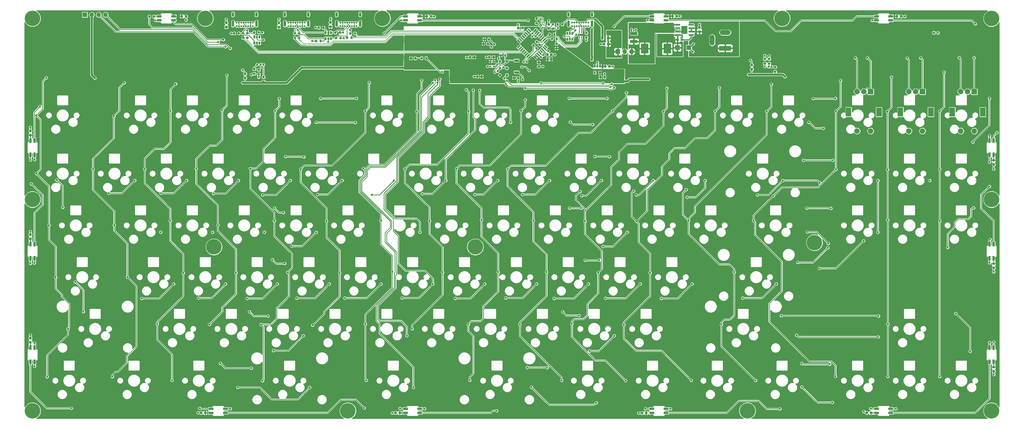
<source format=gbr>
%TF.GenerationSoftware,KiCad,Pcbnew,(5.1.8)-1*%
%TF.CreationDate,2021-09-26T17:56:29+10:00*%
%TF.ProjectId,tkl_keyboard,746b6c5f-6b65-4796-926f-6172642e6b69,rev?*%
%TF.SameCoordinates,Original*%
%TF.FileFunction,Copper,L1,Top*%
%TF.FilePolarity,Positive*%
%FSLAX46Y46*%
G04 Gerber Fmt 4.6, Leading zero omitted, Abs format (unit mm)*
G04 Created by KiCad (PCBNEW (5.1.8)-1) date 2021-09-26 17:56:29*
%MOMM*%
%LPD*%
G01*
G04 APERTURE LIST*
%TA.AperFunction,SMDPad,CuDef*%
%ADD10R,0.820000X1.800000*%
%TD*%
%TA.AperFunction,SMDPad,CuDef*%
%ADD11R,1.800000X0.820000*%
%TD*%
%TA.AperFunction,SMDPad,CuDef*%
%ADD12R,0.400000X0.650000*%
%TD*%
%TA.AperFunction,SMDPad,CuDef*%
%ADD13C,1.000000*%
%TD*%
%TA.AperFunction,ComponentPad*%
%ADD14C,5.700000*%
%TD*%
%TA.AperFunction,SMDPad,CuDef*%
%ADD15R,0.700000X1.000000*%
%TD*%
%TA.AperFunction,SMDPad,CuDef*%
%ADD16R,2.290000X3.000000*%
%TD*%
%TA.AperFunction,SMDPad,CuDef*%
%ADD17R,2.700000X3.600000*%
%TD*%
%TA.AperFunction,ComponentPad*%
%ADD18O,1.700000X1.700000*%
%TD*%
%TA.AperFunction,ComponentPad*%
%ADD19R,1.700000X1.700000*%
%TD*%
%TA.AperFunction,ComponentPad*%
%ADD20R,4.400000X1.800000*%
%TD*%
%TA.AperFunction,ComponentPad*%
%ADD21O,4.000000X1.800000*%
%TD*%
%TA.AperFunction,ComponentPad*%
%ADD22O,1.800000X4.000000*%
%TD*%
%TA.AperFunction,SMDPad,CuDef*%
%ADD23R,1.800000X1.800000*%
%TD*%
%TA.AperFunction,ComponentPad*%
%ADD24O,0.900000X1.700000*%
%TD*%
%TA.AperFunction,ComponentPad*%
%ADD25O,0.900000X2.400000*%
%TD*%
%TA.AperFunction,ComponentPad*%
%ADD26C,0.700000*%
%TD*%
%TA.AperFunction,SMDPad,CuDef*%
%ADD27R,0.450000X0.750000*%
%TD*%
%TA.AperFunction,SMDPad,CuDef*%
%ADD28R,1.700000X0.900000*%
%TD*%
%TA.AperFunction,ComponentPad*%
%ADD29C,2.000000*%
%TD*%
%TA.AperFunction,ComponentPad*%
%ADD30R,2.000000X3.200000*%
%TD*%
%TA.AperFunction,ComponentPad*%
%ADD31R,2.000000X2.000000*%
%TD*%
%TA.AperFunction,SMDPad,CuDef*%
%ADD32R,0.650000X1.060000*%
%TD*%
%TA.AperFunction,SMDPad,CuDef*%
%ADD33C,0.100000*%
%TD*%
%TA.AperFunction,SMDPad,CuDef*%
%ADD34R,0.850000X1.000000*%
%TD*%
%TA.AperFunction,SMDPad,CuDef*%
%ADD35R,0.800000X0.600000*%
%TD*%
%TA.AperFunction,ViaPad*%
%ADD36C,0.800000*%
%TD*%
%TA.AperFunction,ViaPad*%
%ADD37C,0.812800*%
%TD*%
%TA.AperFunction,Conductor*%
%ADD38C,0.254000*%
%TD*%
%TA.AperFunction,Conductor*%
%ADD39C,0.762000*%
%TD*%
%TA.AperFunction,Conductor*%
%ADD40C,0.250000*%
%TD*%
%TA.AperFunction,Conductor*%
%ADD41C,0.406400*%
%TD*%
%TA.AperFunction,Conductor*%
%ADD42C,0.200000*%
%TD*%
%TA.AperFunction,Conductor*%
%ADD43C,0.100000*%
%TD*%
%TA.AperFunction,Conductor*%
%ADD44C,0.127000*%
%TD*%
G04 APERTURE END LIST*
D10*
%TO.P,D180,4*%
%TO.N,Net-(D174-Pad2)*%
X21475000Y-104993750D03*
%TO.P,D180,3*%
%TO.N,GND*%
X22975000Y-104993750D03*
%TO.P,D180,2*%
%TO.N,UG_OUT*%
X22975000Y-99793750D03*
%TO.P,D180,1*%
%TO.N,+5V*%
X21475000Y-99793750D03*
%TD*%
%TO.P,D174,4*%
%TO.N,Net-(D167-Pad2)*%
X21475000Y-143093750D03*
%TO.P,D174,3*%
%TO.N,GND*%
X22975000Y-143093750D03*
%TO.P,D174,2*%
%TO.N,Net-(D174-Pad2)*%
X22975000Y-137893750D03*
%TO.P,D174,1*%
%TO.N,+5V*%
X21475000Y-137893750D03*
%TD*%
%TO.P,D167,4*%
%TO.N,Net-(D160-Pad2)*%
X21475000Y-181193750D03*
%TO.P,D167,3*%
%TO.N,GND*%
X22975000Y-181193750D03*
%TO.P,D167,2*%
%TO.N,Net-(D167-Pad2)*%
X22975000Y-175993750D03*
%TO.P,D167,1*%
%TO.N,+5V*%
X21475000Y-175993750D03*
%TD*%
D11*
%TO.P,D160,4*%
%TO.N,Net-(D160-Pad4)*%
X93087500Y-199981250D03*
%TO.P,D160,3*%
%TO.N,GND*%
X93087500Y-198481250D03*
%TO.P,D160,2*%
%TO.N,Net-(D160-Pad2)*%
X87887500Y-198481250D03*
%TO.P,D160,1*%
%TO.N,+5V*%
X87887500Y-199981250D03*
%TD*%
%TO.P,D31,4*%
%TO.N,Net-(D29-Pad2)*%
X164525000Y-199981250D03*
%TO.P,D31,3*%
%TO.N,GND*%
X164525000Y-198481250D03*
%TO.P,D31,2*%
%TO.N,Net-(D160-Pad4)*%
X159325000Y-198481250D03*
%TO.P,D31,1*%
%TO.N,+5V*%
X159325000Y-199981250D03*
%TD*%
%TO.P,D30,4*%
%TO.N,Net-(D28-Pad2)*%
X332362500Y-54018750D03*
%TO.P,D30,3*%
%TO.N,GND*%
X332362500Y-55518750D03*
%TO.P,D30,2*%
%TO.N,Net-(D2-Pad4)*%
X337562500Y-55518750D03*
%TO.P,D30,1*%
%TO.N,+5V*%
X337562500Y-54018750D03*
%TD*%
%TO.P,D29,4*%
%TO.N,Net-(D22-Pad2)*%
X255012500Y-199981250D03*
%TO.P,D29,3*%
%TO.N,GND*%
X255012500Y-198481250D03*
%TO.P,D29,2*%
%TO.N,Net-(D29-Pad2)*%
X249812500Y-198481250D03*
%TO.P,D29,1*%
%TO.N,+5V*%
X249812500Y-199981250D03*
%TD*%
%TO.P,D28,4*%
%TO.N,Net-(D21-Pad2)*%
X249812500Y-54018750D03*
%TO.P,D28,3*%
%TO.N,GND*%
X249812500Y-55518750D03*
%TO.P,D28,2*%
%TO.N,Net-(D28-Pad2)*%
X255012500Y-55518750D03*
%TO.P,D28,1*%
%TO.N,+5V*%
X255012500Y-54018750D03*
%TD*%
%TO.P,D22,4*%
%TO.N,Net-(D15-Pad2)*%
X337562500Y-199981250D03*
%TO.P,D22,3*%
%TO.N,GND*%
X337562500Y-198481250D03*
%TO.P,D22,2*%
%TO.N,Net-(D22-Pad2)*%
X332362500Y-198481250D03*
%TO.P,D22,1*%
%TO.N,+5V*%
X332362500Y-199981250D03*
%TD*%
%TO.P,D21,4*%
%TO.N,Net-(D14-Pad2)*%
X159325000Y-54018750D03*
%TO.P,D21,3*%
%TO.N,GND*%
X159325000Y-55518750D03*
%TO.P,D21,2*%
%TO.N,Net-(D21-Pad2)*%
X164525000Y-55518750D03*
%TO.P,D21,1*%
%TO.N,+5V*%
X164525000Y-54018750D03*
%TD*%
D10*
%TO.P,D15,4*%
%TO.N,Net-(D15-Pad4)*%
X375400000Y-175993750D03*
%TO.P,D15,3*%
%TO.N,GND*%
X373900000Y-175993750D03*
%TO.P,D15,2*%
%TO.N,Net-(D15-Pad2)*%
X373900000Y-181193750D03*
%TO.P,D15,1*%
%TO.N,+5V*%
X375400000Y-181193750D03*
%TD*%
D11*
%TO.P,D14,4*%
%TO.N,Net-(D14-Pad4)*%
X68837500Y-54018750D03*
%TO.P,D14,3*%
%TO.N,GND*%
X68837500Y-55518750D03*
%TO.P,D14,2*%
%TO.N,Net-(D14-Pad2)*%
X74037500Y-55518750D03*
%TO.P,D14,1*%
%TO.N,+5V*%
X74037500Y-54018750D03*
%TD*%
D10*
%TO.P,D8,4*%
%TO.N,Net-(D2-Pad2)*%
X375400000Y-137893750D03*
%TO.P,D8,3*%
%TO.N,GND*%
X373900000Y-137893750D03*
%TO.P,D8,2*%
%TO.N,Net-(D15-Pad4)*%
X373900000Y-143093750D03*
%TO.P,D8,1*%
%TO.N,+5V*%
X375400000Y-143093750D03*
%TD*%
%TO.P,D2,4*%
%TO.N,Net-(D2-Pad4)*%
X375400000Y-99793750D03*
%TO.P,D2,3*%
%TO.N,GND*%
X373900000Y-99793750D03*
%TO.P,D2,2*%
%TO.N,Net-(D2-Pad2)*%
X373900000Y-104993750D03*
%TO.P,D2,1*%
%TO.N,+5V*%
X375400000Y-104993750D03*
%TD*%
D12*
%TO.P,U10,5*%
%TO.N,+3V3*%
X210347080Y-58298080D03*
%TO.P,U10,4*%
%TO.N,Net-(R8-Pad2)*%
X209047080Y-58298080D03*
%TO.P,U10,2*%
%TO.N,Net-(C6-Pad2)*%
X209697080Y-56398080D03*
%TO.P,U10,3*%
%TO.N,GND*%
X209047080Y-56398080D03*
%TO.P,U10,1*%
%TO.N,Net-(U10-Pad1)*%
X210347080Y-56398080D03*
%TD*%
%TO.P,R8,2*%
%TO.N,Net-(R8-Pad2)*%
%TA.AperFunction,SMDPad,CuDef*%
G36*
G01*
X207176960Y-56159720D02*
X207726960Y-56159720D01*
G75*
G02*
X207926960Y-56359720I0J-200000D01*
G01*
X207926960Y-56759720D01*
G75*
G02*
X207726960Y-56959720I-200000J0D01*
G01*
X207176960Y-56959720D01*
G75*
G02*
X206976960Y-56759720I0J200000D01*
G01*
X206976960Y-56359720D01*
G75*
G02*
X207176960Y-56159720I200000J0D01*
G01*
G37*
%TD.AperFunction*%
%TO.P,R8,1*%
%TO.N,Net-(C6-Pad2)*%
%TA.AperFunction,SMDPad,CuDef*%
G36*
G01*
X207176960Y-54509720D02*
X207726960Y-54509720D01*
G75*
G02*
X207926960Y-54709720I0J-200000D01*
G01*
X207926960Y-55109720D01*
G75*
G02*
X207726960Y-55309720I-200000J0D01*
G01*
X207176960Y-55309720D01*
G75*
G02*
X206976960Y-55109720I0J200000D01*
G01*
X206976960Y-54709720D01*
G75*
G02*
X207176960Y-54509720I200000J0D01*
G01*
G37*
%TD.AperFunction*%
%TD*%
%TO.P,R46,2*%
%TO.N,GND*%
%TA.AperFunction,SMDPad,CuDef*%
G36*
G01*
X104942960Y-60239320D02*
X104942960Y-59689320D01*
G75*
G02*
X105142960Y-59489320I200000J0D01*
G01*
X105542960Y-59489320D01*
G75*
G02*
X105742960Y-59689320I0J-200000D01*
G01*
X105742960Y-60239320D01*
G75*
G02*
X105542960Y-60439320I-200000J0D01*
G01*
X105142960Y-60439320D01*
G75*
G02*
X104942960Y-60239320I0J200000D01*
G01*
G37*
%TD.AperFunction*%
%TO.P,R46,1*%
%TO.N,/USB Downstream 2/USBD-*%
%TA.AperFunction,SMDPad,CuDef*%
G36*
G01*
X103292960Y-60239320D02*
X103292960Y-59689320D01*
G75*
G02*
X103492960Y-59489320I200000J0D01*
G01*
X103892960Y-59489320D01*
G75*
G02*
X104092960Y-59689320I0J-200000D01*
G01*
X104092960Y-60239320D01*
G75*
G02*
X103892960Y-60439320I-200000J0D01*
G01*
X103492960Y-60439320D01*
G75*
G02*
X103292960Y-60239320I0J200000D01*
G01*
G37*
%TD.AperFunction*%
%TD*%
%TO.P,R45,2*%
%TO.N,GND*%
%TA.AperFunction,SMDPad,CuDef*%
G36*
G01*
X96727960Y-60034760D02*
X96727960Y-60584760D01*
G75*
G02*
X96527960Y-60784760I-200000J0D01*
G01*
X96127960Y-60784760D01*
G75*
G02*
X95927960Y-60584760I0J200000D01*
G01*
X95927960Y-60034760D01*
G75*
G02*
X96127960Y-59834760I200000J0D01*
G01*
X96527960Y-59834760D01*
G75*
G02*
X96727960Y-60034760I0J-200000D01*
G01*
G37*
%TD.AperFunction*%
%TO.P,R45,1*%
%TO.N,/USB Downstream 2/USBD+*%
%TA.AperFunction,SMDPad,CuDef*%
G36*
G01*
X98377960Y-60034760D02*
X98377960Y-60584760D01*
G75*
G02*
X98177960Y-60784760I-200000J0D01*
G01*
X97777960Y-60784760D01*
G75*
G02*
X97577960Y-60584760I0J200000D01*
G01*
X97577960Y-60034760D01*
G75*
G02*
X97777960Y-59834760I200000J0D01*
G01*
X98177960Y-59834760D01*
G75*
G02*
X98377960Y-60034760I0J-200000D01*
G01*
G37*
%TD.AperFunction*%
%TD*%
%TO.P,R44,2*%
%TO.N,GND*%
%TA.AperFunction,SMDPad,CuDef*%
G36*
G01*
X126877760Y-62869400D02*
X126877760Y-63419400D01*
G75*
G02*
X126677760Y-63619400I-200000J0D01*
G01*
X126277760Y-63619400D01*
G75*
G02*
X126077760Y-63419400I0J200000D01*
G01*
X126077760Y-62869400D01*
G75*
G02*
X126277760Y-62669400I200000J0D01*
G01*
X126677760Y-62669400D01*
G75*
G02*
X126877760Y-62869400I0J-200000D01*
G01*
G37*
%TD.AperFunction*%
%TO.P,R44,1*%
%TO.N,/USB Downstream 1/USBD-*%
%TA.AperFunction,SMDPad,CuDef*%
G36*
G01*
X128527760Y-62869400D02*
X128527760Y-63419400D01*
G75*
G02*
X128327760Y-63619400I-200000J0D01*
G01*
X127927760Y-63619400D01*
G75*
G02*
X127727760Y-63419400I0J200000D01*
G01*
X127727760Y-62869400D01*
G75*
G02*
X127927760Y-62669400I200000J0D01*
G01*
X128327760Y-62669400D01*
G75*
G02*
X128527760Y-62869400I0J-200000D01*
G01*
G37*
%TD.AperFunction*%
%TD*%
%TO.P,R43,2*%
%TO.N,GND*%
%TA.AperFunction,SMDPad,CuDef*%
G36*
G01*
X127868360Y-57931640D02*
X127868360Y-58481640D01*
G75*
G02*
X127668360Y-58681640I-200000J0D01*
G01*
X127268360Y-58681640D01*
G75*
G02*
X127068360Y-58481640I0J200000D01*
G01*
X127068360Y-57931640D01*
G75*
G02*
X127268360Y-57731640I200000J0D01*
G01*
X127668360Y-57731640D01*
G75*
G02*
X127868360Y-57931640I0J-200000D01*
G01*
G37*
%TD.AperFunction*%
%TO.P,R43,1*%
%TO.N,/USB Downstream 1/USBD+*%
%TA.AperFunction,SMDPad,CuDef*%
G36*
G01*
X129518360Y-57931640D02*
X129518360Y-58481640D01*
G75*
G02*
X129318360Y-58681640I-200000J0D01*
G01*
X128918360Y-58681640D01*
G75*
G02*
X128718360Y-58481640I0J200000D01*
G01*
X128718360Y-57931640D01*
G75*
G02*
X128918360Y-57731640I200000J0D01*
G01*
X129318360Y-57731640D01*
G75*
G02*
X129518360Y-57931640I0J-200000D01*
G01*
G37*
%TD.AperFunction*%
%TD*%
%TO.P,R42,2*%
%TO.N,+3V3*%
%TA.AperFunction,SMDPad,CuDef*%
G36*
G01*
X214548040Y-65471360D02*
X215098040Y-65471360D01*
G75*
G02*
X215298040Y-65671360I0J-200000D01*
G01*
X215298040Y-66071360D01*
G75*
G02*
X215098040Y-66271360I-200000J0D01*
G01*
X214548040Y-66271360D01*
G75*
G02*
X214348040Y-66071360I0J200000D01*
G01*
X214348040Y-65671360D01*
G75*
G02*
X214548040Y-65471360I200000J0D01*
G01*
G37*
%TD.AperFunction*%
%TO.P,R42,1*%
%TO.N,/USB Upstream/D+*%
%TA.AperFunction,SMDPad,CuDef*%
G36*
G01*
X214548040Y-63821360D02*
X215098040Y-63821360D01*
G75*
G02*
X215298040Y-64021360I0J-200000D01*
G01*
X215298040Y-64421360D01*
G75*
G02*
X215098040Y-64621360I-200000J0D01*
G01*
X214548040Y-64621360D01*
G75*
G02*
X214348040Y-64421360I0J200000D01*
G01*
X214348040Y-64021360D01*
G75*
G02*
X214548040Y-63821360I200000J0D01*
G01*
G37*
%TD.AperFunction*%
%TD*%
%TO.P,R41,2*%
%TO.N,GND*%
%TA.AperFunction,SMDPad,CuDef*%
G36*
G01*
X134813360Y-60295200D02*
X134813360Y-59745200D01*
G75*
G02*
X135013360Y-59545200I200000J0D01*
G01*
X135413360Y-59545200D01*
G75*
G02*
X135613360Y-59745200I0J-200000D01*
G01*
X135613360Y-60295200D01*
G75*
G02*
X135413360Y-60495200I-200000J0D01*
G01*
X135013360Y-60495200D01*
G75*
G02*
X134813360Y-60295200I0J200000D01*
G01*
G37*
%TD.AperFunction*%
%TO.P,R41,1*%
%TO.N,/USB Downstream 0/USBD-*%
%TA.AperFunction,SMDPad,CuDef*%
G36*
G01*
X133163360Y-60295200D02*
X133163360Y-59745200D01*
G75*
G02*
X133363360Y-59545200I200000J0D01*
G01*
X133763360Y-59545200D01*
G75*
G02*
X133963360Y-59745200I0J-200000D01*
G01*
X133963360Y-60295200D01*
G75*
G02*
X133763360Y-60495200I-200000J0D01*
G01*
X133363360Y-60495200D01*
G75*
G02*
X133163360Y-60295200I0J200000D01*
G01*
G37*
%TD.AperFunction*%
%TD*%
%TO.P,R40,2*%
%TO.N,GND*%
%TA.AperFunction,SMDPad,CuDef*%
G36*
G01*
X135031800Y-62317040D02*
X135031800Y-61767040D01*
G75*
G02*
X135231800Y-61567040I200000J0D01*
G01*
X135631800Y-61567040D01*
G75*
G02*
X135831800Y-61767040I0J-200000D01*
G01*
X135831800Y-62317040D01*
G75*
G02*
X135631800Y-62517040I-200000J0D01*
G01*
X135231800Y-62517040D01*
G75*
G02*
X135031800Y-62317040I0J200000D01*
G01*
G37*
%TD.AperFunction*%
%TO.P,R40,1*%
%TO.N,/USB Downstream 0/USBD+*%
%TA.AperFunction,SMDPad,CuDef*%
G36*
G01*
X133381800Y-62317040D02*
X133381800Y-61767040D01*
G75*
G02*
X133581800Y-61567040I200000J0D01*
G01*
X133981800Y-61567040D01*
G75*
G02*
X134181800Y-61767040I0J-200000D01*
G01*
X134181800Y-62317040D01*
G75*
G02*
X133981800Y-62517040I-200000J0D01*
G01*
X133581800Y-62517040D01*
G75*
G02*
X133381800Y-62317040I0J200000D01*
G01*
G37*
%TD.AperFunction*%
%TD*%
%TO.P,C124,2*%
%TO.N,GND*%
%TA.AperFunction,SMDPad,CuDef*%
G36*
G01*
X100580000Y-75621000D02*
X100080000Y-75621000D01*
G75*
G02*
X99855000Y-75396000I0J225000D01*
G01*
X99855000Y-74946000D01*
G75*
G02*
X100080000Y-74721000I225000J0D01*
G01*
X100580000Y-74721000D01*
G75*
G02*
X100805000Y-74946000I0J-225000D01*
G01*
X100805000Y-75396000D01*
G75*
G02*
X100580000Y-75621000I-225000J0D01*
G01*
G37*
%TD.AperFunction*%
%TO.P,C124,1*%
%TO.N,+3V3*%
%TA.AperFunction,SMDPad,CuDef*%
G36*
G01*
X100580000Y-77171000D02*
X100080000Y-77171000D01*
G75*
G02*
X99855000Y-76946000I0J225000D01*
G01*
X99855000Y-76496000D01*
G75*
G02*
X100080000Y-76271000I225000J0D01*
G01*
X100580000Y-76271000D01*
G75*
G02*
X100805000Y-76496000I0J-225000D01*
G01*
X100805000Y-76946000D01*
G75*
G02*
X100580000Y-77171000I-225000J0D01*
G01*
G37*
%TD.AperFunction*%
%TD*%
%TO.P,C123,2*%
%TO.N,GND*%
%TA.AperFunction,SMDPad,CuDef*%
G36*
G01*
X286762000Y-72446000D02*
X286262000Y-72446000D01*
G75*
G02*
X286037000Y-72221000I0J225000D01*
G01*
X286037000Y-71771000D01*
G75*
G02*
X286262000Y-71546000I225000J0D01*
G01*
X286762000Y-71546000D01*
G75*
G02*
X286987000Y-71771000I0J-225000D01*
G01*
X286987000Y-72221000D01*
G75*
G02*
X286762000Y-72446000I-225000J0D01*
G01*
G37*
%TD.AperFunction*%
%TO.P,C123,1*%
%TO.N,+3V3*%
%TA.AperFunction,SMDPad,CuDef*%
G36*
G01*
X286762000Y-73996000D02*
X286262000Y-73996000D01*
G75*
G02*
X286037000Y-73771000I0J225000D01*
G01*
X286037000Y-73321000D01*
G75*
G02*
X286262000Y-73096000I225000J0D01*
G01*
X286762000Y-73096000D01*
G75*
G02*
X286987000Y-73321000I0J-225000D01*
G01*
X286987000Y-73771000D01*
G75*
G02*
X286762000Y-73996000I-225000J0D01*
G01*
G37*
%TD.AperFunction*%
%TD*%
%TO.P,C122,2*%
%TO.N,GND*%
%TA.AperFunction,SMDPad,CuDef*%
G36*
G01*
X246677000Y-199775000D02*
X246677000Y-200275000D01*
G75*
G02*
X246452000Y-200500000I-225000J0D01*
G01*
X246002000Y-200500000D01*
G75*
G02*
X245777000Y-200275000I0J225000D01*
G01*
X245777000Y-199775000D01*
G75*
G02*
X246002000Y-199550000I225000J0D01*
G01*
X246452000Y-199550000D01*
G75*
G02*
X246677000Y-199775000I0J-225000D01*
G01*
G37*
%TD.AperFunction*%
%TO.P,C122,1*%
%TO.N,+5V*%
%TA.AperFunction,SMDPad,CuDef*%
G36*
G01*
X248227000Y-199775000D02*
X248227000Y-200275000D01*
G75*
G02*
X248002000Y-200500000I-225000J0D01*
G01*
X247552000Y-200500000D01*
G75*
G02*
X247327000Y-200275000I0J225000D01*
G01*
X247327000Y-199775000D01*
G75*
G02*
X247552000Y-199550000I225000J0D01*
G01*
X248002000Y-199550000D01*
G75*
G02*
X248227000Y-199775000I0J-225000D01*
G01*
G37*
%TD.AperFunction*%
%TD*%
%TO.P,R15,1*%
%TO.N,/USB Downstream 1/USBD-*%
%TA.AperFunction,SMDPad,CuDef*%
G36*
G01*
X119907640Y-59926000D02*
X120457640Y-59926000D01*
G75*
G02*
X120657640Y-60126000I0J-200000D01*
G01*
X120657640Y-60526000D01*
G75*
G02*
X120457640Y-60726000I-200000J0D01*
G01*
X119907640Y-60726000D01*
G75*
G02*
X119707640Y-60526000I0J200000D01*
G01*
X119707640Y-60126000D01*
G75*
G02*
X119907640Y-59926000I200000J0D01*
G01*
G37*
%TD.AperFunction*%
%TO.P,R15,2*%
%TO.N,/USB HUB/D2-*%
%TA.AperFunction,SMDPad,CuDef*%
G36*
G01*
X119907640Y-61576000D02*
X120457640Y-61576000D01*
G75*
G02*
X120657640Y-61776000I0J-200000D01*
G01*
X120657640Y-62176000D01*
G75*
G02*
X120457640Y-62376000I-200000J0D01*
G01*
X119907640Y-62376000D01*
G75*
G02*
X119707640Y-62176000I0J200000D01*
G01*
X119707640Y-61776000D01*
G75*
G02*
X119907640Y-61576000I200000J0D01*
G01*
G37*
%TD.AperFunction*%
%TD*%
%TO.P,R3,2*%
%TO.N,Net-(D194-Pad1)*%
%TA.AperFunction,SMDPad,CuDef*%
G36*
G01*
X165687800Y-69204800D02*
X165687800Y-69754800D01*
G75*
G02*
X165487800Y-69954800I-200000J0D01*
G01*
X165087800Y-69954800D01*
G75*
G02*
X164887800Y-69754800I0J200000D01*
G01*
X164887800Y-69204800D01*
G75*
G02*
X165087800Y-69004800I200000J0D01*
G01*
X165487800Y-69004800D01*
G75*
G02*
X165687800Y-69204800I0J-200000D01*
G01*
G37*
%TD.AperFunction*%
%TO.P,R3,1*%
%TO.N,nCAPS*%
%TA.AperFunction,SMDPad,CuDef*%
G36*
G01*
X167337800Y-69204800D02*
X167337800Y-69754800D01*
G75*
G02*
X167137800Y-69954800I-200000J0D01*
G01*
X166737800Y-69954800D01*
G75*
G02*
X166537800Y-69754800I0J200000D01*
G01*
X166537800Y-69204800D01*
G75*
G02*
X166737800Y-69004800I200000J0D01*
G01*
X167137800Y-69004800D01*
G75*
G02*
X167337800Y-69204800I0J-200000D01*
G01*
G37*
%TD.AperFunction*%
%TD*%
%TO.P,D194,2*%
%TO.N,+3V3*%
%TA.AperFunction,SMDPad,CuDef*%
G36*
G01*
X161752800Y-69263550D02*
X161752800Y-69776050D01*
G75*
G02*
X161534050Y-69994800I-218750J0D01*
G01*
X161096550Y-69994800D01*
G75*
G02*
X160877800Y-69776050I0J218750D01*
G01*
X160877800Y-69263550D01*
G75*
G02*
X161096550Y-69044800I218750J0D01*
G01*
X161534050Y-69044800D01*
G75*
G02*
X161752800Y-69263550I0J-218750D01*
G01*
G37*
%TD.AperFunction*%
%TO.P,D194,1*%
%TO.N,Net-(D194-Pad1)*%
%TA.AperFunction,SMDPad,CuDef*%
G36*
G01*
X163327800Y-69263550D02*
X163327800Y-69776050D01*
G75*
G02*
X163109050Y-69994800I-218750J0D01*
G01*
X162671550Y-69994800D01*
G75*
G02*
X162452800Y-69776050I0J218750D01*
G01*
X162452800Y-69263550D01*
G75*
G02*
X162671550Y-69044800I218750J0D01*
G01*
X163109050Y-69044800D01*
G75*
G02*
X163327800Y-69263550I0J-218750D01*
G01*
G37*
%TD.AperFunction*%
%TD*%
D13*
%TO.P,TP2,1*%
%TO.N,GND*%
X353415600Y-60121800D03*
%TD*%
D14*
%TO.P,H14,1*%
%TO.N,GND*%
X150812500Y-54768750D03*
%TD*%
%TO.P,H13,1*%
%TO.N,GND*%
X85725000Y-54768750D03*
%TD*%
D15*
%TO.P,U9,5*%
%TO.N,+3V3*%
X230759000Y-74777300D03*
%TO.P,U9,4*%
%TO.N,Net-(U9-Pad4)*%
X228859000Y-74777300D03*
%TO.P,U9,3*%
%TO.N,+5V*%
X228859000Y-72377300D03*
%TO.P,U9,2*%
%TO.N,GND*%
X229809000Y-72377300D03*
%TO.P,U9,1*%
%TO.N,+5V*%
X230759000Y-72377300D03*
%TD*%
D16*
%TO.P,U2,9*%
%TO.N,GND*%
X261772400Y-59019440D03*
%TO.P,U2,8*%
%TO.N,/Power/SW*%
%TA.AperFunction,SMDPad,CuDef*%
G36*
G01*
X260272400Y-60774440D02*
X260272400Y-61074440D01*
G75*
G02*
X260122400Y-61224440I-150000J0D01*
G01*
X258472400Y-61224440D01*
G75*
G02*
X258322400Y-61074440I0J150000D01*
G01*
X258322400Y-60774440D01*
G75*
G02*
X258472400Y-60624440I150000J0D01*
G01*
X260122400Y-60624440D01*
G75*
G02*
X260272400Y-60774440I0J-150000D01*
G01*
G37*
%TD.AperFunction*%
%TO.P,U2,7*%
%TO.N,GND*%
%TA.AperFunction,SMDPad,CuDef*%
G36*
G01*
X260272400Y-59504440D02*
X260272400Y-59804440D01*
G75*
G02*
X260122400Y-59954440I-150000J0D01*
G01*
X258472400Y-59954440D01*
G75*
G02*
X258322400Y-59804440I0J150000D01*
G01*
X258322400Y-59504440D01*
G75*
G02*
X258472400Y-59354440I150000J0D01*
G01*
X260122400Y-59354440D01*
G75*
G02*
X260272400Y-59504440I0J-150000D01*
G01*
G37*
%TD.AperFunction*%
%TO.P,U2,6*%
%TO.N,Net-(U2-Pad6)*%
%TA.AperFunction,SMDPad,CuDef*%
G36*
G01*
X260272400Y-58234440D02*
X260272400Y-58534440D01*
G75*
G02*
X260122400Y-58684440I-150000J0D01*
G01*
X258472400Y-58684440D01*
G75*
G02*
X258322400Y-58534440I0J150000D01*
G01*
X258322400Y-58234440D01*
G75*
G02*
X258472400Y-58084440I150000J0D01*
G01*
X260122400Y-58084440D01*
G75*
G02*
X260272400Y-58234440I0J-150000D01*
G01*
G37*
%TD.AperFunction*%
%TO.P,U2,5*%
%TO.N,+5V0_EXT*%
%TA.AperFunction,SMDPad,CuDef*%
G36*
G01*
X260272400Y-56964440D02*
X260272400Y-57264440D01*
G75*
G02*
X260122400Y-57414440I-150000J0D01*
G01*
X258472400Y-57414440D01*
G75*
G02*
X258322400Y-57264440I0J150000D01*
G01*
X258322400Y-56964440D01*
G75*
G02*
X258472400Y-56814440I150000J0D01*
G01*
X260122400Y-56814440D01*
G75*
G02*
X260272400Y-56964440I0J-150000D01*
G01*
G37*
%TD.AperFunction*%
%TO.P,U2,4*%
%TO.N,Net-(U2-Pad4)*%
%TA.AperFunction,SMDPad,CuDef*%
G36*
G01*
X265222400Y-56964440D02*
X265222400Y-57264440D01*
G75*
G02*
X265072400Y-57414440I-150000J0D01*
G01*
X263422400Y-57414440D01*
G75*
G02*
X263272400Y-57264440I0J150000D01*
G01*
X263272400Y-56964440D01*
G75*
G02*
X263422400Y-56814440I150000J0D01*
G01*
X265072400Y-56814440D01*
G75*
G02*
X265222400Y-56964440I0J-150000D01*
G01*
G37*
%TD.AperFunction*%
%TO.P,U2,3*%
%TO.N,/Power/DCDC_IN*%
%TA.AperFunction,SMDPad,CuDef*%
G36*
G01*
X265222400Y-58234440D02*
X265222400Y-58534440D01*
G75*
G02*
X265072400Y-58684440I-150000J0D01*
G01*
X263422400Y-58684440D01*
G75*
G02*
X263272400Y-58534440I0J150000D01*
G01*
X263272400Y-58234440D01*
G75*
G02*
X263422400Y-58084440I150000J0D01*
G01*
X265072400Y-58084440D01*
G75*
G02*
X265222400Y-58234440I0J-150000D01*
G01*
G37*
%TD.AperFunction*%
%TO.P,U2,2*%
%TA.AperFunction,SMDPad,CuDef*%
G36*
G01*
X265222400Y-59504440D02*
X265222400Y-59804440D01*
G75*
G02*
X265072400Y-59954440I-150000J0D01*
G01*
X263422400Y-59954440D01*
G75*
G02*
X263272400Y-59804440I0J150000D01*
G01*
X263272400Y-59504440D01*
G75*
G02*
X263422400Y-59354440I150000J0D01*
G01*
X265072400Y-59354440D01*
G75*
G02*
X265222400Y-59504440I0J-150000D01*
G01*
G37*
%TD.AperFunction*%
%TO.P,U2,1*%
%TO.N,Net-(C119-Pad1)*%
%TA.AperFunction,SMDPad,CuDef*%
G36*
G01*
X265222400Y-60774440D02*
X265222400Y-61074440D01*
G75*
G02*
X265072400Y-61224440I-150000J0D01*
G01*
X263422400Y-61224440D01*
G75*
G02*
X263272400Y-61074440I0J150000D01*
G01*
X263272400Y-60774440D01*
G75*
G02*
X263422400Y-60624440I150000J0D01*
G01*
X265072400Y-60624440D01*
G75*
G02*
X265222400Y-60774440I0J-150000D01*
G01*
G37*
%TD.AperFunction*%
%TD*%
D17*
%TO.P,L2,2*%
%TO.N,+5V0_EXT*%
X247183000Y-65928240D03*
%TO.P,L2,1*%
%TO.N,/Power/SW*%
X255483000Y-65928240D03*
%TD*%
D18*
%TO.P,J8,3*%
%TO.N,+5V0_EXT*%
X242402360Y-67020440D03*
%TO.P,J8,2*%
%TO.N,+5V*%
X239862360Y-67020440D03*
D19*
%TO.P,J8,1*%
%TO.N,+5V0_USB*%
X237322360Y-67020440D03*
%TD*%
D20*
%TO.P,J7,1*%
%TO.N,/Power/DCDC_IN*%
X276763480Y-65780920D03*
D21*
%TO.P,J7,2*%
%TO.N,GND*%
X276763480Y-59980920D03*
D22*
%TO.P,J7,3*%
X271963480Y-62780920D03*
%TD*%
D14*
%TO.P,H12,1*%
%TO.N,GND*%
X284937200Y-199231250D03*
%TD*%
%TO.P,H11,1*%
%TO.N,GND*%
X374650000Y-121443750D03*
%TD*%
%TO.P,H10,1*%
%TO.N,GND*%
X138112500Y-199231250D03*
%TD*%
%TO.P,H9,1*%
%TO.N,GND*%
X22225000Y-121443750D03*
%TD*%
%TO.P,H8,1*%
%TO.N,GND*%
X309562500Y-137318750D03*
%TD*%
%TO.P,H7,1*%
%TO.N,GND*%
X184943750Y-138906250D03*
%TD*%
%TO.P,H6,1*%
%TO.N,GND*%
X297656250Y-54768750D03*
%TD*%
%TO.P,H5,1*%
%TO.N,GND*%
X88900000Y-138906250D03*
%TD*%
D23*
%TO.P,D1,2*%
%TO.N,GND*%
X263410700Y-65572640D03*
%TO.P,D1,1*%
%TO.N,/Power/SW*%
X259210700Y-65572640D03*
%TD*%
%TO.P,C121,2*%
%TO.N,GND*%
%TA.AperFunction,SMDPad,CuDef*%
G36*
G01*
X244284681Y-60954080D02*
X242084679Y-60954080D01*
G75*
G02*
X241834680Y-60704081I0J249999D01*
G01*
X241834680Y-60054079D01*
G75*
G02*
X242084679Y-59804080I249999J0D01*
G01*
X244284681Y-59804080D01*
G75*
G02*
X244534680Y-60054079I0J-249999D01*
G01*
X244534680Y-60704081D01*
G75*
G02*
X244284681Y-60954080I-249999J0D01*
G01*
G37*
%TD.AperFunction*%
%TO.P,C121,1*%
%TO.N,+5V0_EXT*%
%TA.AperFunction,SMDPad,CuDef*%
G36*
G01*
X244284681Y-63904080D02*
X242084679Y-63904080D01*
G75*
G02*
X241834680Y-63654081I0J249999D01*
G01*
X241834680Y-63004079D01*
G75*
G02*
X242084679Y-62754080I249999J0D01*
G01*
X244284681Y-62754080D01*
G75*
G02*
X244534680Y-63004079I0J-249999D01*
G01*
X244534680Y-63654081D01*
G75*
G02*
X244284681Y-63904080I-249999J0D01*
G01*
G37*
%TD.AperFunction*%
%TD*%
%TO.P,C120,2*%
%TO.N,GND*%
%TA.AperFunction,SMDPad,CuDef*%
G36*
G01*
X232049200Y-76724320D02*
X232049200Y-76224320D01*
G75*
G02*
X232274200Y-75999320I225000J0D01*
G01*
X232724200Y-75999320D01*
G75*
G02*
X232949200Y-76224320I0J-225000D01*
G01*
X232949200Y-76724320D01*
G75*
G02*
X232724200Y-76949320I-225000J0D01*
G01*
X232274200Y-76949320D01*
G75*
G02*
X232049200Y-76724320I0J225000D01*
G01*
G37*
%TD.AperFunction*%
%TO.P,C120,1*%
%TO.N,+3V3*%
%TA.AperFunction,SMDPad,CuDef*%
G36*
G01*
X230499200Y-76724320D02*
X230499200Y-76224320D01*
G75*
G02*
X230724200Y-75999320I225000J0D01*
G01*
X231174200Y-75999320D01*
G75*
G02*
X231399200Y-76224320I0J-225000D01*
G01*
X231399200Y-76724320D01*
G75*
G02*
X231174200Y-76949320I-225000J0D01*
G01*
X230724200Y-76949320D01*
G75*
G02*
X230499200Y-76724320I0J225000D01*
G01*
G37*
%TD.AperFunction*%
%TD*%
%TO.P,C119,2*%
%TO.N,/Power/SW*%
%TA.AperFunction,SMDPad,CuDef*%
G36*
G01*
X259733200Y-62401640D02*
X259733200Y-62901640D01*
G75*
G02*
X259508200Y-63126640I-225000J0D01*
G01*
X259058200Y-63126640D01*
G75*
G02*
X258833200Y-62901640I0J225000D01*
G01*
X258833200Y-62401640D01*
G75*
G02*
X259058200Y-62176640I225000J0D01*
G01*
X259508200Y-62176640D01*
G75*
G02*
X259733200Y-62401640I0J-225000D01*
G01*
G37*
%TD.AperFunction*%
%TO.P,C119,1*%
%TO.N,Net-(C119-Pad1)*%
%TA.AperFunction,SMDPad,CuDef*%
G36*
G01*
X261283200Y-62401640D02*
X261283200Y-62901640D01*
G75*
G02*
X261058200Y-63126640I-225000J0D01*
G01*
X260608200Y-63126640D01*
G75*
G02*
X260383200Y-62901640I0J225000D01*
G01*
X260383200Y-62401640D01*
G75*
G02*
X260608200Y-62176640I225000J0D01*
G01*
X261058200Y-62176640D01*
G75*
G02*
X261283200Y-62401640I0J-225000D01*
G01*
G37*
%TD.AperFunction*%
%TD*%
%TO.P,C5,2*%
%TO.N,GND*%
%TA.AperFunction,SMDPad,CuDef*%
G36*
G01*
X233791640Y-72726360D02*
X233791640Y-72226360D01*
G75*
G02*
X234016640Y-72001360I225000J0D01*
G01*
X234466640Y-72001360D01*
G75*
G02*
X234691640Y-72226360I0J-225000D01*
G01*
X234691640Y-72726360D01*
G75*
G02*
X234466640Y-72951360I-225000J0D01*
G01*
X234016640Y-72951360D01*
G75*
G02*
X233791640Y-72726360I0J225000D01*
G01*
G37*
%TD.AperFunction*%
%TO.P,C5,1*%
%TO.N,+5V*%
%TA.AperFunction,SMDPad,CuDef*%
G36*
G01*
X232241640Y-72726360D02*
X232241640Y-72226360D01*
G75*
G02*
X232466640Y-72001360I225000J0D01*
G01*
X232916640Y-72001360D01*
G75*
G02*
X233141640Y-72226360I0J-225000D01*
G01*
X233141640Y-72726360D01*
G75*
G02*
X232916640Y-72951360I-225000J0D01*
G01*
X232466640Y-72951360D01*
G75*
G02*
X232241640Y-72726360I0J225000D01*
G01*
G37*
%TD.AperFunction*%
%TD*%
%TO.P,C4,2*%
%TO.N,GND*%
%TA.AperFunction,SMDPad,CuDef*%
G36*
G01*
X267559600Y-58595080D02*
X267059600Y-58595080D01*
G75*
G02*
X266834600Y-58370080I0J225000D01*
G01*
X266834600Y-57920080D01*
G75*
G02*
X267059600Y-57695080I225000J0D01*
G01*
X267559600Y-57695080D01*
G75*
G02*
X267784600Y-57920080I0J-225000D01*
G01*
X267784600Y-58370080D01*
G75*
G02*
X267559600Y-58595080I-225000J0D01*
G01*
G37*
%TD.AperFunction*%
%TO.P,C4,1*%
%TO.N,/Power/DCDC_IN*%
%TA.AperFunction,SMDPad,CuDef*%
G36*
G01*
X267559600Y-60145080D02*
X267059600Y-60145080D01*
G75*
G02*
X266834600Y-59920080I0J225000D01*
G01*
X266834600Y-59470080D01*
G75*
G02*
X267059600Y-59245080I225000J0D01*
G01*
X267559600Y-59245080D01*
G75*
G02*
X267784600Y-59470080I0J-225000D01*
G01*
X267784600Y-59920080D01*
G75*
G02*
X267559600Y-60145080I-225000J0D01*
G01*
G37*
%TD.AperFunction*%
%TD*%
D13*
%TO.P,J5,6*%
%TO.N,GND*%
X194030600Y-70637400D03*
%TO.P,J5,5*%
%TO.N,RST*%
X196570600Y-70637400D03*
%TO.P,J5,4*%
%TO.N,MOSI*%
X194030600Y-73177400D03*
%TO.P,J5,3*%
%TO.N,SCK*%
X196570600Y-73177400D03*
%TO.P,J5,2*%
%TO.N,+3V3*%
X194030600Y-75717400D03*
%TO.P,J5,1*%
%TO.N,MISO*%
X196570600Y-75717400D03*
%TD*%
D18*
%TO.P,J6,2*%
%TO.N,+3V3*%
X44002960Y-53467000D03*
D19*
%TO.P,J6,1*%
%TO.N,GND*%
X41462960Y-53467000D03*
D18*
%TO.P,J6,4*%
%TO.N,/Misc/SCL*%
X49082960Y-53467000D03*
%TO.P,J6,3*%
%TO.N,/Misc/SDA*%
X46542960Y-53467000D03*
%TD*%
D24*
%TO.P,J2,S1*%
%TO.N,GND*%
X133987500Y-53329750D03*
X142637500Y-53329750D03*
D25*
X133987500Y-56709750D03*
X142637500Y-56709750D03*
D26*
%TO.P,J2,B6*%
%TO.N,/USB Downstream 0/USBD+*%
X137887500Y-56339750D03*
%TO.P,J2,B1*%
%TO.N,GND*%
X135337500Y-56339750D03*
%TO.P,J2,B4*%
%TO.N,+5V*%
X136187500Y-56339750D03*
%TO.P,J2,B5*%
%TO.N,Net-(J2-PadB5)*%
X137037500Y-56339750D03*
%TO.P,J2,B12*%
%TO.N,GND*%
X141287500Y-56339750D03*
%TO.P,J2,B8*%
%TO.N,Net-(J2-PadB8)*%
X139587500Y-56339750D03*
%TO.P,J2,B7*%
%TO.N,/USB Downstream 0/USBD-*%
X138737500Y-56339750D03*
%TO.P,J2,B9*%
%TO.N,+5V*%
X140437500Y-56339750D03*
%TO.P,J2,A12*%
%TO.N,GND*%
X135337500Y-57689750D03*
%TO.P,J2,A9*%
%TO.N,+5V*%
X136187500Y-57689750D03*
%TO.P,J2,A8*%
%TO.N,Net-(J2-PadA8)*%
X137037500Y-57689750D03*
%TO.P,J2,A7*%
%TO.N,/USB Downstream 0/USBD-*%
X137887500Y-57689750D03*
%TO.P,J2,A6*%
%TO.N,/USB Downstream 0/USBD+*%
X138737500Y-57689750D03*
%TO.P,J2,A5*%
%TO.N,Net-(J2-PadA5)*%
X139587500Y-57689750D03*
%TO.P,J2,A4*%
%TO.N,+5V*%
X140437500Y-57689750D03*
%TO.P,J2,A1*%
%TO.N,GND*%
X141287500Y-57689750D03*
%TD*%
%TO.P,C3,1*%
%TO.N,+5V0_USB*%
%TA.AperFunction,SMDPad,CuDef*%
G36*
G01*
X234262080Y-64022160D02*
X234262080Y-64522160D01*
G75*
G02*
X234037080Y-64747160I-225000J0D01*
G01*
X233587080Y-64747160D01*
G75*
G02*
X233362080Y-64522160I0J225000D01*
G01*
X233362080Y-64022160D01*
G75*
G02*
X233587080Y-63797160I225000J0D01*
G01*
X234037080Y-63797160D01*
G75*
G02*
X234262080Y-64022160I0J-225000D01*
G01*
G37*
%TD.AperFunction*%
%TO.P,C3,2*%
%TO.N,GND*%
%TA.AperFunction,SMDPad,CuDef*%
G36*
G01*
X232712080Y-64022160D02*
X232712080Y-64522160D01*
G75*
G02*
X232487080Y-64747160I-225000J0D01*
G01*
X232037080Y-64747160D01*
G75*
G02*
X231812080Y-64522160I0J225000D01*
G01*
X231812080Y-64022160D01*
G75*
G02*
X232037080Y-63797160I225000J0D01*
G01*
X232487080Y-63797160D01*
G75*
G02*
X232712080Y-64022160I0J-225000D01*
G01*
G37*
%TD.AperFunction*%
%TD*%
%TO.P,C6,2*%
%TO.N,Net-(C6-Pad2)*%
%TA.AperFunction,SMDPad,CuDef*%
G36*
G01*
X211687600Y-58097000D02*
X212187600Y-58097000D01*
G75*
G02*
X212412600Y-58322000I0J-225000D01*
G01*
X212412600Y-58772000D01*
G75*
G02*
X212187600Y-58997000I-225000J0D01*
G01*
X211687600Y-58997000D01*
G75*
G02*
X211462600Y-58772000I0J225000D01*
G01*
X211462600Y-58322000D01*
G75*
G02*
X211687600Y-58097000I225000J0D01*
G01*
G37*
%TD.AperFunction*%
%TO.P,C6,1*%
%TO.N,GND*%
%TA.AperFunction,SMDPad,CuDef*%
G36*
G01*
X211687600Y-56547000D02*
X212187600Y-56547000D01*
G75*
G02*
X212412600Y-56772000I0J-225000D01*
G01*
X212412600Y-57222000D01*
G75*
G02*
X212187600Y-57447000I-225000J0D01*
G01*
X211687600Y-57447000D01*
G75*
G02*
X211462600Y-57222000I0J225000D01*
G01*
X211462600Y-56772000D01*
G75*
G02*
X211687600Y-56547000I225000J0D01*
G01*
G37*
%TD.AperFunction*%
%TD*%
%TO.P,C7,1*%
%TO.N,+3V3*%
%TA.AperFunction,SMDPad,CuDef*%
G36*
G01*
X208037620Y-70532240D02*
X208537620Y-70532240D01*
G75*
G02*
X208762620Y-70757240I0J-225000D01*
G01*
X208762620Y-71207240D01*
G75*
G02*
X208537620Y-71432240I-225000J0D01*
G01*
X208037620Y-71432240D01*
G75*
G02*
X207812620Y-71207240I0J225000D01*
G01*
X207812620Y-70757240D01*
G75*
G02*
X208037620Y-70532240I225000J0D01*
G01*
G37*
%TD.AperFunction*%
%TO.P,C7,2*%
%TO.N,GND*%
%TA.AperFunction,SMDPad,CuDef*%
G36*
G01*
X208037620Y-72082240D02*
X208537620Y-72082240D01*
G75*
G02*
X208762620Y-72307240I0J-225000D01*
G01*
X208762620Y-72757240D01*
G75*
G02*
X208537620Y-72982240I-225000J0D01*
G01*
X208037620Y-72982240D01*
G75*
G02*
X207812620Y-72757240I0J225000D01*
G01*
X207812620Y-72307240D01*
G75*
G02*
X208037620Y-72082240I225000J0D01*
G01*
G37*
%TD.AperFunction*%
%TD*%
%TO.P,C8,2*%
%TO.N,GND*%
%TA.AperFunction,SMDPad,CuDef*%
G36*
G01*
X201178280Y-58098880D02*
X201178280Y-58598880D01*
G75*
G02*
X200953280Y-58823880I-225000J0D01*
G01*
X200503280Y-58823880D01*
G75*
G02*
X200278280Y-58598880I0J225000D01*
G01*
X200278280Y-58098880D01*
G75*
G02*
X200503280Y-57873880I225000J0D01*
G01*
X200953280Y-57873880D01*
G75*
G02*
X201178280Y-58098880I0J-225000D01*
G01*
G37*
%TD.AperFunction*%
%TO.P,C8,1*%
%TO.N,+3V3*%
%TA.AperFunction,SMDPad,CuDef*%
G36*
G01*
X202728280Y-58098880D02*
X202728280Y-58598880D01*
G75*
G02*
X202503280Y-58823880I-225000J0D01*
G01*
X202053280Y-58823880D01*
G75*
G02*
X201828280Y-58598880I0J225000D01*
G01*
X201828280Y-58098880D01*
G75*
G02*
X202053280Y-57873880I225000J0D01*
G01*
X202503280Y-57873880D01*
G75*
G02*
X202728280Y-58098880I0J-225000D01*
G01*
G37*
%TD.AperFunction*%
%TD*%
%TO.P,C23,2*%
%TO.N,GND*%
%TA.AperFunction,SMDPad,CuDef*%
G36*
G01*
X329270180Y-199726740D02*
X329270180Y-200226740D01*
G75*
G02*
X329045180Y-200451740I-225000J0D01*
G01*
X328595180Y-200451740D01*
G75*
G02*
X328370180Y-200226740I0J225000D01*
G01*
X328370180Y-199726740D01*
G75*
G02*
X328595180Y-199501740I225000J0D01*
G01*
X329045180Y-199501740D01*
G75*
G02*
X329270180Y-199726740I0J-225000D01*
G01*
G37*
%TD.AperFunction*%
%TO.P,C23,1*%
%TO.N,+5V*%
%TA.AperFunction,SMDPad,CuDef*%
G36*
G01*
X330820180Y-199726740D02*
X330820180Y-200226740D01*
G75*
G02*
X330595180Y-200451740I-225000J0D01*
G01*
X330145180Y-200451740D01*
G75*
G02*
X329920180Y-200226740I0J225000D01*
G01*
X329920180Y-199726740D01*
G75*
G02*
X330145180Y-199501740I225000J0D01*
G01*
X330595180Y-199501740D01*
G75*
G02*
X330820180Y-199726740I0J-225000D01*
G01*
G37*
%TD.AperFunction*%
%TD*%
%TO.P,C25,2*%
%TO.N,GND*%
%TA.AperFunction,SMDPad,CuDef*%
G36*
G01*
X375156920Y-108115280D02*
X375656920Y-108115280D01*
G75*
G02*
X375881920Y-108340280I0J-225000D01*
G01*
X375881920Y-108790280D01*
G75*
G02*
X375656920Y-109015280I-225000J0D01*
G01*
X375156920Y-109015280D01*
G75*
G02*
X374931920Y-108790280I0J225000D01*
G01*
X374931920Y-108340280D01*
G75*
G02*
X375156920Y-108115280I225000J0D01*
G01*
G37*
%TD.AperFunction*%
%TO.P,C25,1*%
%TO.N,+5V*%
%TA.AperFunction,SMDPad,CuDef*%
G36*
G01*
X375156920Y-106565280D02*
X375656920Y-106565280D01*
G75*
G02*
X375881920Y-106790280I0J-225000D01*
G01*
X375881920Y-107240280D01*
G75*
G02*
X375656920Y-107465280I-225000J0D01*
G01*
X375156920Y-107465280D01*
G75*
G02*
X374931920Y-107240280I0J225000D01*
G01*
X374931920Y-106790280D01*
G75*
G02*
X375156920Y-106565280I225000J0D01*
G01*
G37*
%TD.AperFunction*%
%TD*%
%TO.P,C31,1*%
%TO.N,+5V*%
%TA.AperFunction,SMDPad,CuDef*%
G36*
G01*
X339427400Y-54301200D02*
X339427400Y-53801200D01*
G75*
G02*
X339652400Y-53576200I225000J0D01*
G01*
X340102400Y-53576200D01*
G75*
G02*
X340327400Y-53801200I0J-225000D01*
G01*
X340327400Y-54301200D01*
G75*
G02*
X340102400Y-54526200I-225000J0D01*
G01*
X339652400Y-54526200D01*
G75*
G02*
X339427400Y-54301200I0J225000D01*
G01*
G37*
%TD.AperFunction*%
%TO.P,C31,2*%
%TO.N,GND*%
%TA.AperFunction,SMDPad,CuDef*%
G36*
G01*
X340977400Y-54301200D02*
X340977400Y-53801200D01*
G75*
G02*
X341202400Y-53576200I225000J0D01*
G01*
X341652400Y-53576200D01*
G75*
G02*
X341877400Y-53801200I0J-225000D01*
G01*
X341877400Y-54301200D01*
G75*
G02*
X341652400Y-54526200I-225000J0D01*
G01*
X341202400Y-54526200D01*
G75*
G02*
X340977400Y-54301200I0J225000D01*
G01*
G37*
%TD.AperFunction*%
%TD*%
%TO.P,C32,1*%
%TO.N,+5V*%
%TA.AperFunction,SMDPad,CuDef*%
G36*
G01*
X21720620Y-174485720D02*
X21220620Y-174485720D01*
G75*
G02*
X20995620Y-174260720I0J225000D01*
G01*
X20995620Y-173810720D01*
G75*
G02*
X21220620Y-173585720I225000J0D01*
G01*
X21720620Y-173585720D01*
G75*
G02*
X21945620Y-173810720I0J-225000D01*
G01*
X21945620Y-174260720D01*
G75*
G02*
X21720620Y-174485720I-225000J0D01*
G01*
G37*
%TD.AperFunction*%
%TO.P,C32,2*%
%TO.N,GND*%
%TA.AperFunction,SMDPad,CuDef*%
G36*
G01*
X21720620Y-172935720D02*
X21220620Y-172935720D01*
G75*
G02*
X20995620Y-172710720I0J225000D01*
G01*
X20995620Y-172260720D01*
G75*
G02*
X21220620Y-172035720I225000J0D01*
G01*
X21720620Y-172035720D01*
G75*
G02*
X21945620Y-172260720I0J-225000D01*
G01*
X21945620Y-172710720D01*
G75*
G02*
X21720620Y-172935720I-225000J0D01*
G01*
G37*
%TD.AperFunction*%
%TD*%
%TO.P,C39,1*%
%TO.N,+5V*%
%TA.AperFunction,SMDPad,CuDef*%
G36*
G01*
X86213100Y-199731820D02*
X86213100Y-200231820D01*
G75*
G02*
X85988100Y-200456820I-225000J0D01*
G01*
X85538100Y-200456820D01*
G75*
G02*
X85313100Y-200231820I0J225000D01*
G01*
X85313100Y-199731820D01*
G75*
G02*
X85538100Y-199506820I225000J0D01*
G01*
X85988100Y-199506820D01*
G75*
G02*
X86213100Y-199731820I0J-225000D01*
G01*
G37*
%TD.AperFunction*%
%TO.P,C39,2*%
%TO.N,GND*%
%TA.AperFunction,SMDPad,CuDef*%
G36*
G01*
X84663100Y-199731820D02*
X84663100Y-200231820D01*
G75*
G02*
X84438100Y-200456820I-225000J0D01*
G01*
X83988100Y-200456820D01*
G75*
G02*
X83763100Y-200231820I0J225000D01*
G01*
X83763100Y-199731820D01*
G75*
G02*
X83988100Y-199506820I225000J0D01*
G01*
X84438100Y-199506820D01*
G75*
G02*
X84663100Y-199731820I0J-225000D01*
G01*
G37*
%TD.AperFunction*%
%TD*%
%TO.P,C42,2*%
%TO.N,GND*%
%TA.AperFunction,SMDPad,CuDef*%
G36*
G01*
X190568400Y-68863400D02*
X190568400Y-69363400D01*
G75*
G02*
X190343400Y-69588400I-225000J0D01*
G01*
X189893400Y-69588400D01*
G75*
G02*
X189668400Y-69363400I0J225000D01*
G01*
X189668400Y-68863400D01*
G75*
G02*
X189893400Y-68638400I225000J0D01*
G01*
X190343400Y-68638400D01*
G75*
G02*
X190568400Y-68863400I0J-225000D01*
G01*
G37*
%TD.AperFunction*%
%TO.P,C42,1*%
%TO.N,+3V3*%
%TA.AperFunction,SMDPad,CuDef*%
G36*
G01*
X192118400Y-68863400D02*
X192118400Y-69363400D01*
G75*
G02*
X191893400Y-69588400I-225000J0D01*
G01*
X191443400Y-69588400D01*
G75*
G02*
X191218400Y-69363400I0J225000D01*
G01*
X191218400Y-68863400D01*
G75*
G02*
X191443400Y-68638400I225000J0D01*
G01*
X191893400Y-68638400D01*
G75*
G02*
X192118400Y-68863400I0J-225000D01*
G01*
G37*
%TD.AperFunction*%
%TD*%
%TO.P,C44,1*%
%TO.N,+3V3*%
%TA.AperFunction,SMDPad,CuDef*%
G36*
G01*
X187724200Y-75975400D02*
X187724200Y-76475400D01*
G75*
G02*
X187499200Y-76700400I-225000J0D01*
G01*
X187049200Y-76700400D01*
G75*
G02*
X186824200Y-76475400I0J225000D01*
G01*
X186824200Y-75975400D01*
G75*
G02*
X187049200Y-75750400I225000J0D01*
G01*
X187499200Y-75750400D01*
G75*
G02*
X187724200Y-75975400I0J-225000D01*
G01*
G37*
%TD.AperFunction*%
%TO.P,C44,2*%
%TO.N,GND*%
%TA.AperFunction,SMDPad,CuDef*%
G36*
G01*
X186174200Y-75975400D02*
X186174200Y-76475400D01*
G75*
G02*
X185949200Y-76700400I-225000J0D01*
G01*
X185499200Y-76700400D01*
G75*
G02*
X185274200Y-76475400I0J225000D01*
G01*
X185274200Y-75975400D01*
G75*
G02*
X185499200Y-75750400I225000J0D01*
G01*
X185949200Y-75750400D01*
G75*
G02*
X186174200Y-75975400I0J-225000D01*
G01*
G37*
%TD.AperFunction*%
%TD*%
%TO.P,C45,2*%
%TO.N,GND*%
%TA.AperFunction,SMDPad,CuDef*%
G36*
G01*
X183494500Y-68876100D02*
X183494500Y-69376100D01*
G75*
G02*
X183269500Y-69601100I-225000J0D01*
G01*
X182819500Y-69601100D01*
G75*
G02*
X182594500Y-69376100I0J225000D01*
G01*
X182594500Y-68876100D01*
G75*
G02*
X182819500Y-68651100I225000J0D01*
G01*
X183269500Y-68651100D01*
G75*
G02*
X183494500Y-68876100I0J-225000D01*
G01*
G37*
%TD.AperFunction*%
%TO.P,C45,1*%
%TO.N,+3V3*%
%TA.AperFunction,SMDPad,CuDef*%
G36*
G01*
X185044500Y-68876100D02*
X185044500Y-69376100D01*
G75*
G02*
X184819500Y-69601100I-225000J0D01*
G01*
X184369500Y-69601100D01*
G75*
G02*
X184144500Y-69376100I0J225000D01*
G01*
X184144500Y-68876100D01*
G75*
G02*
X184369500Y-68651100I225000J0D01*
G01*
X184819500Y-68651100D01*
G75*
G02*
X185044500Y-68876100I0J-225000D01*
G01*
G37*
%TD.AperFunction*%
%TD*%
%TO.P,C46,2*%
%TO.N,GND*%
%TA.AperFunction,SMDPad,CuDef*%
G36*
G01*
X200273500Y-76947840D02*
X200273500Y-76447840D01*
G75*
G02*
X200498500Y-76222840I225000J0D01*
G01*
X200948500Y-76222840D01*
G75*
G02*
X201173500Y-76447840I0J-225000D01*
G01*
X201173500Y-76947840D01*
G75*
G02*
X200948500Y-77172840I-225000J0D01*
G01*
X200498500Y-77172840D01*
G75*
G02*
X200273500Y-76947840I0J225000D01*
G01*
G37*
%TD.AperFunction*%
%TO.P,C46,1*%
%TO.N,+3V3*%
%TA.AperFunction,SMDPad,CuDef*%
G36*
G01*
X198723500Y-76947840D02*
X198723500Y-76447840D01*
G75*
G02*
X198948500Y-76222840I225000J0D01*
G01*
X199398500Y-76222840D01*
G75*
G02*
X199623500Y-76447840I0J-225000D01*
G01*
X199623500Y-76947840D01*
G75*
G02*
X199398500Y-77172840I-225000J0D01*
G01*
X198948500Y-77172840D01*
G75*
G02*
X198723500Y-76947840I0J225000D01*
G01*
G37*
%TD.AperFunction*%
%TD*%
%TO.P,C59,2*%
%TO.N,GND*%
%TA.AperFunction,SMDPad,CuDef*%
G36*
G01*
X168196440Y-54288500D02*
X168196440Y-53788500D01*
G75*
G02*
X168421440Y-53563500I225000J0D01*
G01*
X168871440Y-53563500D01*
G75*
G02*
X169096440Y-53788500I0J-225000D01*
G01*
X169096440Y-54288500D01*
G75*
G02*
X168871440Y-54513500I-225000J0D01*
G01*
X168421440Y-54513500D01*
G75*
G02*
X168196440Y-54288500I0J225000D01*
G01*
G37*
%TD.AperFunction*%
%TO.P,C59,1*%
%TO.N,+5V*%
%TA.AperFunction,SMDPad,CuDef*%
G36*
G01*
X166646440Y-54288500D02*
X166646440Y-53788500D01*
G75*
G02*
X166871440Y-53563500I225000J0D01*
G01*
X167321440Y-53563500D01*
G75*
G02*
X167546440Y-53788500I0J-225000D01*
G01*
X167546440Y-54288500D01*
G75*
G02*
X167321440Y-54513500I-225000J0D01*
G01*
X166871440Y-54513500D01*
G75*
G02*
X166646440Y-54288500I0J225000D01*
G01*
G37*
%TD.AperFunction*%
%TD*%
%TO.P,C72,1*%
%TO.N,+5V*%
%TA.AperFunction,SMDPad,CuDef*%
G36*
G01*
X256953600Y-54225000D02*
X256953600Y-53725000D01*
G75*
G02*
X257178600Y-53500000I225000J0D01*
G01*
X257628600Y-53500000D01*
G75*
G02*
X257853600Y-53725000I0J-225000D01*
G01*
X257853600Y-54225000D01*
G75*
G02*
X257628600Y-54450000I-225000J0D01*
G01*
X257178600Y-54450000D01*
G75*
G02*
X256953600Y-54225000I0J225000D01*
G01*
G37*
%TD.AperFunction*%
%TO.P,C72,2*%
%TO.N,GND*%
%TA.AperFunction,SMDPad,CuDef*%
G36*
G01*
X258503600Y-54225000D02*
X258503600Y-53725000D01*
G75*
G02*
X258728600Y-53500000I225000J0D01*
G01*
X259178600Y-53500000D01*
G75*
G02*
X259403600Y-53725000I0J-225000D01*
G01*
X259403600Y-54225000D01*
G75*
G02*
X259178600Y-54450000I-225000J0D01*
G01*
X258728600Y-54450000D01*
G75*
G02*
X258503600Y-54225000I0J225000D01*
G01*
G37*
%TD.AperFunction*%
%TD*%
%TO.P,C74,2*%
%TO.N,GND*%
%TA.AperFunction,SMDPad,CuDef*%
G36*
G01*
X78225230Y-54291040D02*
X78225230Y-53791040D01*
G75*
G02*
X78450230Y-53566040I225000J0D01*
G01*
X78900230Y-53566040D01*
G75*
G02*
X79125230Y-53791040I0J-225000D01*
G01*
X79125230Y-54291040D01*
G75*
G02*
X78900230Y-54516040I-225000J0D01*
G01*
X78450230Y-54516040D01*
G75*
G02*
X78225230Y-54291040I0J225000D01*
G01*
G37*
%TD.AperFunction*%
%TO.P,C74,1*%
%TO.N,+5V*%
%TA.AperFunction,SMDPad,CuDef*%
G36*
G01*
X76675230Y-54291040D02*
X76675230Y-53791040D01*
G75*
G02*
X76900230Y-53566040I225000J0D01*
G01*
X77350230Y-53566040D01*
G75*
G02*
X77575230Y-53791040I0J-225000D01*
G01*
X77575230Y-54291040D01*
G75*
G02*
X77350230Y-54516040I-225000J0D01*
G01*
X76900230Y-54516040D01*
G75*
G02*
X76675230Y-54291040I0J225000D01*
G01*
G37*
%TD.AperFunction*%
%TD*%
%TO.P,C75,1*%
%TO.N,+5V*%
%TA.AperFunction,SMDPad,CuDef*%
G36*
G01*
X375172160Y-182719560D02*
X375672160Y-182719560D01*
G75*
G02*
X375897160Y-182944560I0J-225000D01*
G01*
X375897160Y-183394560D01*
G75*
G02*
X375672160Y-183619560I-225000J0D01*
G01*
X375172160Y-183619560D01*
G75*
G02*
X374947160Y-183394560I0J225000D01*
G01*
X374947160Y-182944560D01*
G75*
G02*
X375172160Y-182719560I225000J0D01*
G01*
G37*
%TD.AperFunction*%
%TO.P,C75,2*%
%TO.N,GND*%
%TA.AperFunction,SMDPad,CuDef*%
G36*
G01*
X375172160Y-184269560D02*
X375672160Y-184269560D01*
G75*
G02*
X375897160Y-184494560I0J-225000D01*
G01*
X375897160Y-184944560D01*
G75*
G02*
X375672160Y-185169560I-225000J0D01*
G01*
X375172160Y-185169560D01*
G75*
G02*
X374947160Y-184944560I0J225000D01*
G01*
X374947160Y-184494560D01*
G75*
G02*
X375172160Y-184269560I225000J0D01*
G01*
G37*
%TD.AperFunction*%
%TD*%
%TO.P,C87,1*%
%TO.N,+5V*%
%TA.AperFunction,SMDPad,CuDef*%
G36*
G01*
X375167080Y-144629720D02*
X375667080Y-144629720D01*
G75*
G02*
X375892080Y-144854720I0J-225000D01*
G01*
X375892080Y-145304720D01*
G75*
G02*
X375667080Y-145529720I-225000J0D01*
G01*
X375167080Y-145529720D01*
G75*
G02*
X374942080Y-145304720I0J225000D01*
G01*
X374942080Y-144854720D01*
G75*
G02*
X375167080Y-144629720I225000J0D01*
G01*
G37*
%TD.AperFunction*%
%TO.P,C87,2*%
%TO.N,GND*%
%TA.AperFunction,SMDPad,CuDef*%
G36*
G01*
X375167080Y-146179720D02*
X375667080Y-146179720D01*
G75*
G02*
X375892080Y-146404720I0J-225000D01*
G01*
X375892080Y-146854720D01*
G75*
G02*
X375667080Y-147079720I-225000J0D01*
G01*
X375167080Y-147079720D01*
G75*
G02*
X374942080Y-146854720I0J225000D01*
G01*
X374942080Y-146404720D01*
G75*
G02*
X375167080Y-146179720I225000J0D01*
G01*
G37*
%TD.AperFunction*%
%TD*%
%TO.P,C88,1*%
%TO.N,+5V*%
%TA.AperFunction,SMDPad,CuDef*%
G36*
G01*
X21718080Y-136373020D02*
X21218080Y-136373020D01*
G75*
G02*
X20993080Y-136148020I0J225000D01*
G01*
X20993080Y-135698020D01*
G75*
G02*
X21218080Y-135473020I225000J0D01*
G01*
X21718080Y-135473020D01*
G75*
G02*
X21943080Y-135698020I0J-225000D01*
G01*
X21943080Y-136148020D01*
G75*
G02*
X21718080Y-136373020I-225000J0D01*
G01*
G37*
%TD.AperFunction*%
%TO.P,C88,2*%
%TO.N,GND*%
%TA.AperFunction,SMDPad,CuDef*%
G36*
G01*
X21718080Y-134823020D02*
X21218080Y-134823020D01*
G75*
G02*
X20993080Y-134598020I0J225000D01*
G01*
X20993080Y-134148020D01*
G75*
G02*
X21218080Y-133923020I225000J0D01*
G01*
X21718080Y-133923020D01*
G75*
G02*
X21943080Y-134148020I0J-225000D01*
G01*
X21943080Y-134598020D01*
G75*
G02*
X21718080Y-134823020I-225000J0D01*
G01*
G37*
%TD.AperFunction*%
%TD*%
%TO.P,C101,2*%
%TO.N,GND*%
%TA.AperFunction,SMDPad,CuDef*%
G36*
G01*
X21730780Y-96700160D02*
X21230780Y-96700160D01*
G75*
G02*
X21005780Y-96475160I0J225000D01*
G01*
X21005780Y-96025160D01*
G75*
G02*
X21230780Y-95800160I225000J0D01*
G01*
X21730780Y-95800160D01*
G75*
G02*
X21955780Y-96025160I0J-225000D01*
G01*
X21955780Y-96475160D01*
G75*
G02*
X21730780Y-96700160I-225000J0D01*
G01*
G37*
%TD.AperFunction*%
%TO.P,C101,1*%
%TO.N,+5V*%
%TA.AperFunction,SMDPad,CuDef*%
G36*
G01*
X21730780Y-98250160D02*
X21230780Y-98250160D01*
G75*
G02*
X21005780Y-98025160I0J225000D01*
G01*
X21005780Y-97575160D01*
G75*
G02*
X21230780Y-97350160I225000J0D01*
G01*
X21730780Y-97350160D01*
G75*
G02*
X21955780Y-97575160I0J-225000D01*
G01*
X21955780Y-98025160D01*
G75*
G02*
X21730780Y-98250160I-225000J0D01*
G01*
G37*
%TD.AperFunction*%
%TD*%
%TO.P,C114,1*%
%TO.N,+5V*%
%TA.AperFunction,SMDPad,CuDef*%
G36*
G01*
X157663300Y-199741980D02*
X157663300Y-200241980D01*
G75*
G02*
X157438300Y-200466980I-225000J0D01*
G01*
X156988300Y-200466980D01*
G75*
G02*
X156763300Y-200241980I0J225000D01*
G01*
X156763300Y-199741980D01*
G75*
G02*
X156988300Y-199516980I225000J0D01*
G01*
X157438300Y-199516980D01*
G75*
G02*
X157663300Y-199741980I0J-225000D01*
G01*
G37*
%TD.AperFunction*%
%TO.P,C114,2*%
%TO.N,GND*%
%TA.AperFunction,SMDPad,CuDef*%
G36*
G01*
X156113300Y-199741980D02*
X156113300Y-200241980D01*
G75*
G02*
X155888300Y-200466980I-225000J0D01*
G01*
X155438300Y-200466980D01*
G75*
G02*
X155213300Y-200241980I0J225000D01*
G01*
X155213300Y-199741980D01*
G75*
G02*
X155438300Y-199516980I225000J0D01*
G01*
X155888300Y-199516980D01*
G75*
G02*
X156113300Y-199741980I0J-225000D01*
G01*
G37*
%TD.AperFunction*%
%TD*%
%TO.P,C116,2*%
%TO.N,GND*%
%TA.AperFunction,SMDPad,CuDef*%
G36*
G01*
X131974400Y-56761200D02*
X131474400Y-56761200D01*
G75*
G02*
X131249400Y-56536200I0J225000D01*
G01*
X131249400Y-56086200D01*
G75*
G02*
X131474400Y-55861200I225000J0D01*
G01*
X131974400Y-55861200D01*
G75*
G02*
X132199400Y-56086200I0J-225000D01*
G01*
X132199400Y-56536200D01*
G75*
G02*
X131974400Y-56761200I-225000J0D01*
G01*
G37*
%TD.AperFunction*%
%TO.P,C116,1*%
%TO.N,+5V*%
%TA.AperFunction,SMDPad,CuDef*%
G36*
G01*
X131974400Y-58311200D02*
X131474400Y-58311200D01*
G75*
G02*
X131249400Y-58086200I0J225000D01*
G01*
X131249400Y-57636200D01*
G75*
G02*
X131474400Y-57411200I225000J0D01*
G01*
X131974400Y-57411200D01*
G75*
G02*
X132199400Y-57636200I0J-225000D01*
G01*
X132199400Y-58086200D01*
G75*
G02*
X131974400Y-58311200I-225000J0D01*
G01*
G37*
%TD.AperFunction*%
%TD*%
%TO.P,C117,1*%
%TO.N,+5V*%
%TA.AperFunction,SMDPad,CuDef*%
G36*
G01*
X113026000Y-58463600D02*
X112526000Y-58463600D01*
G75*
G02*
X112301000Y-58238600I0J225000D01*
G01*
X112301000Y-57788600D01*
G75*
G02*
X112526000Y-57563600I225000J0D01*
G01*
X113026000Y-57563600D01*
G75*
G02*
X113251000Y-57788600I0J-225000D01*
G01*
X113251000Y-58238600D01*
G75*
G02*
X113026000Y-58463600I-225000J0D01*
G01*
G37*
%TD.AperFunction*%
%TO.P,C117,2*%
%TO.N,GND*%
%TA.AperFunction,SMDPad,CuDef*%
G36*
G01*
X113026000Y-56913600D02*
X112526000Y-56913600D01*
G75*
G02*
X112301000Y-56688600I0J225000D01*
G01*
X112301000Y-56238600D01*
G75*
G02*
X112526000Y-56013600I225000J0D01*
G01*
X113026000Y-56013600D01*
G75*
G02*
X113251000Y-56238600I0J-225000D01*
G01*
X113251000Y-56688600D01*
G75*
G02*
X113026000Y-56913600I-225000J0D01*
G01*
G37*
%TD.AperFunction*%
%TD*%
%TO.P,C118,1*%
%TO.N,+5V*%
%TA.AperFunction,SMDPad,CuDef*%
G36*
G01*
X93722000Y-58412800D02*
X93222000Y-58412800D01*
G75*
G02*
X92997000Y-58187800I0J225000D01*
G01*
X92997000Y-57737800D01*
G75*
G02*
X93222000Y-57512800I225000J0D01*
G01*
X93722000Y-57512800D01*
G75*
G02*
X93947000Y-57737800I0J-225000D01*
G01*
X93947000Y-58187800D01*
G75*
G02*
X93722000Y-58412800I-225000J0D01*
G01*
G37*
%TD.AperFunction*%
%TO.P,C118,2*%
%TO.N,GND*%
%TA.AperFunction,SMDPad,CuDef*%
G36*
G01*
X93722000Y-56862800D02*
X93222000Y-56862800D01*
G75*
G02*
X92997000Y-56637800I0J225000D01*
G01*
X92997000Y-56187800D01*
G75*
G02*
X93222000Y-55962800I225000J0D01*
G01*
X93722000Y-55962800D01*
G75*
G02*
X93947000Y-56187800I0J-225000D01*
G01*
X93947000Y-56637800D01*
G75*
G02*
X93722000Y-56862800I-225000J0D01*
G01*
G37*
%TD.AperFunction*%
%TD*%
%TO.P,FB3,2*%
%TO.N,VBUS*%
%TA.AperFunction,SMDPad,CuDef*%
G36*
G01*
X232049940Y-61635390D02*
X232049940Y-62397890D01*
G75*
G02*
X231831190Y-62616640I-218750J0D01*
G01*
X231393690Y-62616640D01*
G75*
G02*
X231174940Y-62397890I0J218750D01*
G01*
X231174940Y-61635390D01*
G75*
G02*
X231393690Y-61416640I218750J0D01*
G01*
X231831190Y-61416640D01*
G75*
G02*
X232049940Y-61635390I0J-218750D01*
G01*
G37*
%TD.AperFunction*%
%TO.P,FB3,1*%
%TO.N,+5V0_USB*%
%TA.AperFunction,SMDPad,CuDef*%
G36*
G01*
X234174940Y-61635390D02*
X234174940Y-62397890D01*
G75*
G02*
X233956190Y-62616640I-218750J0D01*
G01*
X233518690Y-62616640D01*
G75*
G02*
X233299940Y-62397890I0J218750D01*
G01*
X233299940Y-61635390D01*
G75*
G02*
X233518690Y-61416640I218750J0D01*
G01*
X233956190Y-61416640D01*
G75*
G02*
X234174940Y-61635390I0J-218750D01*
G01*
G37*
%TD.AperFunction*%
%TD*%
D14*
%TO.P,H1,1*%
%TO.N,GND*%
X22225000Y-54768750D03*
%TD*%
%TO.P,H2,1*%
%TO.N,GND*%
X374650000Y-54813200D03*
%TD*%
%TO.P,H3,1*%
%TO.N,GND*%
X374650000Y-199231250D03*
%TD*%
%TO.P,H4,1*%
%TO.N,GND*%
X22225000Y-199231250D03*
%TD*%
D24*
%TO.P,J1,S1*%
%TO.N,Net-(C1-Pad2)*%
X219208310Y-53336090D03*
X227858310Y-53336090D03*
D25*
X219208310Y-56716090D03*
X227858310Y-56716090D03*
D26*
%TO.P,J1,B6*%
%TO.N,/USB Upstream/CD+*%
X223108310Y-56346090D03*
%TO.P,J1,B1*%
%TO.N,Net-(C1-Pad2)*%
X220558310Y-56346090D03*
%TO.P,J1,B4*%
%TO.N,VBUS*%
X221408310Y-56346090D03*
%TO.P,J1,B5*%
%TO.N,Net-(J1-PadB5)*%
X222258310Y-56346090D03*
%TO.P,J1,B12*%
%TO.N,Net-(C1-Pad2)*%
X226508310Y-56346090D03*
%TO.P,J1,B8*%
%TO.N,Net-(J1-PadB8)*%
X224808310Y-56346090D03*
%TO.P,J1,B7*%
%TO.N,/USB Upstream/CD-*%
X223958310Y-56346090D03*
%TO.P,J1,B9*%
%TO.N,VBUS*%
X225658310Y-56346090D03*
%TO.P,J1,A12*%
%TO.N,Net-(C1-Pad2)*%
X220558310Y-57696090D03*
%TO.P,J1,A9*%
%TO.N,VBUS*%
X221408310Y-57696090D03*
%TO.P,J1,A8*%
%TO.N,Net-(J1-PadA8)*%
X222258310Y-57696090D03*
%TO.P,J1,A7*%
%TO.N,/USB Upstream/CD-*%
X223108310Y-57696090D03*
%TO.P,J1,A6*%
%TO.N,/USB Upstream/CD+*%
X223958310Y-57696090D03*
%TO.P,J1,A5*%
%TO.N,Net-(J1-PadA5)*%
X224808310Y-57696090D03*
%TO.P,J1,A4*%
%TO.N,VBUS*%
X225658310Y-57696090D03*
%TO.P,J1,A1*%
%TO.N,Net-(C1-Pad2)*%
X226508310Y-57696090D03*
%TD*%
%TO.P,J3,A1*%
%TO.N,GND*%
X122237500Y-57689750D03*
%TO.P,J3,A4*%
%TO.N,+5V*%
X121387500Y-57689750D03*
%TO.P,J3,A5*%
%TO.N,Net-(J3-PadA5)*%
X120537500Y-57689750D03*
%TO.P,J3,A6*%
%TO.N,/USB Downstream 1/USBD+*%
X119687500Y-57689750D03*
%TO.P,J3,A7*%
%TO.N,/USB Downstream 1/USBD-*%
X118837500Y-57689750D03*
%TO.P,J3,A8*%
%TO.N,Net-(J3-PadA8)*%
X117987500Y-57689750D03*
%TO.P,J3,A9*%
%TO.N,+5V*%
X117137500Y-57689750D03*
%TO.P,J3,A12*%
%TO.N,GND*%
X116287500Y-57689750D03*
%TO.P,J3,B9*%
%TO.N,+5V*%
X121387500Y-56339750D03*
%TO.P,J3,B7*%
%TO.N,/USB Downstream 1/USBD-*%
X119687500Y-56339750D03*
%TO.P,J3,B8*%
%TO.N,Net-(J3-PadB8)*%
X120537500Y-56339750D03*
%TO.P,J3,B12*%
%TO.N,GND*%
X122237500Y-56339750D03*
%TO.P,J3,B5*%
%TO.N,Net-(J3-PadB5)*%
X117987500Y-56339750D03*
%TO.P,J3,B4*%
%TO.N,+5V*%
X117137500Y-56339750D03*
%TO.P,J3,B1*%
%TO.N,GND*%
X116287500Y-56339750D03*
%TO.P,J3,B6*%
%TO.N,/USB Downstream 1/USBD+*%
X118837500Y-56339750D03*
D25*
%TO.P,J3,S1*%
%TO.N,GND*%
X123587500Y-56709750D03*
X114937500Y-56709750D03*
D24*
X123587500Y-53329750D03*
X114937500Y-53329750D03*
%TD*%
D26*
%TO.P,J4,A1*%
%TO.N,GND*%
X103187500Y-57689750D03*
%TO.P,J4,A4*%
%TO.N,+5V*%
X102337500Y-57689750D03*
%TO.P,J4,A5*%
%TO.N,Net-(J4-PadA5)*%
X101487500Y-57689750D03*
%TO.P,J4,A6*%
%TO.N,/USB Downstream 2/USBD+*%
X100637500Y-57689750D03*
%TO.P,J4,A7*%
%TO.N,/USB Downstream 2/USBD-*%
X99787500Y-57689750D03*
%TO.P,J4,A8*%
%TO.N,Net-(J4-PadA8)*%
X98937500Y-57689750D03*
%TO.P,J4,A9*%
%TO.N,+5V*%
X98087500Y-57689750D03*
%TO.P,J4,A12*%
%TO.N,GND*%
X97237500Y-57689750D03*
%TO.P,J4,B9*%
%TO.N,+5V*%
X102337500Y-56339750D03*
%TO.P,J4,B7*%
%TO.N,/USB Downstream 2/USBD-*%
X100637500Y-56339750D03*
%TO.P,J4,B8*%
%TO.N,Net-(J4-PadB8)*%
X101487500Y-56339750D03*
%TO.P,J4,B12*%
%TO.N,GND*%
X103187500Y-56339750D03*
%TO.P,J4,B5*%
%TO.N,Net-(J4-PadB5)*%
X98937500Y-56339750D03*
%TO.P,J4,B4*%
%TO.N,+5V*%
X98087500Y-56339750D03*
%TO.P,J4,B1*%
%TO.N,GND*%
X97237500Y-56339750D03*
%TO.P,J4,B6*%
%TO.N,/USB Downstream 2/USBD+*%
X99787500Y-56339750D03*
D25*
%TO.P,J4,S1*%
%TO.N,GND*%
X104537500Y-56709750D03*
X95887500Y-56709750D03*
D24*
X104537500Y-53329750D03*
X95887500Y-53329750D03*
%TD*%
D27*
%TO.P,L1,1*%
%TO.N,/USB Upstream/D-*%
X223186040Y-61742760D03*
%TO.P,L1,2*%
%TO.N,/USB Upstream/D+*%
X223986040Y-61742760D03*
%TO.P,L1,3*%
%TO.N,/USB Upstream/CD+*%
X223986040Y-59892760D03*
%TO.P,L1,4*%
%TO.N,/USB Upstream/CD-*%
X223186040Y-59892760D03*
%TD*%
%TO.P,R1,1*%
%TO.N,GND*%
%TA.AperFunction,SMDPad,CuDef*%
G36*
G01*
X214853300Y-57259900D02*
X214853300Y-56709900D01*
G75*
G02*
X215053300Y-56509900I200000J0D01*
G01*
X215453300Y-56509900D01*
G75*
G02*
X215653300Y-56709900I0J-200000D01*
G01*
X215653300Y-57259900D01*
G75*
G02*
X215453300Y-57459900I-200000J0D01*
G01*
X215053300Y-57459900D01*
G75*
G02*
X214853300Y-57259900I0J200000D01*
G01*
G37*
%TD.AperFunction*%
%TO.P,R1,2*%
%TO.N,Net-(J1-PadB5)*%
%TA.AperFunction,SMDPad,CuDef*%
G36*
G01*
X216503300Y-57259900D02*
X216503300Y-56709900D01*
G75*
G02*
X216703300Y-56509900I200000J0D01*
G01*
X217103300Y-56509900D01*
G75*
G02*
X217303300Y-56709900I0J-200000D01*
G01*
X217303300Y-57259900D01*
G75*
G02*
X217103300Y-57459900I-200000J0D01*
G01*
X216703300Y-57459900D01*
G75*
G02*
X216503300Y-57259900I0J200000D01*
G01*
G37*
%TD.AperFunction*%
%TD*%
%TO.P,R2,2*%
%TO.N,Net-(J1-PadA5)*%
%TA.AperFunction,SMDPad,CuDef*%
G36*
G01*
X226014960Y-60572600D02*
X225464960Y-60572600D01*
G75*
G02*
X225264960Y-60372600I0J200000D01*
G01*
X225264960Y-59972600D01*
G75*
G02*
X225464960Y-59772600I200000J0D01*
G01*
X226014960Y-59772600D01*
G75*
G02*
X226214960Y-59972600I0J-200000D01*
G01*
X226214960Y-60372600D01*
G75*
G02*
X226014960Y-60572600I-200000J0D01*
G01*
G37*
%TD.AperFunction*%
%TO.P,R2,1*%
%TO.N,GND*%
%TA.AperFunction,SMDPad,CuDef*%
G36*
G01*
X226014960Y-62222600D02*
X225464960Y-62222600D01*
G75*
G02*
X225264960Y-62022600I0J200000D01*
G01*
X225264960Y-61622600D01*
G75*
G02*
X225464960Y-61422600I200000J0D01*
G01*
X226014960Y-61422600D01*
G75*
G02*
X226214960Y-61622600I0J-200000D01*
G01*
X226214960Y-62022600D01*
G75*
G02*
X226014960Y-62222600I-200000J0D01*
G01*
G37*
%TD.AperFunction*%
%TD*%
%TO.P,R5,1*%
%TO.N,/USB HUB/USB_UPSTREAM_IN-*%
%TA.AperFunction,SMDPad,CuDef*%
G36*
G01*
X211931300Y-61006400D02*
X211931300Y-60456400D01*
G75*
G02*
X212131300Y-60256400I200000J0D01*
G01*
X212531300Y-60256400D01*
G75*
G02*
X212731300Y-60456400I0J-200000D01*
G01*
X212731300Y-61006400D01*
G75*
G02*
X212531300Y-61206400I-200000J0D01*
G01*
X212131300Y-61206400D01*
G75*
G02*
X211931300Y-61006400I0J200000D01*
G01*
G37*
%TD.AperFunction*%
%TO.P,R5,2*%
%TO.N,/USB Upstream/D-*%
%TA.AperFunction,SMDPad,CuDef*%
G36*
G01*
X213581300Y-61006400D02*
X213581300Y-60456400D01*
G75*
G02*
X213781300Y-60256400I200000J0D01*
G01*
X214181300Y-60256400D01*
G75*
G02*
X214381300Y-60456400I0J-200000D01*
G01*
X214381300Y-61006400D01*
G75*
G02*
X214181300Y-61206400I-200000J0D01*
G01*
X213781300Y-61206400D01*
G75*
G02*
X213581300Y-61006400I0J200000D01*
G01*
G37*
%TD.AperFunction*%
%TD*%
%TO.P,R6,2*%
%TO.N,/USB Upstream/D+*%
%TA.AperFunction,SMDPad,CuDef*%
G36*
G01*
X214415420Y-62604060D02*
X214415420Y-62054060D01*
G75*
G02*
X214615420Y-61854060I200000J0D01*
G01*
X215015420Y-61854060D01*
G75*
G02*
X215215420Y-62054060I0J-200000D01*
G01*
X215215420Y-62604060D01*
G75*
G02*
X215015420Y-62804060I-200000J0D01*
G01*
X214615420Y-62804060D01*
G75*
G02*
X214415420Y-62604060I0J200000D01*
G01*
G37*
%TD.AperFunction*%
%TO.P,R6,1*%
%TO.N,/USB HUB/USB_UPSTREAM_IN+*%
%TA.AperFunction,SMDPad,CuDef*%
G36*
G01*
X212765420Y-62604060D02*
X212765420Y-62054060D01*
G75*
G02*
X212965420Y-61854060I200000J0D01*
G01*
X213365420Y-61854060D01*
G75*
G02*
X213565420Y-62054060I0J-200000D01*
G01*
X213565420Y-62604060D01*
G75*
G02*
X213365420Y-62804060I-200000J0D01*
G01*
X212965420Y-62804060D01*
G75*
G02*
X212765420Y-62604060I0J200000D01*
G01*
G37*
%TD.AperFunction*%
%TD*%
%TO.P,R10,1*%
%TO.N,Net-(C6-Pad2)*%
%TA.AperFunction,SMDPad,CuDef*%
G36*
G01*
X213227240Y-56542720D02*
X213777240Y-56542720D01*
G75*
G02*
X213977240Y-56742720I0J-200000D01*
G01*
X213977240Y-57142720D01*
G75*
G02*
X213777240Y-57342720I-200000J0D01*
G01*
X213227240Y-57342720D01*
G75*
G02*
X213027240Y-57142720I0J200000D01*
G01*
X213027240Y-56742720D01*
G75*
G02*
X213227240Y-56542720I200000J0D01*
G01*
G37*
%TD.AperFunction*%
%TO.P,R10,2*%
%TO.N,+3V3*%
%TA.AperFunction,SMDPad,CuDef*%
G36*
G01*
X213227240Y-58192720D02*
X213777240Y-58192720D01*
G75*
G02*
X213977240Y-58392720I0J-200000D01*
G01*
X213977240Y-58792720D01*
G75*
G02*
X213777240Y-58992720I-200000J0D01*
G01*
X213227240Y-58992720D01*
G75*
G02*
X213027240Y-58792720I0J200000D01*
G01*
X213027240Y-58392720D01*
G75*
G02*
X213227240Y-58192720I200000J0D01*
G01*
G37*
%TD.AperFunction*%
%TD*%
%TO.P,R12,1*%
%TO.N,/USB Downstream 0/USBD+*%
%TA.AperFunction,SMDPad,CuDef*%
G36*
G01*
X137433600Y-62174800D02*
X137433600Y-61624800D01*
G75*
G02*
X137633600Y-61424800I200000J0D01*
G01*
X138033600Y-61424800D01*
G75*
G02*
X138233600Y-61624800I0J-200000D01*
G01*
X138233600Y-62174800D01*
G75*
G02*
X138033600Y-62374800I-200000J0D01*
G01*
X137633600Y-62374800D01*
G75*
G02*
X137433600Y-62174800I0J200000D01*
G01*
G37*
%TD.AperFunction*%
%TO.P,R12,2*%
%TO.N,/USB HUB/D1+*%
%TA.AperFunction,SMDPad,CuDef*%
G36*
G01*
X139083600Y-62174800D02*
X139083600Y-61624800D01*
G75*
G02*
X139283600Y-61424800I200000J0D01*
G01*
X139683600Y-61424800D01*
G75*
G02*
X139883600Y-61624800I0J-200000D01*
G01*
X139883600Y-62174800D01*
G75*
G02*
X139683600Y-62374800I-200000J0D01*
G01*
X139283600Y-62374800D01*
G75*
G02*
X139083600Y-62174800I0J200000D01*
G01*
G37*
%TD.AperFunction*%
%TD*%
%TO.P,R13,1*%
%TO.N,/USB Downstream 0/USBD-*%
%TA.AperFunction,SMDPad,CuDef*%
G36*
G01*
X138678200Y-60600000D02*
X138678200Y-60050000D01*
G75*
G02*
X138878200Y-59850000I200000J0D01*
G01*
X139278200Y-59850000D01*
G75*
G02*
X139478200Y-60050000I0J-200000D01*
G01*
X139478200Y-60600000D01*
G75*
G02*
X139278200Y-60800000I-200000J0D01*
G01*
X138878200Y-60800000D01*
G75*
G02*
X138678200Y-60600000I0J200000D01*
G01*
G37*
%TD.AperFunction*%
%TO.P,R13,2*%
%TO.N,/USB HUB/D1-*%
%TA.AperFunction,SMDPad,CuDef*%
G36*
G01*
X140328200Y-60600000D02*
X140328200Y-60050000D01*
G75*
G02*
X140528200Y-59850000I200000J0D01*
G01*
X140928200Y-59850000D01*
G75*
G02*
X141128200Y-60050000I0J-200000D01*
G01*
X141128200Y-60600000D01*
G75*
G02*
X140928200Y-60800000I-200000J0D01*
G01*
X140528200Y-60800000D01*
G75*
G02*
X140328200Y-60600000I0J200000D01*
G01*
G37*
%TD.AperFunction*%
%TD*%
%TO.P,R14,2*%
%TO.N,/USB HUB/D2+*%
%TA.AperFunction,SMDPad,CuDef*%
G36*
G01*
X118383640Y-61576000D02*
X118933640Y-61576000D01*
G75*
G02*
X119133640Y-61776000I0J-200000D01*
G01*
X119133640Y-62176000D01*
G75*
G02*
X118933640Y-62376000I-200000J0D01*
G01*
X118383640Y-62376000D01*
G75*
G02*
X118183640Y-62176000I0J200000D01*
G01*
X118183640Y-61776000D01*
G75*
G02*
X118383640Y-61576000I200000J0D01*
G01*
G37*
%TD.AperFunction*%
%TO.P,R14,1*%
%TO.N,/USB Downstream 1/USBD+*%
%TA.AperFunction,SMDPad,CuDef*%
G36*
G01*
X118383640Y-59926000D02*
X118933640Y-59926000D01*
G75*
G02*
X119133640Y-60126000I0J-200000D01*
G01*
X119133640Y-60526000D01*
G75*
G02*
X118933640Y-60726000I-200000J0D01*
G01*
X118383640Y-60726000D01*
G75*
G02*
X118183640Y-60526000I0J200000D01*
G01*
X118183640Y-60126000D01*
G75*
G02*
X118383640Y-59926000I200000J0D01*
G01*
G37*
%TD.AperFunction*%
%TD*%
%TO.P,R16,2*%
%TO.N,/USB HUB/D3+*%
%TA.AperFunction,SMDPad,CuDef*%
G36*
G01*
X99366660Y-61540440D02*
X99916660Y-61540440D01*
G75*
G02*
X100116660Y-61740440I0J-200000D01*
G01*
X100116660Y-62140440D01*
G75*
G02*
X99916660Y-62340440I-200000J0D01*
G01*
X99366660Y-62340440D01*
G75*
G02*
X99166660Y-62140440I0J200000D01*
G01*
X99166660Y-61740440D01*
G75*
G02*
X99366660Y-61540440I200000J0D01*
G01*
G37*
%TD.AperFunction*%
%TO.P,R16,1*%
%TO.N,/USB Downstream 2/USBD+*%
%TA.AperFunction,SMDPad,CuDef*%
G36*
G01*
X99366660Y-59890440D02*
X99916660Y-59890440D01*
G75*
G02*
X100116660Y-60090440I0J-200000D01*
G01*
X100116660Y-60490440D01*
G75*
G02*
X99916660Y-60690440I-200000J0D01*
G01*
X99366660Y-60690440D01*
G75*
G02*
X99166660Y-60490440I0J200000D01*
G01*
X99166660Y-60090440D01*
G75*
G02*
X99366660Y-59890440I200000J0D01*
G01*
G37*
%TD.AperFunction*%
%TD*%
%TO.P,R17,1*%
%TO.N,/USB Downstream 2/USBD-*%
%TA.AperFunction,SMDPad,CuDef*%
G36*
G01*
X100890660Y-59890440D02*
X101440660Y-59890440D01*
G75*
G02*
X101640660Y-60090440I0J-200000D01*
G01*
X101640660Y-60490440D01*
G75*
G02*
X101440660Y-60690440I-200000J0D01*
G01*
X100890660Y-60690440D01*
G75*
G02*
X100690660Y-60490440I0J200000D01*
G01*
X100690660Y-60090440D01*
G75*
G02*
X100890660Y-59890440I200000J0D01*
G01*
G37*
%TD.AperFunction*%
%TO.P,R17,2*%
%TO.N,/USB HUB/D3-*%
%TA.AperFunction,SMDPad,CuDef*%
G36*
G01*
X100890660Y-61540440D02*
X101440660Y-61540440D01*
G75*
G02*
X101640660Y-61740440I0J-200000D01*
G01*
X101640660Y-62140440D01*
G75*
G02*
X101440660Y-62340440I-200000J0D01*
G01*
X100890660Y-62340440D01*
G75*
G02*
X100690660Y-62140440I0J200000D01*
G01*
X100690660Y-61740440D01*
G75*
G02*
X100890660Y-61540440I200000J0D01*
G01*
G37*
%TD.AperFunction*%
%TD*%
%TO.P,R20,1*%
%TO.N,/uController/RGB_DOUT*%
%TA.AperFunction,SMDPad,CuDef*%
G36*
G01*
X64767240Y-54385890D02*
X64767240Y-53835890D01*
G75*
G02*
X64967240Y-53635890I200000J0D01*
G01*
X65367240Y-53635890D01*
G75*
G02*
X65567240Y-53835890I0J-200000D01*
G01*
X65567240Y-54385890D01*
G75*
G02*
X65367240Y-54585890I-200000J0D01*
G01*
X64967240Y-54585890D01*
G75*
G02*
X64767240Y-54385890I0J200000D01*
G01*
G37*
%TD.AperFunction*%
%TO.P,R20,2*%
%TO.N,Net-(D14-Pad4)*%
%TA.AperFunction,SMDPad,CuDef*%
G36*
G01*
X66417240Y-54385890D02*
X66417240Y-53835890D01*
G75*
G02*
X66617240Y-53635890I200000J0D01*
G01*
X67017240Y-53635890D01*
G75*
G02*
X67217240Y-53835890I0J-200000D01*
G01*
X67217240Y-54385890D01*
G75*
G02*
X67017240Y-54585890I-200000J0D01*
G01*
X66617240Y-54585890D01*
G75*
G02*
X66417240Y-54385890I0J200000D01*
G01*
G37*
%TD.AperFunction*%
%TD*%
%TO.P,R22,1*%
%TO.N,+3V3*%
%TA.AperFunction,SMDPad,CuDef*%
G36*
G01*
X193911000Y-68651800D02*
X193911000Y-68101800D01*
G75*
G02*
X194111000Y-67901800I200000J0D01*
G01*
X194511000Y-67901800D01*
G75*
G02*
X194711000Y-68101800I0J-200000D01*
G01*
X194711000Y-68651800D01*
G75*
G02*
X194511000Y-68851800I-200000J0D01*
G01*
X194111000Y-68851800D01*
G75*
G02*
X193911000Y-68651800I0J200000D01*
G01*
G37*
%TD.AperFunction*%
%TO.P,R22,2*%
%TO.N,RST*%
%TA.AperFunction,SMDPad,CuDef*%
G36*
G01*
X195561000Y-68651800D02*
X195561000Y-68101800D01*
G75*
G02*
X195761000Y-67901800I200000J0D01*
G01*
X196161000Y-67901800D01*
G75*
G02*
X196361000Y-68101800I0J-200000D01*
G01*
X196361000Y-68651800D01*
G75*
G02*
X196161000Y-68851800I-200000J0D01*
G01*
X195761000Y-68851800D01*
G75*
G02*
X195561000Y-68651800I0J200000D01*
G01*
G37*
%TD.AperFunction*%
%TD*%
%TO.P,R24,1*%
%TO.N,Net-(R24-Pad1)*%
%TA.AperFunction,SMDPad,CuDef*%
G36*
G01*
X103433200Y-73108600D02*
X103983200Y-73108600D01*
G75*
G02*
X104183200Y-73308600I0J-200000D01*
G01*
X104183200Y-73708600D01*
G75*
G02*
X103983200Y-73908600I-200000J0D01*
G01*
X103433200Y-73908600D01*
G75*
G02*
X103233200Y-73708600I0J200000D01*
G01*
X103233200Y-73308600D01*
G75*
G02*
X103433200Y-73108600I200000J0D01*
G01*
G37*
%TD.AperFunction*%
%TO.P,R24,2*%
%TO.N,GND*%
%TA.AperFunction,SMDPad,CuDef*%
G36*
G01*
X103433200Y-74758600D02*
X103983200Y-74758600D01*
G75*
G02*
X104183200Y-74958600I0J-200000D01*
G01*
X104183200Y-75358600D01*
G75*
G02*
X103983200Y-75558600I-200000J0D01*
G01*
X103433200Y-75558600D01*
G75*
G02*
X103233200Y-75358600I0J200000D01*
G01*
X103233200Y-74958600D01*
G75*
G02*
X103433200Y-74758600I200000J0D01*
G01*
G37*
%TD.AperFunction*%
%TD*%
%TO.P,R25,2*%
%TO.N,GND*%
%TA.AperFunction,SMDPad,CuDef*%
G36*
G01*
X105109600Y-74974000D02*
X105659600Y-74974000D01*
G75*
G02*
X105859600Y-75174000I0J-200000D01*
G01*
X105859600Y-75574000D01*
G75*
G02*
X105659600Y-75774000I-200000J0D01*
G01*
X105109600Y-75774000D01*
G75*
G02*
X104909600Y-75574000I0J200000D01*
G01*
X104909600Y-75174000D01*
G75*
G02*
X105109600Y-74974000I200000J0D01*
G01*
G37*
%TD.AperFunction*%
%TO.P,R25,1*%
%TO.N,Net-(R25-Pad1)*%
%TA.AperFunction,SMDPad,CuDef*%
G36*
G01*
X105109600Y-73324000D02*
X105659600Y-73324000D01*
G75*
G02*
X105859600Y-73524000I0J-200000D01*
G01*
X105859600Y-73924000D01*
G75*
G02*
X105659600Y-74124000I-200000J0D01*
G01*
X105109600Y-74124000D01*
G75*
G02*
X104909600Y-73924000I0J200000D01*
G01*
X104909600Y-73524000D01*
G75*
G02*
X105109600Y-73324000I200000J0D01*
G01*
G37*
%TD.AperFunction*%
%TD*%
%TO.P,R26,1*%
%TO.N,Net-(R26-Pad1)*%
%TA.AperFunction,SMDPad,CuDef*%
G36*
G01*
X106862200Y-76004200D02*
X107412200Y-76004200D01*
G75*
G02*
X107612200Y-76204200I0J-200000D01*
G01*
X107612200Y-76604200D01*
G75*
G02*
X107412200Y-76804200I-200000J0D01*
G01*
X106862200Y-76804200D01*
G75*
G02*
X106662200Y-76604200I0J200000D01*
G01*
X106662200Y-76204200D01*
G75*
G02*
X106862200Y-76004200I200000J0D01*
G01*
G37*
%TD.AperFunction*%
%TO.P,R26,2*%
%TO.N,+3V3*%
%TA.AperFunction,SMDPad,CuDef*%
G36*
G01*
X106862200Y-77654200D02*
X107412200Y-77654200D01*
G75*
G02*
X107612200Y-77854200I0J-200000D01*
G01*
X107612200Y-78254200D01*
G75*
G02*
X107412200Y-78454200I-200000J0D01*
G01*
X106862200Y-78454200D01*
G75*
G02*
X106662200Y-78254200I0J200000D01*
G01*
X106662200Y-77854200D01*
G75*
G02*
X106862200Y-77654200I200000J0D01*
G01*
G37*
%TD.AperFunction*%
%TD*%
%TO.P,R27,2*%
%TO.N,GND*%
%TA.AperFunction,SMDPad,CuDef*%
G36*
G01*
X291592680Y-70143320D02*
X291042680Y-70143320D01*
G75*
G02*
X290842680Y-69943320I0J200000D01*
G01*
X290842680Y-69543320D01*
G75*
G02*
X291042680Y-69343320I200000J0D01*
G01*
X291592680Y-69343320D01*
G75*
G02*
X291792680Y-69543320I0J-200000D01*
G01*
X291792680Y-69943320D01*
G75*
G02*
X291592680Y-70143320I-200000J0D01*
G01*
G37*
%TD.AperFunction*%
%TO.P,R27,1*%
%TO.N,Net-(R27-Pad1)*%
%TA.AperFunction,SMDPad,CuDef*%
G36*
G01*
X291592680Y-71793320D02*
X291042680Y-71793320D01*
G75*
G02*
X290842680Y-71593320I0J200000D01*
G01*
X290842680Y-71193320D01*
G75*
G02*
X291042680Y-70993320I200000J0D01*
G01*
X291592680Y-70993320D01*
G75*
G02*
X291792680Y-71193320I0J-200000D01*
G01*
X291792680Y-71593320D01*
G75*
G02*
X291592680Y-71793320I-200000J0D01*
G01*
G37*
%TD.AperFunction*%
%TD*%
%TO.P,R28,1*%
%TO.N,Net-(R28-Pad1)*%
%TA.AperFunction,SMDPad,CuDef*%
G36*
G01*
X293157320Y-71803480D02*
X292607320Y-71803480D01*
G75*
G02*
X292407320Y-71603480I0J200000D01*
G01*
X292407320Y-71203480D01*
G75*
G02*
X292607320Y-71003480I200000J0D01*
G01*
X293157320Y-71003480D01*
G75*
G02*
X293357320Y-71203480I0J-200000D01*
G01*
X293357320Y-71603480D01*
G75*
G02*
X293157320Y-71803480I-200000J0D01*
G01*
G37*
%TD.AperFunction*%
%TO.P,R28,2*%
%TO.N,GND*%
%TA.AperFunction,SMDPad,CuDef*%
G36*
G01*
X293157320Y-70153480D02*
X292607320Y-70153480D01*
G75*
G02*
X292407320Y-69953480I0J200000D01*
G01*
X292407320Y-69553480D01*
G75*
G02*
X292607320Y-69353480I200000J0D01*
G01*
X293157320Y-69353480D01*
G75*
G02*
X293357320Y-69553480I0J-200000D01*
G01*
X293357320Y-69953480D01*
G75*
G02*
X293157320Y-70153480I-200000J0D01*
G01*
G37*
%TD.AperFunction*%
%TD*%
%TO.P,R29,2*%
%TO.N,+3V3*%
%TA.AperFunction,SMDPad,CuDef*%
G36*
G01*
X294796800Y-73996600D02*
X295346800Y-73996600D01*
G75*
G02*
X295546800Y-74196600I0J-200000D01*
G01*
X295546800Y-74596600D01*
G75*
G02*
X295346800Y-74796600I-200000J0D01*
G01*
X294796800Y-74796600D01*
G75*
G02*
X294596800Y-74596600I0J200000D01*
G01*
X294596800Y-74196600D01*
G75*
G02*
X294796800Y-73996600I200000J0D01*
G01*
G37*
%TD.AperFunction*%
%TO.P,R29,1*%
%TO.N,Net-(R29-Pad1)*%
%TA.AperFunction,SMDPad,CuDef*%
G36*
G01*
X294796800Y-72346600D02*
X295346800Y-72346600D01*
G75*
G02*
X295546800Y-72546600I0J-200000D01*
G01*
X295546800Y-72946600D01*
G75*
G02*
X295346800Y-73146600I-200000J0D01*
G01*
X294796800Y-73146600D01*
G75*
G02*
X294596800Y-72946600I0J200000D01*
G01*
X294596800Y-72546600D01*
G75*
G02*
X294796800Y-72346600I200000J0D01*
G01*
G37*
%TD.AperFunction*%
%TD*%
%TO.P,R30,2*%
%TO.N,/Misc/SCL*%
%TA.AperFunction,SMDPad,CuDef*%
G36*
G01*
X189566600Y-62809800D02*
X189566600Y-62259800D01*
G75*
G02*
X189766600Y-62059800I200000J0D01*
G01*
X190166600Y-62059800D01*
G75*
G02*
X190366600Y-62259800I0J-200000D01*
G01*
X190366600Y-62809800D01*
G75*
G02*
X190166600Y-63009800I-200000J0D01*
G01*
X189766600Y-63009800D01*
G75*
G02*
X189566600Y-62809800I0J200000D01*
G01*
G37*
%TD.AperFunction*%
%TO.P,R30,1*%
%TO.N,+3V3*%
%TA.AperFunction,SMDPad,CuDef*%
G36*
G01*
X187916600Y-62809800D02*
X187916600Y-62259800D01*
G75*
G02*
X188116600Y-62059800I200000J0D01*
G01*
X188516600Y-62059800D01*
G75*
G02*
X188716600Y-62259800I0J-200000D01*
G01*
X188716600Y-62809800D01*
G75*
G02*
X188516600Y-63009800I-200000J0D01*
G01*
X188116600Y-63009800D01*
G75*
G02*
X187916600Y-62809800I0J200000D01*
G01*
G37*
%TD.AperFunction*%
%TD*%
%TO.P,R31,1*%
%TO.N,+3V3*%
%TA.AperFunction,SMDPad,CuDef*%
G36*
G01*
X187535600Y-64435400D02*
X187535600Y-63885400D01*
G75*
G02*
X187735600Y-63685400I200000J0D01*
G01*
X188135600Y-63685400D01*
G75*
G02*
X188335600Y-63885400I0J-200000D01*
G01*
X188335600Y-64435400D01*
G75*
G02*
X188135600Y-64635400I-200000J0D01*
G01*
X187735600Y-64635400D01*
G75*
G02*
X187535600Y-64435400I0J200000D01*
G01*
G37*
%TD.AperFunction*%
%TO.P,R31,2*%
%TO.N,/Misc/SDA*%
%TA.AperFunction,SMDPad,CuDef*%
G36*
G01*
X189185600Y-64435400D02*
X189185600Y-63885400D01*
G75*
G02*
X189385600Y-63685400I200000J0D01*
G01*
X189785600Y-63685400D01*
G75*
G02*
X189985600Y-63885400I0J-200000D01*
G01*
X189985600Y-64435400D01*
G75*
G02*
X189785600Y-64635400I-200000J0D01*
G01*
X189385600Y-64635400D01*
G75*
G02*
X189185600Y-64435400I0J200000D01*
G01*
G37*
%TD.AperFunction*%
%TD*%
%TO.P,R38,1*%
%TO.N,/USB HUB/D4+*%
%TA.AperFunction,SMDPad,CuDef*%
G36*
G01*
X207350006Y-66233683D02*
X206961097Y-65844774D01*
G75*
G02*
X206961097Y-65561932I141421J141421D01*
G01*
X207243940Y-65279089D01*
G75*
G02*
X207526782Y-65279089I141421J-141421D01*
G01*
X207915691Y-65667998D01*
G75*
G02*
X207915691Y-65950840I-141421J-141421D01*
G01*
X207632848Y-66233683D01*
G75*
G02*
X207350006Y-66233683I-141421J141421D01*
G01*
G37*
%TD.AperFunction*%
%TO.P,R38,2*%
%TO.N,/USB HUB/USB_UPSTREAM_IN+*%
%TA.AperFunction,SMDPad,CuDef*%
G36*
G01*
X208516732Y-65066957D02*
X208127823Y-64678048D01*
G75*
G02*
X208127823Y-64395206I141421J141421D01*
G01*
X208410666Y-64112363D01*
G75*
G02*
X208693508Y-64112363I141421J-141421D01*
G01*
X209082417Y-64501272D01*
G75*
G02*
X209082417Y-64784114I-141421J-141421D01*
G01*
X208799574Y-65066957D01*
G75*
G02*
X208516732Y-65066957I-141421J141421D01*
G01*
G37*
%TD.AperFunction*%
%TD*%
%TO.P,R39,2*%
%TO.N,/USB HUB/USB_UPSTREAM_IN-*%
%TA.AperFunction,SMDPad,CuDef*%
G36*
G01*
X207437232Y-63992537D02*
X207048323Y-63603628D01*
G75*
G02*
X207048323Y-63320786I141421J141421D01*
G01*
X207331166Y-63037943D01*
G75*
G02*
X207614008Y-63037943I141421J-141421D01*
G01*
X208002917Y-63426852D01*
G75*
G02*
X208002917Y-63709694I-141421J-141421D01*
G01*
X207720074Y-63992537D01*
G75*
G02*
X207437232Y-63992537I-141421J141421D01*
G01*
G37*
%TD.AperFunction*%
%TO.P,R39,1*%
%TO.N,/USB HUB/D4-*%
%TA.AperFunction,SMDPad,CuDef*%
G36*
G01*
X206270506Y-65159263D02*
X205881597Y-64770354D01*
G75*
G02*
X205881597Y-64487512I141421J141421D01*
G01*
X206164440Y-64204669D01*
G75*
G02*
X206447282Y-64204669I141421J-141421D01*
G01*
X206836191Y-64593578D01*
G75*
G02*
X206836191Y-64876420I-141421J-141421D01*
G01*
X206553348Y-65159263D01*
G75*
G02*
X206270506Y-65159263I-141421J141421D01*
G01*
G37*
%TD.AperFunction*%
%TD*%
D28*
%TO.P,SW1,2*%
%TO.N,GND*%
X200131680Y-74670920D03*
%TO.P,SW1,1*%
%TO.N,RST*%
X200121520Y-70352920D03*
%TD*%
D29*
%TO.P,SW90,S1*%
%TO.N,ENC_ROW*%
X325200000Y-96256250D03*
%TO.P,SW90,S2*%
%TO.N,ENC_COL[0]*%
X330200000Y-96256250D03*
D30*
%TO.P,SW90,MP*%
%TO.N,N/C*%
X322100000Y-89256250D03*
X333300000Y-89256250D03*
D29*
%TO.P,SW90,B*%
%TO.N,/Misc/ENC_B[0]*%
X325200000Y-81756250D03*
%TO.P,SW90,C*%
%TO.N,GND*%
X327700000Y-81756250D03*
D31*
%TO.P,SW90,A*%
%TO.N,/Misc/ENC_A[0]*%
X330200000Y-81756250D03*
%TD*%
D29*
%TO.P,SW91,S1*%
%TO.N,ENC_ROW*%
X344250000Y-96256250D03*
%TO.P,SW91,S2*%
%TO.N,ENC_COL[1]*%
X349250000Y-96256250D03*
D30*
%TO.P,SW91,MP*%
%TO.N,N/C*%
X341150000Y-89256250D03*
X352350000Y-89256250D03*
D29*
%TO.P,SW91,B*%
%TO.N,/Misc/ENC_B[1]*%
X344250000Y-81756250D03*
%TO.P,SW91,C*%
%TO.N,GND*%
X346750000Y-81756250D03*
D31*
%TO.P,SW91,A*%
%TO.N,/Misc/ENC_A[1]*%
X349250000Y-81756250D03*
%TD*%
%TO.P,SW92,A*%
%TO.N,/Misc/ENC_A[2]*%
X368300000Y-81756250D03*
D29*
%TO.P,SW92,C*%
%TO.N,GND*%
X365800000Y-81756250D03*
%TO.P,SW92,B*%
%TO.N,/Misc/ENC_B[2]*%
X363300000Y-81756250D03*
D30*
%TO.P,SW92,MP*%
%TO.N,N/C*%
X371400000Y-89256250D03*
X360200000Y-89256250D03*
D29*
%TO.P,SW92,S2*%
%TO.N,ENC_COL[2]*%
X368300000Y-96256250D03*
%TO.P,SW92,S1*%
%TO.N,ENC_ROW*%
X363300000Y-96256250D03*
%TD*%
D32*
%TO.P,U1,1*%
%TO.N,Net-(U1-Pad1)*%
X218760000Y-62474200D03*
%TO.P,U1,2*%
%TO.N,GND*%
X219710000Y-62474200D03*
%TO.P,U1,3*%
%TO.N,/USB Upstream/CD+*%
X220660000Y-62474200D03*
%TO.P,U1,4*%
%TO.N,/USB Upstream/CD-*%
X220660000Y-60274200D03*
%TO.P,U1,6*%
%TO.N,Net-(U1-Pad6)*%
X218760000Y-60274200D03*
%TO.P,U1,5*%
%TO.N,VBUS*%
X219710000Y-60274200D03*
%TD*%
%TO.P,U3,5*%
%TO.N,+5V*%
X130937000Y-60025100D03*
%TO.P,U3,6*%
%TO.N,/USB Downstream 1/USBD+*%
X129987000Y-60025100D03*
%TO.P,U3,4*%
%TO.N,/USB Downstream 0/USBD-*%
X131887000Y-60025100D03*
%TO.P,U3,3*%
%TO.N,/USB Downstream 0/USBD+*%
X131887000Y-62225100D03*
%TO.P,U3,2*%
%TO.N,GND*%
X130937000Y-62225100D03*
%TO.P,U3,1*%
%TO.N,/USB Downstream 1/USBD-*%
X129987000Y-62225100D03*
%TD*%
%TA.AperFunction,SMDPad,CuDef*%
D33*
%TO.P,U4,1*%
%TO.N,/USB HUB/USB_UPSTREAM_IN+*%
G36*
X210149963Y-63532484D02*
G01*
X211210623Y-62471824D01*
X211599531Y-62860732D01*
X210538871Y-63921392D01*
X210149963Y-63532484D01*
G37*
%TD.AperFunction*%
%TA.AperFunction,SMDPad,CuDef*%
%TO.P,U4,2*%
%TO.N,/USB HUB/USB_UPSTREAM_IN-*%
G36*
X209584278Y-62966798D02*
G01*
X210644938Y-61906138D01*
X211033846Y-62295046D01*
X209973186Y-63355706D01*
X209584278Y-62966798D01*
G37*
%TD.AperFunction*%
%TA.AperFunction,SMDPad,CuDef*%
%TO.P,U4,3*%
%TO.N,+3V3*%
G36*
X209018593Y-62401113D02*
G01*
X210079253Y-61340453D01*
X210468161Y-61729361D01*
X209407501Y-62790021D01*
X209018593Y-62401113D01*
G37*
%TD.AperFunction*%
%TA.AperFunction,SMDPad,CuDef*%
%TO.P,U4,4*%
%TO.N,Net-(R8-Pad2)*%
G36*
X208452907Y-61835427D02*
G01*
X209513567Y-60774767D01*
X209902475Y-61163675D01*
X208841815Y-62224335D01*
X208452907Y-61835427D01*
G37*
%TD.AperFunction*%
%TA.AperFunction,SMDPad,CuDef*%
%TO.P,U4,5*%
%TO.N,Net-(U4-Pad5)*%
G36*
X207887222Y-61269742D02*
G01*
X208947882Y-60209082D01*
X209336790Y-60597990D01*
X208276130Y-61658650D01*
X207887222Y-61269742D01*
G37*
%TD.AperFunction*%
%TA.AperFunction,SMDPad,CuDef*%
%TO.P,U4,6*%
%TO.N,GND*%
G36*
X207321536Y-60704056D02*
G01*
X208382196Y-59643396D01*
X208771104Y-60032304D01*
X207710444Y-61092964D01*
X207321536Y-60704056D01*
G37*
%TD.AperFunction*%
%TA.AperFunction,SMDPad,CuDef*%
%TO.P,U4,7*%
G36*
X206755851Y-60138371D02*
G01*
X207816511Y-59077711D01*
X208205419Y-59466619D01*
X207144759Y-60527279D01*
X206755851Y-60138371D01*
G37*
%TD.AperFunction*%
%TA.AperFunction,SMDPad,CuDef*%
%TO.P,U4,8*%
G36*
X206190165Y-59572686D02*
G01*
X207250825Y-58512026D01*
X207639733Y-58900934D01*
X206579073Y-59961594D01*
X206190165Y-59572686D01*
G37*
%TD.AperFunction*%
%TA.AperFunction,SMDPad,CuDef*%
%TO.P,U4,9*%
%TO.N,Net-(U4-Pad9)*%
G36*
X204599175Y-58512026D02*
G01*
X205659835Y-59572686D01*
X205270927Y-59961594D01*
X204210267Y-58900934D01*
X204599175Y-58512026D01*
G37*
%TD.AperFunction*%
%TA.AperFunction,SMDPad,CuDef*%
%TO.P,U4,10*%
%TO.N,+3V3*%
G36*
X204033489Y-59077711D02*
G01*
X205094149Y-60138371D01*
X204705241Y-60527279D01*
X203644581Y-59466619D01*
X204033489Y-59077711D01*
G37*
%TD.AperFunction*%
%TA.AperFunction,SMDPad,CuDef*%
%TO.P,U4,11*%
%TO.N,/USB HUB/D1-*%
G36*
X203467804Y-59643396D02*
G01*
X204528464Y-60704056D01*
X204139556Y-61092964D01*
X203078896Y-60032304D01*
X203467804Y-59643396D01*
G37*
%TD.AperFunction*%
%TA.AperFunction,SMDPad,CuDef*%
%TO.P,U4,12*%
%TO.N,/USB HUB/D1+*%
G36*
X202902118Y-60209082D02*
G01*
X203962778Y-61269742D01*
X203573870Y-61658650D01*
X202513210Y-60597990D01*
X202902118Y-60209082D01*
G37*
%TD.AperFunction*%
%TA.AperFunction,SMDPad,CuDef*%
%TO.P,U4,13*%
%TO.N,Net-(U4-Pad13)*%
G36*
X202336433Y-60774767D02*
G01*
X203397093Y-61835427D01*
X203008185Y-62224335D01*
X201947525Y-61163675D01*
X202336433Y-60774767D01*
G37*
%TD.AperFunction*%
%TA.AperFunction,SMDPad,CuDef*%
%TO.P,U4,14*%
%TO.N,+3V3*%
G36*
X201770747Y-61340453D02*
G01*
X202831407Y-62401113D01*
X202442499Y-62790021D01*
X201381839Y-61729361D01*
X201770747Y-61340453D01*
G37*
%TD.AperFunction*%
%TA.AperFunction,SMDPad,CuDef*%
%TO.P,U4,15*%
%TO.N,/USB HUB/D2-*%
G36*
X201205062Y-61906138D02*
G01*
X202265722Y-62966798D01*
X201876814Y-63355706D01*
X200816154Y-62295046D01*
X201205062Y-61906138D01*
G37*
%TD.AperFunction*%
%TA.AperFunction,SMDPad,CuDef*%
%TO.P,U4,16*%
%TO.N,/USB HUB/D2+*%
G36*
X200639377Y-62471824D02*
G01*
X201700037Y-63532484D01*
X201311129Y-63921392D01*
X200250469Y-62860732D01*
X200639377Y-62471824D01*
G37*
%TD.AperFunction*%
%TA.AperFunction,SMDPad,CuDef*%
%TO.P,U4,17*%
%TO.N,Net-(U4-Pad17)*%
G36*
X200250469Y-65512382D02*
G01*
X201311129Y-64451722D01*
X201700037Y-64840630D01*
X200639377Y-65901290D01*
X200250469Y-65512382D01*
G37*
%TD.AperFunction*%
%TA.AperFunction,SMDPad,CuDef*%
%TO.P,U4,18*%
%TO.N,+3V3*%
G36*
X200816154Y-66078068D02*
G01*
X201876814Y-65017408D01*
X202265722Y-65406316D01*
X201205062Y-66466976D01*
X200816154Y-66078068D01*
G37*
%TD.AperFunction*%
%TA.AperFunction,SMDPad,CuDef*%
%TO.P,U4,19*%
%TO.N,/USB HUB/D3-*%
G36*
X201381839Y-66643753D02*
G01*
X202442499Y-65583093D01*
X202831407Y-65972001D01*
X201770747Y-67032661D01*
X201381839Y-66643753D01*
G37*
%TD.AperFunction*%
%TA.AperFunction,SMDPad,CuDef*%
%TO.P,U4,20*%
%TO.N,/USB HUB/D3+*%
G36*
X201947525Y-67209439D02*
G01*
X203008185Y-66148779D01*
X203397093Y-66537687D01*
X202336433Y-67598347D01*
X201947525Y-67209439D01*
G37*
%TD.AperFunction*%
%TA.AperFunction,SMDPad,CuDef*%
%TO.P,U4,21*%
%TO.N,Net-(U4-Pad21)*%
G36*
X202513210Y-67775124D02*
G01*
X203573870Y-66714464D01*
X203962778Y-67103372D01*
X202902118Y-68164032D01*
X202513210Y-67775124D01*
G37*
%TD.AperFunction*%
%TA.AperFunction,SMDPad,CuDef*%
%TO.P,U4,22*%
%TO.N,+3V3*%
G36*
X203078896Y-68340810D02*
G01*
X204139556Y-67280150D01*
X204528464Y-67669058D01*
X203467804Y-68729718D01*
X203078896Y-68340810D01*
G37*
%TD.AperFunction*%
%TA.AperFunction,SMDPad,CuDef*%
%TO.P,U4,23*%
%TO.N,/USB HUB/D4-*%
G36*
X203644581Y-68906495D02*
G01*
X204705241Y-67845835D01*
X205094149Y-68234743D01*
X204033489Y-69295403D01*
X203644581Y-68906495D01*
G37*
%TD.AperFunction*%
%TA.AperFunction,SMDPad,CuDef*%
%TO.P,U4,24*%
%TO.N,/USB HUB/D4+*%
G36*
X204210267Y-69472180D02*
G01*
X205270927Y-68411520D01*
X205659835Y-68800428D01*
X204599175Y-69861088D01*
X204210267Y-69472180D01*
G37*
%TD.AperFunction*%
%TA.AperFunction,SMDPad,CuDef*%
%TO.P,U4,25*%
%TO.N,+3V3*%
G36*
X206579073Y-68411520D02*
G01*
X207639733Y-69472180D01*
X207250825Y-69861088D01*
X206190165Y-68800428D01*
X206579073Y-68411520D01*
G37*
%TD.AperFunction*%
%TA.AperFunction,SMDPad,CuDef*%
%TO.P,U4,26*%
G36*
X207144759Y-67845835D02*
G01*
X208205419Y-68906495D01*
X207816511Y-69295403D01*
X206755851Y-68234743D01*
X207144759Y-67845835D01*
G37*
%TD.AperFunction*%
%TA.AperFunction,SMDPad,CuDef*%
%TO.P,U4,27*%
%TO.N,GND*%
G36*
X207710444Y-67280150D02*
G01*
X208771104Y-68340810D01*
X208382196Y-68729718D01*
X207321536Y-67669058D01*
X207710444Y-67280150D01*
G37*
%TD.AperFunction*%
%TA.AperFunction,SMDPad,CuDef*%
%TO.P,U4,28*%
G36*
X208276130Y-66714464D02*
G01*
X209336790Y-67775124D01*
X208947882Y-68164032D01*
X207887222Y-67103372D01*
X208276130Y-66714464D01*
G37*
%TD.AperFunction*%
%TA.AperFunction,SMDPad,CuDef*%
%TO.P,U4,29*%
%TO.N,Net-(U4-Pad29)*%
G36*
X208841815Y-66148779D02*
G01*
X209902475Y-67209439D01*
X209513567Y-67598347D01*
X208452907Y-66537687D01*
X208841815Y-66148779D01*
G37*
%TD.AperFunction*%
%TA.AperFunction,SMDPad,CuDef*%
%TO.P,U4,30*%
%TO.N,Net-(U4-Pad30)*%
G36*
X209407501Y-65583093D02*
G01*
X210468161Y-66643753D01*
X210079253Y-67032661D01*
X209018593Y-65972001D01*
X209407501Y-65583093D01*
G37*
%TD.AperFunction*%
%TA.AperFunction,SMDPad,CuDef*%
%TO.P,U4,31*%
%TO.N,GND*%
G36*
X209973186Y-65017408D02*
G01*
X211033846Y-66078068D01*
X210644938Y-66466976D01*
X209584278Y-65406316D01*
X209973186Y-65017408D01*
G37*
%TD.AperFunction*%
%TA.AperFunction,SMDPad,CuDef*%
%TO.P,U4,32*%
%TO.N,Net-(U4-Pad32)*%
G36*
X210538871Y-64451722D02*
G01*
X211599531Y-65512382D01*
X211210623Y-65901290D01*
X210149963Y-64840630D01*
X210538871Y-64451722D01*
G37*
%TD.AperFunction*%
%TD*%
D32*
%TO.P,U5,1*%
%TO.N,Net-(U5-Pad1)*%
X105669120Y-61653240D03*
%TO.P,U5,2*%
%TO.N,GND*%
X104719120Y-61653240D03*
%TO.P,U5,3*%
%TO.N,/USB Downstream 2/USBD-*%
X103769120Y-61653240D03*
%TO.P,U5,4*%
%TO.N,/USB Downstream 2/USBD+*%
X103769120Y-63853240D03*
%TO.P,U5,6*%
%TO.N,Net-(U5-Pad6)*%
X105669120Y-63853240D03*
%TO.P,U5,5*%
%TO.N,+5V*%
X104719120Y-63853240D03*
%TD*%
D34*
%TO.P,X1,1*%
%TO.N,+3V3*%
X212852000Y-69862700D03*
%TO.P,X1,2*%
%TO.N,GND*%
X212852000Y-68162700D03*
%TO.P,X1,3*%
%TO.N,Net-(U4-Pad30)*%
X211502000Y-68162700D03*
%TO.P,X1,4*%
%TO.N,+3V3*%
X211502000Y-69862700D03*
%TD*%
D35*
%TO.P,X2,4*%
%TO.N,+3V3*%
X190522860Y-70686520D03*
%TO.P,X2,3*%
%TO.N,Net-(U6-Pad17)*%
X190522860Y-72486520D03*
%TO.P,X2,2*%
%TO.N,GND*%
X191722860Y-72486520D03*
%TO.P,X2,1*%
%TO.N,+3V3*%
X191722860Y-70686520D03*
%TD*%
D36*
%TO.N,Net-(C1-Pad2)*%
X227761800Y-70078600D03*
X227812600Y-68808600D03*
%TO.N,GND*%
X262387080Y-59801760D03*
X261223760Y-59781440D03*
X262351520Y-58079640D03*
X261203440Y-58079640D03*
D37*
X67330320Y-55538370D03*
X169819320Y-54140100D03*
X373872760Y-98023680D03*
X374081040Y-136113520D03*
X373943880Y-174106840D03*
X339476080Y-198501000D03*
X256661920Y-198490840D03*
X166278560Y-198465440D03*
X94904560Y-198480680D03*
X22961600Y-182869840D03*
X22926040Y-144820640D03*
X22971760Y-106761280D03*
X375406920Y-148051520D03*
X375417080Y-185938160D03*
X327652380Y-199456150D03*
X154432000Y-200019920D03*
X83050380Y-199976740D03*
X21463000Y-171338240D03*
X21475700Y-133289040D03*
X21468080Y-94955360D03*
D36*
X78644750Y-55473600D03*
X105359200Y-76428600D03*
X102616000Y-75514200D03*
X157657800Y-55549800D03*
X260121400Y-53975000D03*
X248208800Y-55499000D03*
X342773000Y-54051200D03*
X330758800Y-55524400D03*
X193529548Y-69573446D03*
X265038840Y-64195960D03*
X264845800Y-67066160D03*
X267284200Y-56972200D03*
X242326160Y-58917840D03*
X243880640Y-58933080D03*
X192989200Y-71628000D03*
X189026800Y-69138800D03*
X184531000Y-76200000D03*
X235508800Y-72466200D03*
X232460800Y-75234800D03*
X231063800Y-64287400D03*
X214172800Y-68173600D03*
X209143600Y-69100700D03*
X210058000Y-68313300D03*
X181724300Y-69215000D03*
X93433900Y-55079900D03*
X112763300Y-55003700D03*
X131749800Y-54902100D03*
X229793800Y-70993000D03*
X211899500Y-66864912D03*
X200670160Y-57091580D03*
X200787000Y-77927200D03*
X202336400Y-77292200D03*
X130911600Y-63463990D03*
X354939600Y-60147200D03*
X217665300Y-61353700D03*
X215252300Y-58331100D03*
X291307520Y-68503800D03*
X292851840Y-68544440D03*
X225739960Y-62844680D03*
X375401840Y-110225840D03*
X244983000Y-200025000D03*
X286004000Y-70231000D03*
X99441000Y-73787000D03*
X95234760Y-60289440D03*
X107010200Y-62753240D03*
X106690160Y-60010040D03*
X126258320Y-58110120D03*
X136652000Y-62072520D03*
X136408160Y-59989720D03*
X125074680Y-63139320D03*
X205963520Y-60289440D03*
X205872080Y-61513720D03*
X209768440Y-72511920D03*
X207045560Y-61452760D03*
X209067400Y-55245000D03*
X211912200Y-55600600D03*
D37*
%TO.N,+5V*%
X37592000Y-85496400D03*
X66344800Y-85623400D03*
X85242400Y-85661500D03*
X104317800Y-85369400D03*
X123329700Y-85420200D03*
X156781500Y-85369400D03*
X175831500Y-85432900D03*
X194995800Y-85445600D03*
X214045800Y-85293200D03*
X247269000Y-85382100D03*
X266268200Y-85344000D03*
X285330900Y-85293200D03*
X304507900Y-85305900D03*
X329882500Y-85255100D03*
X348869000Y-85191600D03*
X367957100Y-85280500D03*
X359354120Y-105638600D03*
X359719880Y-103967280D03*
X339999320Y-105613200D03*
X340512400Y-103875840D03*
X321137280Y-105608120D03*
X321569080Y-103972360D03*
X286120840Y-105597960D03*
X286679640Y-103952040D03*
X258084320Y-103911400D03*
X257637280Y-105597960D03*
X238556800Y-105526840D03*
X238937800Y-103921560D03*
X219562680Y-105567480D03*
X219887800Y-103962200D03*
X200883520Y-103997760D03*
X200431400Y-105577640D03*
X181879240Y-103972360D03*
X181396640Y-105597960D03*
X162768280Y-103946960D03*
X162326320Y-105562400D03*
X143835120Y-103946960D03*
X143347440Y-105516680D03*
X124388880Y-105638600D03*
X124678440Y-103931720D03*
X105724960Y-103992680D03*
X105196640Y-105526840D03*
X86121240Y-105582720D03*
X86654640Y-103972360D03*
X67304920Y-105557320D03*
X67650360Y-104023160D03*
X48077120Y-105613200D03*
X48437800Y-103921560D03*
X29530040Y-104038400D03*
X29052520Y-105542080D03*
X42357040Y-126171960D03*
X66182240Y-126166880D03*
X85003640Y-126161800D03*
X104460040Y-125841760D03*
X123545600Y-125841760D03*
X142656560Y-125658880D03*
X161640520Y-125709680D03*
X199771000Y-125730000D03*
X218617800Y-125669040D03*
X237606840Y-125669040D03*
X256743200Y-125623320D03*
X275813520Y-125597920D03*
X299628560Y-125816360D03*
X329712320Y-125597920D03*
X348879160Y-125628400D03*
X348848680Y-163809680D03*
X359374440Y-181838600D03*
X359730040Y-180126640D03*
X340202520Y-181813200D03*
X340603840Y-180187600D03*
X321127120Y-181808120D03*
X321564000Y-180146960D03*
X283865320Y-143570960D03*
X284246320Y-142046960D03*
X252765560Y-143687800D03*
X253370080Y-141986000D03*
X233862880Y-143692880D03*
X234279440Y-142046960D03*
X214670640Y-143682720D03*
X215061800Y-142052040D03*
X195651120Y-143708120D03*
X196199760Y-142113000D03*
X176865280Y-143540480D03*
X177109120Y-142001240D03*
X157581600Y-143733520D03*
X158130240Y-141919960D03*
X138689080Y-143708120D03*
X139100560Y-142087600D03*
X119542560Y-143728440D03*
X119979440Y-142143480D03*
X100517960Y-143697960D03*
X100863400Y-142077440D03*
X81478120Y-143708120D03*
X81864200Y-142123160D03*
X62362080Y-143626840D03*
X62880240Y-142067280D03*
X36164520Y-143672560D03*
X36560760Y-142052040D03*
X49657000Y-163738560D03*
X99557840Y-163636960D03*
X118709440Y-163865560D03*
X137698480Y-163743640D03*
X156789120Y-163758880D03*
X175783240Y-163616640D03*
X194868800Y-163784280D03*
X213923880Y-163718240D03*
X232943400Y-163601400D03*
X252028960Y-163667440D03*
X287807400Y-163769040D03*
X293664640Y-180207920D03*
X293298880Y-181706520D03*
X269529560Y-181737000D03*
X270057880Y-180243480D03*
X245729760Y-181711600D03*
X246207280Y-180202840D03*
X221970600Y-181772560D03*
X222397320Y-180197760D03*
X188605160Y-181767480D03*
X188965840Y-180238400D03*
X150906480Y-180213000D03*
X112415320Y-181797960D03*
X112867440Y-180121560D03*
X31429960Y-181797960D03*
X31907480Y-180116480D03*
X180644800Y-125872240D03*
X367978985Y-125637585D03*
X80543400Y-163855400D03*
X79984600Y-160655000D03*
X99136200Y-160680400D03*
X118110000Y-160655000D03*
X137210800Y-160604200D03*
X156210000Y-160553400D03*
X175209200Y-160655000D03*
X194233800Y-160756600D03*
X213334600Y-160655000D03*
X232410000Y-160604200D03*
X251409200Y-160832800D03*
X287223200Y-160553400D03*
X48971200Y-160604200D03*
X348234000Y-160502600D03*
X55692040Y-180248560D03*
X55245000Y-181777640D03*
X79466440Y-180243480D03*
X79024480Y-181721760D03*
D36*
X41910000Y-122364500D03*
X65760600Y-121983500D03*
X84810600Y-121907300D03*
X103924100Y-122174000D03*
X122936000Y-122174000D03*
X141960600Y-122542300D03*
X160883600Y-122339100D03*
X179920900Y-122389900D03*
X199199500Y-122491500D03*
X218135200Y-122402600D03*
X237109000Y-122821700D03*
X256133600Y-122466100D03*
X275234400Y-122516900D03*
X299135800Y-122275600D03*
X329311000Y-122593100D03*
X348221300Y-122047000D03*
X367334800Y-122478800D03*
X37109400Y-81813400D03*
X65963800Y-81826100D03*
X84785200Y-81838800D03*
X103835200Y-81851500D03*
X122872500Y-81775300D03*
X156298900Y-81876900D03*
X175526700Y-81775300D03*
X194322700Y-81749900D03*
X213360000Y-81813400D03*
X265709400Y-81737200D03*
X284810200Y-81775300D03*
X303809400Y-81686400D03*
X332562200Y-82410300D03*
X352691700Y-82232500D03*
X372668800Y-82283300D03*
X246684800Y-81724500D03*
D37*
X150466410Y-181812792D03*
D36*
X198551800Y-81457800D03*
%TO.N,+3V3*%
X99466400Y-78511400D03*
X45186600Y-76746100D03*
X188772800Y-76377800D03*
X200558400Y-68757800D03*
X197281800Y-68376800D03*
X187363100Y-68897500D03*
X200279000Y-72034400D03*
X285369000Y-75463400D03*
X298754800Y-76250800D03*
X194818000Y-61620400D03*
X248615200Y-77165200D03*
%TO.N,Net-(D2-Pad2)*%
X373821960Y-107701080D03*
X373827040Y-116667280D03*
%TO.N,Net-(D2-Pad4)*%
X368681000Y-56794400D03*
X376580400Y-96850200D03*
D37*
%TO.N,UG_OUT*%
X24970740Y-87233760D03*
%TO.N,Net-(D4-Pad4)*%
X31140400Y-114274600D03*
X33350200Y-124333000D03*
%TO.N,Net-(D10-Pad2)*%
X37922200Y-151790400D03*
X40919400Y-162763200D03*
%TO.N,Net-(D15-Pad4)*%
X373903240Y-144729200D03*
X375462800Y-173893480D03*
D36*
%TO.N,Net-(D12-Pad4)*%
X305511200Y-107022900D03*
X316230000Y-107022900D03*
%TO.N,Net-(D14-Pad2)*%
X92379800Y-62636400D03*
X151384000Y-60274200D03*
%TO.N,Net-(D21-Pad2)*%
X235889800Y-57759600D03*
X204337920Y-55526940D03*
%TO.N,Net-(D22-Pad2)*%
X330245720Y-198414640D03*
X296824400Y-198516240D03*
%TO.N,Net-(D189-Pad2)*%
X373837200Y-84226400D03*
X367766600Y-100279200D03*
%TO.N,Net-(D29-Pad2)*%
X247401080Y-198440040D03*
X192791080Y-199232520D03*
%TO.N,Net-(D160-Pad4)*%
X157261560Y-198379080D03*
X144104360Y-198201280D03*
%TO.N,/Switches/ROW[1]*%
X184210960Y-81226660D03*
X50292000Y-119126000D03*
X59797500Y-114458750D03*
X69469000Y-119126000D03*
X78847500Y-114458750D03*
X88773000Y-119253000D03*
X97897500Y-114458750D03*
X106807000Y-119761000D03*
X116947500Y-114458750D03*
X127000000Y-119634000D03*
X135997500Y-114458750D03*
X146939000Y-119761000D03*
X155047500Y-114458750D03*
X165481000Y-119380000D03*
X174097500Y-114458750D03*
X184785000Y-119634000D03*
X193147500Y-114458750D03*
X202311000Y-119634000D03*
X212197500Y-114458750D03*
X224028000Y-120015000D03*
X231247500Y-114458750D03*
X244094000Y-119761000D03*
X250297500Y-114458750D03*
X262763000Y-120650000D03*
X269347500Y-114458750D03*
X288544000Y-119761000D03*
X297922500Y-114458750D03*
X351897500Y-114458750D03*
X311502765Y-115309515D03*
%TO.N,/Switches/ROW[2]*%
X171876720Y-77089000D03*
X69322500Y-133508750D03*
X88372500Y-133508750D03*
X107422500Y-133508750D03*
X117449600Y-138595100D03*
X126472500Y-133508750D03*
X231863900Y-138772900D03*
X240772500Y-133508750D03*
X306971700Y-133400800D03*
X314680600Y-137642600D03*
X164572500Y-133508750D03*
%TO.N,/Switches/ROW[3]*%
X171089320Y-78455520D03*
X62382400Y-157861000D03*
X74085000Y-152558750D03*
X83215480Y-157726380D03*
X93135000Y-152558750D03*
X101104700Y-157899100D03*
X112185000Y-152558750D03*
X119293640Y-157769560D03*
X131235000Y-152558750D03*
X136964420Y-157726380D03*
X150285000Y-152558750D03*
X158059120Y-157683200D03*
X169335000Y-152558750D03*
X177548540Y-157855920D03*
X188385000Y-152558750D03*
X196085460Y-157683200D03*
X207435000Y-152558750D03*
X213928960Y-157855920D03*
X226485000Y-152558750D03*
X232770680Y-157812740D03*
X245535000Y-152558750D03*
X253298960Y-157855920D03*
X264585000Y-152558750D03*
X283184600Y-157726380D03*
X295541250Y-152558750D03*
X327611740Y-136669780D03*
X332847500Y-133508750D03*
X332847500Y-114458750D03*
X311330340Y-146812000D03*
%TO.N,/Switches/ROW[4]*%
X170169840Y-77536040D03*
X110777020Y-177073560D03*
X121710000Y-171608750D03*
X226959160Y-177208180D03*
X236010000Y-171608750D03*
X302971200Y-171450000D03*
X332917800Y-172059600D03*
X159810000Y-171608750D03*
%TO.N,/Switches/ROW[5]*%
X169341800Y-78486000D03*
X97688400Y-190627000D03*
X124091250Y-190658750D03*
X205511400Y-190474600D03*
X229362000Y-196215000D03*
X304927000Y-190449200D03*
X316128400Y-196164200D03*
X162191250Y-190658750D03*
%TO.N,Net-(D121-Pad4)*%
X91262200Y-181747160D03*
X102600760Y-183509920D03*
%TO.N,Net-(D122-Pad2)*%
X111099600Y-124587000D03*
X114388900Y-126212600D03*
%TO.N,Net-(D123-Pad2)*%
X101930200Y-162803840D03*
X108762800Y-164317680D03*
%TO.N,Net-(D125-Pad4)*%
X110332520Y-143601440D03*
X114884200Y-144998440D03*
%TO.N,Net-(D126-Pad2)*%
X128094740Y-84228940D03*
X141262100Y-84254340D03*
%TO.N,Net-(D129-Pad4)*%
X115201700Y-105638600D03*
X121945400Y-105791000D03*
%TO.N,Net-(D148-Pad2)*%
X219422980Y-84203540D03*
X233281220Y-84267040D03*
%TO.N,Net-(D153-Pad4)*%
X204017880Y-183311800D03*
X211353400Y-183382920D03*
%TO.N,Net-(D155-Pad2)*%
X219583000Y-124612400D03*
X223834960Y-124612400D03*
%TO.N,Net-(D156-Pad2)*%
X217017600Y-162834320D03*
X223062800Y-164160200D03*
%TO.N,Net-(D158-Pad4)*%
X225328480Y-143814800D03*
X230489760Y-143784320D03*
%TO.N,Net-(D160-Pad2)*%
X83642200Y-198302880D03*
X36545520Y-198252080D03*
%TO.N,Net-(D164-Pad4)*%
X228864160Y-105603040D03*
X234254040Y-105694480D03*
D37*
%TO.N,Net-(D167-Pad2)*%
X22976840Y-174317660D03*
X21445220Y-144978120D03*
D36*
%TO.N,Net-(D174-Pad2)*%
X21813520Y-115691920D03*
X21432520Y-106949240D03*
%TO.N,Net-(D175-Pad2)*%
X309105300Y-84289900D03*
X317271400Y-84251800D03*
D37*
%TO.N,Net-(D177-Pad2)*%
X297383200Y-164211000D03*
X333095600Y-164363400D03*
%TO.N,Net-(D178-Pad4)*%
X368020600Y-124561600D03*
X358495600Y-139090400D03*
D36*
X303372520Y-144597120D03*
X314431680Y-139227560D03*
%TO.N,Net-(D179-Pad4)*%
X304800000Y-181813200D03*
X315147960Y-182097680D03*
%TO.N,Net-(D182-Pad2)*%
X306720240Y-124597160D03*
X315579760Y-124714000D03*
D37*
%TO.N,Net-(D187-Pad2)*%
X366776000Y-177368200D03*
X361492800Y-163423600D03*
D36*
%TO.N,/USB Downstream 1/USBD-*%
X119705120Y-59080400D03*
%TO.N,/USB Downstream 2/USBD-*%
X101155500Y-59182000D03*
%TO.N,MISO*%
X195656200Y-76936600D03*
%TO.N,SCK*%
X195249800Y-72821800D03*
%TO.N,MOSI*%
X193175970Y-74325522D03*
%TO.N,RST*%
X192125600Y-74625200D03*
%TO.N,/Misc/SDA*%
X93164309Y-65231750D03*
X190906400Y-65328800D03*
%TO.N,/Misc/SCL*%
X94894400Y-65811400D03*
X191947800Y-64389000D03*
%TO.N,/USB HUB/D4+*%
X203826600Y-70840600D03*
%TO.N,/USB HUB/D4-*%
X202776600Y-70840600D03*
%TO.N,Net-(R24-Pad1)*%
X104775000Y-71831200D03*
%TO.N,Net-(R25-Pad1)*%
X106079768Y-71720258D03*
%TO.N,Net-(R26-Pad1)*%
X107086400Y-71755000D03*
%TO.N,Net-(R27-Pad1)*%
X291332920Y-72486520D03*
%TO.N,Net-(R28-Pad1)*%
X292729920Y-72598280D03*
%TO.N,Net-(R29-Pad1)*%
X293817040Y-72583040D03*
%TO.N,/Misc/ENC_B[0]*%
X324535800Y-69329300D03*
%TO.N,/Misc/ENC_B[1]*%
X343634060Y-69395340D03*
%TO.N,/Misc/ENC_B[2]*%
X362750100Y-69278500D03*
%TO.N,/Misc/ENC_A[0]*%
X329011280Y-69321680D03*
%TO.N,/Misc/ENC_A[1]*%
X348604840Y-69316600D03*
%TO.N,/Misc/ENC_A[2]*%
X368195860Y-69352160D03*
%TO.N,/Column Decoder/COL[0]*%
X27299920Y-76652120D03*
X27635200Y-186715400D03*
X35280600Y-169113200D03*
X30759400Y-150088600D03*
X28295600Y-130987800D03*
X23647400Y-111887000D03*
X23622000Y-90500200D03*
%TO.N,/Column Decoder/COL[1]*%
X55966360Y-78463710D03*
X51562000Y-186664600D03*
X57099200Y-150037800D03*
X52273200Y-130886200D03*
X44500800Y-110286800D03*
X52095400Y-90805000D03*
%TO.N,/Column Decoder/COL[2]*%
X74858880Y-78913721D03*
X73533000Y-188061600D03*
X68059300Y-167220900D03*
X77635100Y-148475700D03*
X72821800Y-129260600D03*
X63487300Y-110210600D03*
X72923400Y-88823800D03*
%TO.N,/Column Decoder/COL[3]*%
X93639640Y-75671680D03*
X87223600Y-167474900D03*
X96964500Y-148361400D03*
X90335100Y-130886200D03*
X82410300Y-110020100D03*
X91884500Y-88531700D03*
%TO.N,/Column Decoder/COL[4]*%
X112895380Y-84307680D03*
X106705400Y-188163200D03*
X106172000Y-167462200D03*
X115963700Y-148247100D03*
X111074200Y-129336800D03*
X102273100Y-110083600D03*
X111353600Y-88836500D03*
%TO.N,/Column Decoder/COL[6]*%
X165232080Y-77530960D03*
X144919700Y-188048900D03*
X144513300Y-167259000D03*
X154444700Y-147993100D03*
X150266400Y-129247900D03*
X163487100Y-89065100D03*
X143779240Y-109951520D03*
%TO.N,/Column Decoder/COL[7]*%
X181635400Y-81053940D03*
X161709100Y-169024300D03*
X172897800Y-148221700D03*
X168071800Y-129362200D03*
X159080200Y-110236000D03*
X182473600Y-89115900D03*
%TO.N,/Column Decoder/COL[8]*%
X203276200Y-84836000D03*
X203250800Y-80568800D03*
X235940600Y-80289400D03*
X182880000Y-187985400D03*
X182308500Y-167347900D03*
X193319400Y-148132800D03*
X187248800Y-128955800D03*
X177977800Y-110147100D03*
X201752200Y-88760300D03*
%TO.N,/Column Decoder/COL[9]*%
X240441480Y-82108040D03*
X216662000Y-188061600D03*
X201315320Y-167411400D03*
X211079080Y-148117560D03*
X206298800Y-129204720D03*
X196804280Y-110256320D03*
X235407200Y-88844120D03*
%TO.N,/Column Decoder/COL[10]*%
X255295400Y-80518000D03*
X240167160Y-188127640D03*
X220411040Y-167192960D03*
X230078280Y-148402040D03*
X225237040Y-129407920D03*
X254060960Y-89082880D03*
X223428560Y-118501160D03*
%TO.N,/Column Decoder/COL[11]*%
X274624800Y-80365600D03*
X264281920Y-188000640D03*
X239511840Y-167584120D03*
X249168920Y-148442680D03*
X244236240Y-129509520D03*
X273034760Y-89001600D03*
X243113560Y-118318280D03*
%TO.N,/Column Decoder/COL[12]*%
X293705280Y-79039720D03*
X287893760Y-188066680D03*
X275336000Y-167441880D03*
X280060400Y-148203920D03*
X263316720Y-129194560D03*
X292003480Y-89006680D03*
X262437880Y-117810280D03*
%TO.N,Net-(U6-Pad17)*%
X189443360Y-72532240D03*
%TO.N,/Column Decoder/COLA[3]*%
X202082400Y-72720200D03*
X204800200Y-74066400D03*
X209092800Y-78562200D03*
X231876600Y-78663800D03*
%TO.N,/Column Decoder/COLA[4]*%
X235101642Y-78985438D03*
X196545200Y-77647800D03*
%TO.N,/Column Decoder/COLA[5]*%
X234645200Y-80010000D03*
X196176900Y-78930500D03*
%TO.N,/uController/RGB_DOUT*%
X90504270Y-63491647D03*
%TO.N,/Column Decoder/COL[5]*%
X146004280Y-78389480D03*
X125183900Y-167690800D03*
X135064500Y-148526500D03*
X130276600Y-129374900D03*
X120738900Y-110324900D03*
X144513300Y-88912700D03*
%TO.N,/USB Downstream 0/USBD-*%
X138912600Y-59055000D03*
%TO.N,/USB Upstream/CD+*%
X222046800Y-60794900D03*
%TO.N,/USB Upstream/CD-*%
X221729300Y-59220100D03*
%TO.N,nCAPS*%
X172780960Y-74518520D03*
%TO.N,/Column Decoder/COL[13]*%
X319135760Y-77612810D03*
X317251080Y-186532520D03*
X287172400Y-129275840D03*
X294386000Y-120131840D03*
X317469520Y-110368080D03*
X317418720Y-89001600D03*
%TO.N,/Column Decoder/COL[14]*%
X337865720Y-76448920D03*
X336524600Y-186568080D03*
X336529680Y-167330120D03*
X336453480Y-129037080D03*
X336407760Y-110459520D03*
X336311240Y-89087960D03*
%TO.N,/Column Decoder/COL[15]*%
X357139240Y-74549000D03*
X355569520Y-186593480D03*
X355594920Y-129418080D03*
X355528880Y-110352840D03*
X355539040Y-89006680D03*
%TO.N,ENC_ROW*%
X186578240Y-81290160D03*
X126472500Y-93027500D03*
X140843000Y-93091000D03*
X197910000Y-93027500D03*
X307447500Y-93027500D03*
X312801000Y-95250000D03*
X219837000Y-92964000D03*
X228005640Y-93837760D03*
%TD*%
D38*
%TO.N,Net-(C1-Pad2)*%
X227858310Y-56716090D02*
X227858310Y-58795910D01*
D39*
X227761800Y-68757800D02*
X227812600Y-68808600D01*
X227761800Y-58892420D02*
X227761800Y-68757800D01*
X227858310Y-58795910D02*
X227761800Y-58892420D01*
X227812600Y-68808600D02*
X227761800Y-70078600D01*
D38*
%TO.N,VBUS*%
X219710000Y-59490200D02*
X220323000Y-58877200D01*
X219710000Y-60274200D02*
X219710000Y-59490200D01*
X221408310Y-58191064D02*
X221408310Y-57696090D01*
X220722174Y-58877200D02*
X221408310Y-58191064D01*
X220323000Y-58877200D02*
X220722174Y-58877200D01*
X226320346Y-55189080D02*
X229026680Y-55189080D01*
X225658310Y-55851116D02*
X226320346Y-55189080D01*
X225658310Y-56346090D02*
X225658310Y-55851116D01*
D39*
X231612440Y-57774840D02*
X229026680Y-55189080D01*
X231612440Y-62016640D02*
X231612440Y-57774840D01*
D40*
%TO.N,GND*%
X67389440Y-55597490D02*
X67330320Y-55538370D01*
X68852740Y-55597490D02*
X67389440Y-55597490D01*
X169717720Y-54038500D02*
X169819320Y-54140100D01*
X168646440Y-54038500D02*
X169717720Y-54038500D01*
X373900000Y-98050920D02*
X373872760Y-98023680D01*
X373900000Y-99793750D02*
X373900000Y-98050920D01*
X373900000Y-136294560D02*
X374081040Y-136113520D01*
X373900000Y-137893750D02*
X373900000Y-136294560D01*
X373900000Y-174150720D02*
X373943880Y-174106840D01*
X373900000Y-175993750D02*
X373900000Y-174150720D01*
X339456330Y-198481250D02*
X339476080Y-198501000D01*
X337562500Y-198481250D02*
X339456330Y-198481250D01*
X256652330Y-198481250D02*
X256661920Y-198490840D01*
X255012500Y-198481250D02*
X256652330Y-198481250D01*
X166262750Y-198481250D02*
X166278560Y-198465440D01*
X164525000Y-198481250D02*
X166262750Y-198481250D01*
X94903990Y-198481250D02*
X94904560Y-198480680D01*
X93087500Y-198481250D02*
X94903990Y-198481250D01*
X22975000Y-182856440D02*
X22961600Y-182869840D01*
X22975000Y-181193750D02*
X22975000Y-182856440D01*
X22975000Y-144771680D02*
X22926040Y-144820640D01*
X22975000Y-143093750D02*
X22975000Y-144771680D01*
X22975000Y-106758040D02*
X22971760Y-106761280D01*
X22975000Y-104993750D02*
X22975000Y-106758040D01*
X375417080Y-148041360D02*
X375406920Y-148051520D01*
X375417080Y-146629720D02*
X375417080Y-148041360D01*
X375422160Y-185933080D02*
X375417080Y-185938160D01*
X375422160Y-184719560D02*
X375422160Y-185933080D01*
X328820180Y-199976740D02*
X328172970Y-199976740D01*
X328172970Y-199976740D02*
X327652380Y-199456150D01*
X154459940Y-199991980D02*
X154432000Y-200019920D01*
X155663300Y-199991980D02*
X154459940Y-199991980D01*
X83055460Y-199981820D02*
X83050380Y-199976740D01*
X84213100Y-199981820D02*
X83055460Y-199981820D01*
X21470620Y-171345860D02*
X21463000Y-171338240D01*
X21470620Y-172485720D02*
X21470620Y-171345860D01*
X21468080Y-133296660D02*
X21475700Y-133289040D01*
X21468080Y-134373020D02*
X21468080Y-133296660D01*
X21480780Y-94968060D02*
X21468080Y-94955360D01*
X21480780Y-96250160D02*
X21480780Y-94968060D01*
X78675230Y-55443120D02*
X78644750Y-55473600D01*
X78675230Y-54041040D02*
X78675230Y-55443120D01*
D38*
X105384600Y-76403200D02*
X105359200Y-76428600D01*
X105384600Y-75374000D02*
X105384600Y-76403200D01*
X102971600Y-75158600D02*
X102616000Y-75514200D01*
X103708200Y-75158600D02*
X102971600Y-75158600D01*
X157688850Y-55518750D02*
X157657800Y-55549800D01*
X159325000Y-55518750D02*
X157688850Y-55518750D01*
X258953600Y-53975000D02*
X260121400Y-53975000D01*
X248228550Y-55518750D02*
X248208800Y-55499000D01*
X249812500Y-55518750D02*
X248228550Y-55518750D01*
X341427400Y-54051200D02*
X342773000Y-54051200D01*
X330764450Y-55518750D02*
X330758800Y-55524400D01*
X332362500Y-55518750D02*
X330764450Y-55518750D01*
D40*
X194030600Y-70637400D02*
X193529548Y-70136348D01*
X193529548Y-70136348D02*
X193529548Y-69573446D01*
D41*
X261137400Y-59654440D02*
X261772400Y-59019440D01*
X259297400Y-59654440D02*
X261137400Y-59654440D01*
X263662160Y-65572640D02*
X265038840Y-64195960D01*
X263410700Y-65572640D02*
X263662160Y-65572640D01*
X263410700Y-65631060D02*
X264845800Y-67066160D01*
X263410700Y-65572640D02*
X263410700Y-65631060D01*
X267309600Y-56997600D02*
X267284200Y-56972200D01*
X267309600Y-58145080D02*
X267309600Y-56997600D01*
X242326160Y-59520560D02*
X243184680Y-60379080D01*
X242326160Y-58917840D02*
X242326160Y-59520560D01*
X243880640Y-59683120D02*
X243184680Y-60379080D01*
X243880640Y-58933080D02*
X243880640Y-59683120D01*
D38*
X192130680Y-72486520D02*
X192989200Y-71628000D01*
X191722860Y-72486520D02*
X192130680Y-72486520D01*
X189052200Y-69113400D02*
X189026800Y-69138800D01*
X190118400Y-69113400D02*
X189052200Y-69113400D01*
X184556400Y-76225400D02*
X184531000Y-76200000D01*
X185724200Y-76225400D02*
X184556400Y-76225400D01*
X235498640Y-72476360D02*
X235508800Y-72466200D01*
X234241640Y-72476360D02*
X235498640Y-72476360D01*
X232499200Y-75273200D02*
X232460800Y-75234800D01*
X232499200Y-76474320D02*
X232499200Y-75273200D01*
X231079040Y-64272160D02*
X231063800Y-64287400D01*
X232262080Y-64272160D02*
X231079040Y-64272160D01*
X214161900Y-68162700D02*
X214172800Y-68173600D01*
X212852000Y-68162700D02*
X214161900Y-68162700D01*
X208047834Y-68004934D02*
X209143600Y-69100700D01*
X208046320Y-68004934D02*
X208047834Y-68004934D01*
X209486058Y-68313300D02*
X210058000Y-68313300D01*
X208612006Y-67439248D02*
X209486058Y-68313300D01*
X181813200Y-69126100D02*
X181724300Y-69215000D01*
X183044500Y-69126100D02*
X181813200Y-69126100D01*
X93472000Y-55118000D02*
X93433900Y-55079900D01*
X93472000Y-56412800D02*
X93472000Y-55118000D01*
X112776000Y-55016400D02*
X112763300Y-55003700D01*
X112776000Y-56463600D02*
X112776000Y-55016400D01*
X131724400Y-54927500D02*
X131749800Y-54902100D01*
X131724400Y-56311200D02*
X131724400Y-54927500D01*
X229809000Y-72377300D02*
X229809000Y-71008200D01*
X229809000Y-71008200D02*
X229793800Y-70993000D01*
X210309062Y-65742192D02*
X211431782Y-66864912D01*
X211431782Y-66864912D02*
X211899500Y-66864912D01*
X200728280Y-58348880D02*
X200738740Y-58348880D01*
X200670160Y-58280300D02*
X200670160Y-57091580D01*
X200738740Y-58348880D02*
X200670160Y-58280300D01*
X200723500Y-77863700D02*
X200787000Y-77927200D01*
X200723500Y-76697840D02*
X200723500Y-77863700D01*
X200131680Y-74670920D02*
X200781920Y-74670920D01*
X202336400Y-76225400D02*
X202336400Y-77292200D01*
X200781920Y-74670920D02*
X202336400Y-76225400D01*
X130937000Y-62225100D02*
X130937000Y-63438590D01*
X130937000Y-63438590D02*
X130911600Y-63463990D01*
X354914200Y-60121800D02*
X354939600Y-60147200D01*
X353415600Y-60121800D02*
X354914200Y-60121800D01*
X219373500Y-61353700D02*
X217665300Y-61353700D01*
X219710000Y-61690200D02*
X219373500Y-61353700D01*
X219710000Y-62474200D02*
X219710000Y-61690200D01*
X215253300Y-58330100D02*
X215252300Y-58331100D01*
X215253300Y-56984900D02*
X215253300Y-58330100D01*
X291317680Y-68513960D02*
X291307520Y-68503800D01*
X291317680Y-69743320D02*
X291317680Y-68513960D01*
X292882320Y-68574920D02*
X292851840Y-68544440D01*
X292882320Y-69753480D02*
X292882320Y-68574920D01*
X225739960Y-61822600D02*
X225739960Y-62844680D01*
X375406920Y-110220760D02*
X375401840Y-110225840D01*
X375406920Y-108565280D02*
X375406920Y-110220760D01*
D40*
X246227000Y-200025000D02*
X244983000Y-200025000D01*
X286512000Y-70739000D02*
X286004000Y-70231000D01*
X286512000Y-71996000D02*
X286512000Y-70739000D01*
X100330000Y-74676000D02*
X99441000Y-73787000D01*
X100330000Y-75171000D02*
X100330000Y-74676000D01*
X95255080Y-60309760D02*
X95234760Y-60289440D01*
X96327960Y-60309760D02*
X95255080Y-60309760D01*
X105039120Y-62753240D02*
X107010200Y-62753240D01*
X104719120Y-62433240D02*
X105039120Y-62753240D01*
X104719120Y-61653240D02*
X104719120Y-62433240D01*
X106644440Y-59964320D02*
X106690160Y-60010040D01*
X105342960Y-59964320D02*
X106644440Y-59964320D01*
X126354840Y-58206640D02*
X126258320Y-58110120D01*
X127468360Y-58206640D02*
X126354840Y-58206640D01*
X136621520Y-62042040D02*
X136652000Y-62072520D01*
X135431800Y-62042040D02*
X136621520Y-62042040D01*
X136377680Y-60020200D02*
X136408160Y-59989720D01*
X135213360Y-60020200D02*
X136377680Y-60020200D01*
X126477760Y-63144400D02*
X126477760Y-63140320D01*
X126476760Y-63139320D02*
X125074680Y-63139320D01*
X126477760Y-63140320D02*
X126476760Y-63139320D01*
X206914950Y-59236810D02*
X207480635Y-59802495D01*
X206914949Y-59236810D02*
X206914950Y-59236810D01*
X206914949Y-59398971D02*
X205867000Y-60446920D01*
X206914949Y-59236810D02*
X206914949Y-59398971D01*
X207480635Y-59905165D02*
X205872080Y-61513720D01*
X207480635Y-59802495D02*
X207480635Y-59905165D01*
X209748120Y-72532240D02*
X209768440Y-72511920D01*
X208287620Y-72532240D02*
X209748120Y-72532240D01*
X208046320Y-60368180D02*
X207480635Y-59802495D01*
X208046320Y-60452000D02*
X207045560Y-61452760D01*
X208046320Y-60368180D02*
X208046320Y-60452000D01*
X209047080Y-55265320D02*
X209067400Y-55245000D01*
X209047080Y-56398080D02*
X209047080Y-55265320D01*
X211937600Y-55626000D02*
X211912200Y-55600600D01*
X211937600Y-56997000D02*
X211937600Y-55626000D01*
D38*
%TO.N,+5V*%
X102337500Y-57689750D02*
X102337500Y-56339750D01*
X98087500Y-56339750D02*
X98087500Y-57689750D01*
X98087500Y-56339750D02*
X98087500Y-55303100D01*
X98087500Y-57689750D02*
X98087500Y-58655900D01*
X102337500Y-56339750D02*
X102337500Y-55271300D01*
X102337500Y-57689750D02*
X102337500Y-58522500D01*
X117137500Y-57689750D02*
X117137500Y-56339750D01*
X121387500Y-56339750D02*
X121387500Y-57689750D01*
X117137500Y-56339750D02*
X117137500Y-55352000D01*
X117137500Y-57689750D02*
X117137500Y-58552400D01*
X121387500Y-58184724D02*
X121686276Y-58483500D01*
X121387500Y-57689750D02*
X121387500Y-58184724D01*
X121387500Y-56339750D02*
X121387500Y-55244100D01*
X140437500Y-57689750D02*
X140437500Y-55929900D01*
X140437500Y-55929900D02*
X140437500Y-56339750D01*
X140437500Y-56339750D02*
X140437500Y-55550700D01*
X140437500Y-57689750D02*
X140437500Y-58484400D01*
X136187500Y-56339750D02*
X136187500Y-57689750D01*
X136187500Y-57689750D02*
X136187500Y-58681300D01*
X136187500Y-56339750D02*
X136187500Y-55315800D01*
%TO.N,+3V3*%
X107137200Y-78054200D02*
X107137200Y-78359000D01*
X107137200Y-78359000D02*
X107289600Y-78511400D01*
D39*
X107289600Y-78511400D02*
X115595400Y-78511400D01*
X44002960Y-75562460D02*
X44002960Y-53467000D01*
X45186600Y-76746100D02*
X44002960Y-75562460D01*
X297967400Y-75463400D02*
X298754800Y-76250800D01*
D38*
X295071800Y-75412600D02*
X295021000Y-75463400D01*
X295071800Y-74396600D02*
X295071800Y-75412600D01*
D39*
X295021000Y-75463400D02*
X297967400Y-75463400D01*
X117866160Y-76240640D02*
X118516400Y-75590400D01*
X118424960Y-75681840D02*
X117866160Y-76240640D01*
X121137680Y-72969120D02*
X117191790Y-76915010D01*
X159867600Y-72969120D02*
X121137680Y-72969120D01*
X117191790Y-76915010D02*
X117866160Y-76240640D01*
X115595400Y-78511400D02*
X117191790Y-76915010D01*
X240919000Y-77927200D02*
X241681000Y-77165200D01*
X232816400Y-77927200D02*
X240919000Y-77927200D01*
X241681000Y-77165200D02*
X248615200Y-77165200D01*
D40*
X286512000Y-75361800D02*
X286613600Y-75463400D01*
X286512000Y-73546000D02*
X286512000Y-75361800D01*
D39*
X286613600Y-75463400D02*
X295021000Y-75463400D01*
X285369000Y-75463400D02*
X286613600Y-75463400D01*
X100990400Y-78511400D02*
X107289600Y-78511400D01*
D40*
X100330000Y-78359000D02*
X100482400Y-78511400D01*
X100330000Y-76721000D02*
X100330000Y-78359000D01*
D39*
X100482400Y-78511400D02*
X100990400Y-78511400D01*
X99466400Y-78511400D02*
X100482400Y-78511400D01*
D40*
%TO.N,Net-(C6-Pad2)*%
X209415402Y-54519998D02*
X209792402Y-54896998D01*
X209792402Y-54896998D02*
X209792402Y-56302758D01*
X207451960Y-54909720D02*
X207841682Y-54519998D01*
X207841682Y-54519998D02*
X209415402Y-54519998D01*
X209792402Y-56302758D02*
X209697080Y-56398080D01*
X213502240Y-56982360D02*
X211937600Y-58547000D01*
X213502240Y-56942720D02*
X213502240Y-56982360D01*
X209697080Y-56398080D02*
X209697080Y-57220880D01*
X210379882Y-57220880D02*
X210766202Y-57607200D01*
X209697080Y-57220880D02*
X210379882Y-57220880D01*
X210997800Y-57607200D02*
X211937600Y-58547000D01*
X210766202Y-57607200D02*
X210997800Y-57607200D01*
D38*
%TO.N,Net-(D2-Pad2)*%
X373900000Y-107623040D02*
X373821960Y-107701080D01*
X373900000Y-104993750D02*
X373900000Y-107623040D01*
X373827040Y-116667280D02*
X370804440Y-119689880D01*
X370804440Y-119689880D02*
X370804440Y-124729240D01*
X375400000Y-129324800D02*
X375400000Y-137893750D01*
X370804440Y-124729240D02*
X375400000Y-129324800D01*
%TO.N,Net-(D2-Pad4)*%
X367405350Y-55518750D02*
X368681000Y-56794400D01*
X337562500Y-55518750D02*
X367405350Y-55518750D01*
X376580400Y-96850200D02*
X375412000Y-98018600D01*
X375412000Y-99781750D02*
X375400000Y-99793750D01*
X375412000Y-98018600D02*
X375412000Y-99781750D01*
D40*
%TO.N,UG_OUT*%
X22975000Y-89254900D02*
X23035260Y-89194640D01*
X22975000Y-89229500D02*
X24970740Y-87233760D01*
X22975000Y-89254900D02*
X22975000Y-89229500D01*
X22975000Y-99793750D02*
X22975000Y-90926204D01*
X22975000Y-90926204D02*
X22896998Y-90848202D01*
X22896998Y-90848202D02*
X22896998Y-89332902D01*
X22896998Y-89332902D02*
X22975000Y-89254900D01*
%TO.N,Net-(D4-Pad4)*%
X33350200Y-116484400D02*
X33350200Y-124333000D01*
X31140400Y-114274600D02*
X33350200Y-116484400D01*
%TO.N,Net-(D10-Pad2)*%
X40919400Y-154787600D02*
X40919400Y-162763200D01*
X37922200Y-151790400D02*
X40919400Y-154787600D01*
%TO.N,Net-(D15-Pad4)*%
X373900000Y-144725960D02*
X373903240Y-144729200D01*
X373900000Y-143093750D02*
X373900000Y-144725960D01*
X375462800Y-175930950D02*
X375400000Y-175993750D01*
X375462800Y-173893480D02*
X375462800Y-175930950D01*
D38*
%TO.N,Net-(D12-Pad4)*%
X305511200Y-107022900D02*
X316230000Y-107022900D01*
%TO.N,Net-(D14-Pad2)*%
X74037500Y-56182750D02*
X74725350Y-56870600D01*
X74037500Y-55518750D02*
X74037500Y-56182750D01*
X157639450Y-54018750D02*
X159325000Y-54018750D01*
X151384000Y-60274200D02*
X157639450Y-54018750D01*
X86512400Y-62636400D02*
X80746600Y-56870600D01*
X92379800Y-62636400D02*
X86512400Y-62636400D01*
X74725350Y-56870600D02*
X80746600Y-56870600D01*
D40*
%TO.N,Net-(D14-Pad4)*%
X68839340Y-54110890D02*
X68852740Y-54097490D01*
X66817240Y-54110890D02*
X68839340Y-54110890D01*
D38*
%TO.N,Net-(D15-Pad2)*%
X373900000Y-181193750D02*
X373900000Y-194694240D01*
X368612990Y-199981250D02*
X337562500Y-199981250D01*
X373900000Y-194694240D02*
X368612990Y-199981250D01*
%TO.N,Net-(D21-Pad2)*%
X239630650Y-54018750D02*
X249812500Y-54018750D01*
X235889800Y-57759600D02*
X239630650Y-54018750D01*
D40*
X204329730Y-55518750D02*
X204337920Y-55526940D01*
X202158030Y-55518750D02*
X204329730Y-55518750D01*
D38*
X164525000Y-55518750D02*
X202158030Y-55518750D01*
%TO.N,Net-(D22-Pad2)*%
X332362500Y-198481250D02*
X330312330Y-198481250D01*
X330312330Y-198481250D02*
X330245720Y-198414640D01*
X277366030Y-199981250D02*
X255012500Y-199981250D01*
X281772360Y-195574920D02*
X277366030Y-199981250D01*
X289036760Y-195574920D02*
X281772360Y-195574920D01*
X291978080Y-198516240D02*
X289036760Y-195574920D01*
X296824400Y-198516240D02*
X291978080Y-198516240D01*
D40*
%TO.N,Net-(D189-Pad2)*%
X373837200Y-84226400D02*
X373837200Y-94094300D01*
X367766600Y-100164900D02*
X367766600Y-100279200D01*
X373837200Y-94094300D02*
X367766600Y-100164900D01*
D38*
%TO.N,Net-(D28-Pad2)*%
X323627050Y-55518750D02*
X325127050Y-54018750D01*
X300770420Y-59466480D02*
X304718150Y-55518750D01*
X325127050Y-54018750D02*
X332362500Y-54018750D01*
X295275000Y-59466480D02*
X300770420Y-59466480D01*
X304718150Y-55518750D02*
X323627050Y-55518750D01*
X291327270Y-55518750D02*
X295275000Y-59466480D01*
X255012500Y-55518750D02*
X291327270Y-55518750D01*
%TO.N,Net-(D29-Pad2)*%
X247442290Y-198481250D02*
X247401080Y-198440040D01*
X249812500Y-198481250D02*
X247442290Y-198481250D01*
X192791080Y-199232520D02*
X191439800Y-199232520D01*
X190691070Y-199981250D02*
X164525000Y-199981250D01*
X191439800Y-199232520D02*
X190691070Y-199981250D01*
%TO.N,Net-(D160-Pad4)*%
X157363730Y-198481250D02*
X157261560Y-198379080D01*
X159325000Y-198481250D02*
X157363730Y-198481250D01*
X144104360Y-198201280D02*
X141061440Y-195158360D01*
X141061440Y-195158360D02*
X135554720Y-195158360D01*
X130731830Y-199981250D02*
X93087500Y-199981250D01*
X135554720Y-195158360D02*
X130731830Y-199981250D01*
%TO.N,/Switches/ROW[1]*%
X184861200Y-91707662D02*
X184217999Y-91064461D01*
X184861200Y-95910400D02*
X184861200Y-91707662D01*
X184217999Y-81233699D02*
X184210960Y-81226660D01*
X184210960Y-81226660D02*
X184217999Y-91064461D01*
D40*
X55130250Y-119126000D02*
X59797500Y-114458750D01*
X50292000Y-119126000D02*
X55130250Y-119126000D01*
X74180250Y-119126000D02*
X78847500Y-114458750D01*
X69469000Y-119126000D02*
X74180250Y-119126000D01*
X93103250Y-119253000D02*
X97897500Y-114458750D01*
X88773000Y-119253000D02*
X93103250Y-119253000D01*
X111645250Y-119761000D02*
X116947500Y-114458750D01*
X106807000Y-119761000D02*
X111645250Y-119761000D01*
X130822250Y-119634000D02*
X135997500Y-114458750D01*
X127000000Y-119634000D02*
X130822250Y-119634000D01*
X149745250Y-119761000D02*
X155047500Y-114458750D01*
X146939000Y-119761000D02*
X149745250Y-119761000D01*
X169176250Y-119380000D02*
X174097500Y-114458750D01*
X165481000Y-119380000D02*
X169176250Y-119380000D01*
X187972250Y-119634000D02*
X193147500Y-114458750D01*
X184785000Y-119634000D02*
X187972250Y-119634000D01*
X207022250Y-119634000D02*
X212197500Y-114458750D01*
X202311000Y-119634000D02*
X207022250Y-119634000D01*
X225691250Y-120015000D02*
X231247500Y-114458750D01*
X224028000Y-120015000D02*
X225691250Y-120015000D01*
X244995250Y-119761000D02*
X250297500Y-114458750D01*
X244094000Y-119761000D02*
X244995250Y-119761000D01*
X262763000Y-120650000D02*
X265938000Y-120650000D01*
X269347500Y-117240500D02*
X269347500Y-114458750D01*
X265938000Y-120650000D02*
X269347500Y-117240500D01*
X292620250Y-119761000D02*
X297922500Y-114458750D01*
X288544000Y-119761000D02*
X292620250Y-119761000D01*
X297922500Y-114458750D02*
X310652000Y-114458750D01*
X310652000Y-114458750D02*
X311502765Y-115309515D01*
X174097500Y-106674100D02*
X176410620Y-104360980D01*
X174097500Y-114458750D02*
X174097500Y-106674100D01*
D38*
X176410620Y-104360980D02*
X184861200Y-95910400D01*
D40*
%TO.N,/Switches/ROW[2]*%
X171876720Y-79684880D02*
X168020012Y-83541588D01*
X171876720Y-77089000D02*
X171876720Y-79684880D01*
X168020012Y-91249901D02*
X167065960Y-92203953D01*
X166113890Y-93265830D02*
X166113890Y-96604800D01*
X167065960Y-92313760D02*
X166113890Y-93265830D01*
X168020012Y-83541588D02*
X168020012Y-91249901D01*
X167065960Y-92203953D02*
X167065960Y-92313760D01*
D38*
X166113890Y-96607630D02*
X166113890Y-96604800D01*
D40*
X121386150Y-138595100D02*
X126472500Y-133508750D01*
X117449600Y-138595100D02*
X121386150Y-138595100D01*
X235508350Y-138772900D02*
X240772500Y-133508750D01*
X231863900Y-138772900D02*
X235508350Y-138772900D01*
X310438800Y-133400800D02*
X314680600Y-137642600D01*
X306971700Y-133400800D02*
X310438800Y-133400800D01*
X157517680Y-105203840D02*
X157517678Y-105203840D01*
D38*
X157517680Y-105203840D02*
X166113890Y-96607630D01*
X156488980Y-106232540D02*
X157517680Y-105203840D01*
X157110009Y-105611509D02*
X157110009Y-105678391D01*
D40*
X156488980Y-114948120D02*
X156488980Y-106232540D01*
X151866600Y-119570500D02*
X156488980Y-114948120D01*
X155575000Y-128524000D02*
X151866600Y-124815600D01*
X151866600Y-124815600D02*
X151866600Y-119570500D01*
X163372800Y-128524000D02*
X155575000Y-128524000D01*
X164572500Y-129723700D02*
X163372800Y-128524000D01*
X164572500Y-133508750D02*
X164572500Y-129723700D01*
%TO.N,/Switches/ROW[3]*%
X171089320Y-78455520D02*
X171089320Y-79021205D01*
X171089320Y-79021205D02*
X167570001Y-82540524D01*
X166614382Y-92038898D02*
X165663880Y-92989400D01*
X166614382Y-92019120D02*
X166614382Y-92038898D01*
X167570001Y-91063501D02*
X166614382Y-92019120D01*
X165663880Y-92989400D02*
X165663880Y-96418400D01*
X167570001Y-82540524D02*
X167570001Y-91063501D01*
X68782750Y-157861000D02*
X74085000Y-152558750D01*
X62382400Y-157861000D02*
X68782750Y-157861000D01*
X83215480Y-157726380D02*
X88110060Y-157726380D01*
X93135000Y-152701440D02*
X93135000Y-152558750D01*
X88110060Y-157726380D02*
X93135000Y-152701440D01*
X106844650Y-157899100D02*
X112185000Y-152558750D01*
X101104700Y-157899100D02*
X106844650Y-157899100D01*
X126024190Y-157769560D02*
X131235000Y-152558750D01*
X119293640Y-157769560D02*
X126024190Y-157769560D01*
X145117370Y-157726380D02*
X150285000Y-152558750D01*
X136964420Y-157726380D02*
X145117370Y-157726380D01*
X164210550Y-157683200D02*
X169335000Y-152558750D01*
X158059120Y-157683200D02*
X164210550Y-157683200D01*
X183087830Y-157855920D02*
X188385000Y-152558750D01*
X177548540Y-157855920D02*
X183087830Y-157855920D01*
X202310550Y-157683200D02*
X207435000Y-152558750D01*
X196085460Y-157683200D02*
X202310550Y-157683200D01*
X221187830Y-157855920D02*
X226485000Y-152558750D01*
X213928960Y-157855920D02*
X221187830Y-157855920D01*
X240281010Y-157812740D02*
X245535000Y-152558750D01*
X232770680Y-157812740D02*
X240281010Y-157812740D01*
X259287830Y-157855920D02*
X264585000Y-152558750D01*
X253298960Y-157855920D02*
X259287830Y-157855920D01*
X290373620Y-157726380D02*
X295541250Y-152558750D01*
X283184600Y-157726380D02*
X290373620Y-157726380D01*
X317469520Y-146812000D02*
X327611740Y-136669780D01*
X332847500Y-133508750D02*
X332847500Y-114458750D01*
X311330340Y-146812000D02*
X317469520Y-146812000D01*
D38*
X151378920Y-124114560D02*
X151378920Y-119203294D01*
D40*
X156036971Y-114545243D02*
X155090407Y-115491807D01*
X156036971Y-106045311D02*
X156036971Y-114545243D01*
X156281120Y-105801160D02*
X156036971Y-106045311D01*
D38*
X151378920Y-119203294D02*
X155090407Y-115491807D01*
D40*
X165663880Y-96418400D02*
X156281120Y-105801160D01*
X169335000Y-152558750D02*
X169335000Y-150572748D01*
X169335000Y-150572748D02*
X166456001Y-147693749D01*
X166456001Y-147693749D02*
X159372669Y-147693749D01*
X159372669Y-147693749D02*
X156621480Y-144942560D01*
X156621480Y-144942560D02*
X156621480Y-134916730D01*
X156621480Y-134916730D02*
X154837499Y-133132749D01*
X154837499Y-133132749D02*
X154837499Y-128549909D01*
X154837499Y-128549909D02*
X151378920Y-125091330D01*
X151378920Y-125091330D02*
X151378920Y-124114560D01*
%TO.N,/Switches/ROW[4]*%
X116245190Y-177073560D02*
X121710000Y-171608750D01*
X110777020Y-177073560D02*
X116245190Y-177073560D01*
X230410570Y-177208180D02*
X236010000Y-171608750D01*
X226959160Y-177208180D02*
X230410570Y-177208180D01*
X303580800Y-172059600D02*
X332917800Y-172059600D01*
X302971200Y-171450000D02*
X303580800Y-172059600D01*
X157683200Y-166116000D02*
X149733000Y-166116000D01*
X146521503Y-109593747D02*
X151841962Y-109593747D01*
X154190521Y-132112841D02*
X154190521Y-129290041D01*
X159810000Y-171608750D02*
X159810000Y-168242800D01*
X159810000Y-168242800D02*
X157683200Y-166116000D01*
X149733000Y-166116000D02*
X149148800Y-165531800D01*
X154190521Y-129290041D02*
X143272499Y-118372019D01*
X149148800Y-165531800D02*
X149148800Y-160502600D01*
X155644999Y-154006401D02*
X155644999Y-149442749D01*
X155644999Y-149442749D02*
X156009628Y-149078120D01*
X156009628Y-149078120D02*
X156009628Y-140773290D01*
X156009628Y-140773290D02*
X152347488Y-137111150D01*
X152347488Y-137111150D02*
X152347488Y-133955874D01*
X152347488Y-133955874D02*
X154190521Y-132112841D01*
X143272499Y-118372019D02*
X143272499Y-115055661D01*
X145312500Y-110802750D02*
X146521503Y-109593747D01*
X145312500Y-113015660D02*
X145312500Y-110802750D01*
X170169840Y-78892400D02*
X170169840Y-77536040D01*
X143272499Y-115055661D02*
X145312500Y-113015660D01*
X165169999Y-96275871D02*
X165169999Y-83892241D01*
X149148800Y-160502600D02*
X155644999Y-154006401D01*
X165169999Y-83892241D02*
X170169840Y-78892400D01*
X156094721Y-105351149D02*
X165169999Y-96275871D01*
X156084560Y-105351149D02*
X156094721Y-105351149D01*
X151841962Y-109593747D02*
X156084560Y-105351149D01*
%TO.N,/Switches/ROW[5]*%
X119726249Y-195023751D02*
X124091250Y-190658750D01*
X110136951Y-195023751D02*
X119726249Y-195023751D01*
X105740200Y-190627000D02*
X110136951Y-195023751D01*
X97688400Y-190627000D02*
X105740200Y-190627000D01*
X205511400Y-190474600D02*
X212064600Y-197027800D01*
X228549200Y-197027800D02*
X229362000Y-196215000D01*
X212064600Y-197027800D02*
X228549200Y-197027800D01*
X310642000Y-196164200D02*
X316128400Y-196164200D01*
X304927000Y-190449200D02*
X310642000Y-196164200D01*
X162191250Y-190658750D02*
X162191250Y-183131010D01*
X149758400Y-170698160D02*
X149758400Y-167264080D01*
X162191250Y-183131010D02*
X149758400Y-170698160D01*
D38*
X142820488Y-118559248D02*
X142820490Y-114653661D01*
X164717988Y-96088642D02*
X164717988Y-83109812D01*
X142820490Y-114653661D02*
X144860489Y-112613662D01*
X153738510Y-131733770D02*
X153738510Y-129477270D01*
X144860489Y-112613662D02*
X144860490Y-110615520D01*
X144860490Y-110615520D02*
X146334274Y-109141736D01*
X155397200Y-148294520D02*
X155397200Y-140800102D01*
X146334274Y-109141736D02*
X151654733Y-109141736D01*
X153738510Y-129477270D02*
X142820488Y-118559248D01*
X155192988Y-148498732D02*
X155397200Y-148294520D01*
X151654733Y-109141736D02*
X155897331Y-104899138D01*
X155907492Y-104899138D02*
X164717988Y-96088642D01*
X155897331Y-104899138D02*
X155907492Y-104899138D01*
X164717988Y-83109812D02*
X169341800Y-78486000D01*
X148696790Y-160315370D02*
X155192988Y-153819172D01*
X151826069Y-137228971D02*
X151826069Y-133646211D01*
X149758400Y-167264080D02*
X148696789Y-166202469D01*
X155397200Y-140800102D02*
X151826069Y-137228971D01*
X155192988Y-153819172D02*
X155192988Y-148498732D01*
X151826069Y-133646211D02*
X153738510Y-131733770D01*
X148696789Y-166202469D02*
X148696790Y-160315370D01*
%TO.N,Net-(D121-Pad4)*%
X93024960Y-183509920D02*
X102600760Y-183509920D01*
X91262200Y-181747160D02*
X93024960Y-183509920D01*
%TO.N,Net-(D122-Pad2)*%
X112725200Y-126212600D02*
X114388900Y-126212600D01*
X111099600Y-124587000D02*
X112725200Y-126212600D01*
%TO.N,Net-(D123-Pad2)*%
X103444040Y-164317680D02*
X108762800Y-164317680D01*
X101930200Y-162803840D02*
X103444040Y-164317680D01*
%TO.N,Net-(D125-Pad4)*%
X111729520Y-144998440D02*
X114884200Y-144998440D01*
X110332520Y-143601440D02*
X111729520Y-144998440D01*
%TO.N,Net-(D126-Pad2)*%
X141236700Y-84228940D02*
X141262100Y-84254340D01*
X128094740Y-84228940D02*
X141236700Y-84228940D01*
%TO.N,Net-(D129-Pad4)*%
X121793000Y-105638600D02*
X121945400Y-105791000D01*
X115201700Y-105638600D02*
X121793000Y-105638600D01*
%TO.N,Net-(D148-Pad2)*%
X233217720Y-84203540D02*
X233281220Y-84267040D01*
X219422980Y-84203540D02*
X233217720Y-84203540D01*
%TO.N,Net-(D153-Pad4)*%
X211282280Y-183311800D02*
X211353400Y-183382920D01*
X204017880Y-183311800D02*
X211282280Y-183311800D01*
%TO.N,Net-(D155-Pad2)*%
X219583000Y-124612400D02*
X223834960Y-124612400D01*
%TO.N,Net-(D156-Pad2)*%
X218343480Y-164160200D02*
X223062800Y-164160200D01*
X217017600Y-162834320D02*
X218343480Y-164160200D01*
%TO.N,Net-(D158-Pad4)*%
X230459280Y-143814800D02*
X230489760Y-143784320D01*
X225328480Y-143814800D02*
X230459280Y-143814800D01*
%TO.N,Net-(D160-Pad2)*%
X83820570Y-198481250D02*
X83642200Y-198302880D01*
X87887500Y-198481250D02*
X83820570Y-198481250D01*
X21475000Y-192295080D02*
X21475000Y-181193750D01*
X27432000Y-198252080D02*
X21475000Y-192295080D01*
X36545520Y-198252080D02*
X27432000Y-198252080D01*
%TO.N,Net-(D164-Pad4)*%
X234162600Y-105603040D02*
X234254040Y-105694480D01*
X228864160Y-105603040D02*
X234162600Y-105603040D01*
D40*
%TO.N,Net-(D167-Pad2)*%
X22975000Y-174319500D02*
X22976840Y-174317660D01*
X22975000Y-175993750D02*
X22975000Y-174319500D01*
X21445220Y-143123530D02*
X21475000Y-143093750D01*
X21445220Y-144978120D02*
X21445220Y-143123530D01*
D38*
%TO.N,Net-(D174-Pad2)*%
X22975000Y-137893750D02*
X22975000Y-126351600D01*
X22975000Y-126351600D02*
X25908000Y-123418600D01*
X25908000Y-123418600D02*
X25908000Y-119750840D01*
X21849080Y-115691920D02*
X21813520Y-115691920D01*
X25908000Y-119750840D02*
X21849080Y-115691920D01*
X21432520Y-105036230D02*
X21475000Y-104993750D01*
X21432520Y-106949240D02*
X21432520Y-105036230D01*
%TO.N,Net-(D175-Pad2)*%
X317233300Y-84289900D02*
X317271400Y-84251800D01*
X309105300Y-84289900D02*
X317233300Y-84289900D01*
D40*
%TO.N,Net-(D177-Pad2)*%
X332943200Y-164211000D02*
X333095600Y-164363400D01*
X297383200Y-164211000D02*
X332943200Y-164211000D01*
D38*
%TO.N,Net-(D178-Pad4)*%
X309062120Y-144597120D02*
X314431680Y-139227560D01*
X303372520Y-144597120D02*
X309062120Y-144597120D01*
D40*
X361212499Y-129852749D02*
X361212499Y-131369701D01*
X362421499Y-128643749D02*
X361212499Y-129852749D01*
X358495600Y-134086600D02*
X358495600Y-139090400D01*
X361212499Y-131369701D02*
X358495600Y-134086600D01*
X368020600Y-124561600D02*
X367487200Y-124561600D01*
X367487200Y-124561600D02*
X367157000Y-124891800D01*
X367157000Y-124891800D02*
X367157000Y-127595098D01*
X367157000Y-127595098D02*
X366108349Y-128643749D01*
X366108349Y-128643749D02*
X362421499Y-128643749D01*
D38*
%TO.N,Net-(D179-Pad4)*%
X305084480Y-182097680D02*
X315147960Y-182097680D01*
X304800000Y-181813200D02*
X305084480Y-182097680D01*
%TO.N,Net-(D182-Pad2)*%
X315462920Y-124597160D02*
X315579760Y-124714000D01*
X306720240Y-124597160D02*
X315462920Y-124597160D01*
D40*
%TO.N,Net-(D187-Pad2)*%
X366776000Y-175539400D02*
X366776000Y-177368200D01*
X366776000Y-168706800D02*
X366776000Y-177368200D01*
X361492800Y-163423600D02*
X366776000Y-168706800D01*
D38*
%TO.N,Net-(J1-PadB5)*%
X222258310Y-55851116D02*
X222258310Y-56346090D01*
X221596274Y-55189080D02*
X222258310Y-55851116D01*
X218699120Y-55189080D02*
X221596274Y-55189080D01*
X216903300Y-56984900D02*
X218699120Y-55189080D01*
%TO.N,Net-(J1-PadA5)*%
X224950300Y-57838081D02*
X224808310Y-57696090D01*
X224950300Y-58931337D02*
X224950300Y-57838081D01*
X225739960Y-59720996D02*
X224950300Y-58931337D01*
X225739960Y-60172600D02*
X225739960Y-59720996D01*
%TO.N,/USB Downstream 1/USBD+*%
X119687500Y-57537788D02*
X119687500Y-57689750D01*
X118837500Y-56687788D02*
X119687500Y-57537788D01*
X118837500Y-56339750D02*
X118837500Y-56687788D01*
X119687500Y-57841712D02*
X119687500Y-57689750D01*
X118658640Y-58870572D02*
X119687500Y-57841712D01*
X118658640Y-60326000D02*
X118658640Y-58870572D01*
D40*
X129987000Y-59075280D02*
X129118360Y-58206640D01*
X129987000Y-60025100D02*
X129987000Y-59075280D01*
X119687500Y-57955340D02*
X119687500Y-57689750D01*
X129987000Y-60025100D02*
X121757260Y-60025100D01*
X120538240Y-58806080D02*
X119687500Y-57955340D01*
X121757260Y-60025100D02*
X120538240Y-58806080D01*
%TO.N,/USB Downstream 1/USBD-*%
X129987000Y-62225100D02*
X123553400Y-62225100D01*
X123553400Y-62225100D02*
X122154950Y-60826650D01*
X129067700Y-63144400D02*
X129987000Y-62225100D01*
X128127760Y-63144400D02*
X129067700Y-63144400D01*
X120182640Y-59557920D02*
X119705120Y-59080400D01*
X120182640Y-60326000D02*
X120182640Y-59557920D01*
D38*
X120182640Y-60326000D02*
X120683290Y-60826650D01*
X120683290Y-60826650D02*
X122154950Y-60826650D01*
%TO.N,/USB Downstream 2/USBD+*%
X100637500Y-58624038D02*
X100637500Y-57689750D01*
X99641660Y-59619878D02*
X100637500Y-58624038D01*
X99641660Y-60290440D02*
X99641660Y-59619878D01*
X99787500Y-56687788D02*
X99787500Y-56339750D01*
X100637500Y-57537788D02*
X99787500Y-56687788D01*
X100637500Y-57689750D02*
X100637500Y-57537788D01*
D40*
X97997280Y-60290440D02*
X97977960Y-60309760D01*
X99641660Y-60290440D02*
X97997280Y-60290440D01*
X101711330Y-61015450D02*
X103769120Y-63073240D01*
X100366670Y-61015450D02*
X101711330Y-61015450D01*
X103769120Y-63073240D02*
X103769120Y-63853240D01*
X99641660Y-60290440D02*
X100366670Y-61015450D01*
%TO.N,/USB Downstream 2/USBD-*%
X101165660Y-59192160D02*
X101155500Y-59182000D01*
X101165660Y-60290440D02*
X101165660Y-59192160D01*
X103692960Y-61577080D02*
X103769120Y-61653240D01*
X103692960Y-59964320D02*
X103692960Y-61577080D01*
X103366840Y-60290440D02*
X103692960Y-59964320D01*
X101165660Y-60290440D02*
X103366840Y-60290440D01*
D38*
%TO.N,MISO*%
X195656200Y-76631800D02*
X196570600Y-75717400D01*
X195656200Y-76936600D02*
X195656200Y-76631800D01*
%TO.N,SCK*%
X196215000Y-72821800D02*
X196570600Y-73177400D01*
X195249800Y-72821800D02*
X196215000Y-72821800D01*
%TO.N,MOSI*%
X193175970Y-74032030D02*
X194030600Y-73177400D01*
X193175970Y-74325522D02*
X193175970Y-74032030D01*
D40*
%TO.N,RST*%
X196855080Y-70352920D02*
X196570600Y-70637400D01*
X200121520Y-70352920D02*
X196855080Y-70352920D01*
D38*
X192125600Y-73858438D02*
X194102038Y-71882000D01*
X192125600Y-74625200D02*
X192125600Y-73858438D01*
X195326000Y-71882000D02*
X196570600Y-70637400D01*
X194102038Y-71882000D02*
X195326000Y-71882000D01*
X195961000Y-70027800D02*
X196570600Y-70637400D01*
X195961000Y-68376800D02*
X195961000Y-70027800D01*
%TO.N,/Misc/SDA*%
X189738000Y-64160400D02*
X190906400Y-65328800D01*
X189585600Y-64160400D02*
X189738000Y-64160400D01*
X86451343Y-64944610D02*
X86185390Y-64678657D01*
X86560010Y-64944610D02*
X86451343Y-64944610D01*
X86847150Y-65231750D02*
X86560010Y-64944610D01*
X89768150Y-65231750D02*
X86847150Y-65231750D01*
D40*
X93164309Y-65231750D02*
X89768150Y-65231750D01*
D38*
X86185390Y-64678657D02*
X86185390Y-64577056D01*
X86185390Y-64577056D02*
X81298334Y-59690000D01*
X52765960Y-59690000D02*
X51236880Y-58160920D01*
X81298334Y-59690000D02*
X52765960Y-59690000D01*
D40*
X51236880Y-58160920D02*
X46542960Y-53467000D01*
D38*
%TO.N,/Misc/SCL*%
X190093600Y-62534800D02*
X191947800Y-64389000D01*
X189966600Y-62534800D02*
X190093600Y-62534800D01*
D40*
X94894400Y-65811400D02*
X93573600Y-64490600D01*
D38*
X86639400Y-64490600D02*
X86639400Y-64389000D01*
D40*
X93573600Y-64490600D02*
X86639400Y-64490600D01*
D38*
X86639400Y-64389000D02*
X81051400Y-58801000D01*
X54416960Y-58801000D02*
X49082960Y-53467000D01*
X81051400Y-58801000D02*
X54416960Y-58801000D01*
D42*
%TO.N,/USB Upstream/D-*%
X223361040Y-62480261D02*
X223361040Y-63340760D01*
X223186040Y-62305261D02*
X223361040Y-62480261D01*
X223186040Y-61742760D02*
X223186040Y-62305261D01*
X223361040Y-63340760D02*
X222055200Y-64646600D01*
X215515430Y-61846948D02*
X215222532Y-61554050D01*
X215515430Y-62265530D02*
X215515430Y-61846948D01*
X217896500Y-64646600D02*
X215515430Y-62265530D01*
X222055200Y-64646600D02*
X217896500Y-64646600D01*
X214803950Y-61554050D02*
X213981300Y-60731400D01*
X215222532Y-61554050D02*
X214803950Y-61554050D01*
%TO.N,/USB Upstream/D+*%
X223811040Y-62480261D02*
X223811040Y-63527160D01*
X223986040Y-62305261D02*
X223811040Y-62480261D01*
X223986040Y-61742760D02*
X223986040Y-62305261D01*
X223811040Y-63527160D02*
X222241600Y-65096600D01*
X214942563Y-62329060D02*
X214815420Y-62329060D01*
X217710103Y-65096600D02*
X214942563Y-62329060D01*
X222241600Y-65096600D02*
X217710103Y-65096600D01*
D40*
X214815420Y-64213740D02*
X214823040Y-64221360D01*
X214815420Y-62329060D02*
X214815420Y-64213740D01*
D38*
%TO.N,/USB HUB/USB_UPSTREAM_IN-*%
X212208584Y-60731400D02*
X210309062Y-62630922D01*
X212331300Y-60731400D02*
X212208584Y-60731400D01*
X209424744Y-63515240D02*
X207525620Y-63515240D01*
X210309062Y-62630922D02*
X209424744Y-63515240D01*
%TO.N,/USB HUB/USB_UPSTREAM_IN+*%
X211742295Y-62329060D02*
X210874747Y-63196608D01*
X213165420Y-62329060D02*
X211742295Y-62329060D01*
X209481695Y-64589660D02*
X210874747Y-63196608D01*
X208605120Y-64589660D02*
X209481695Y-64589660D01*
D42*
%TO.N,/USB HUB/D1+*%
X203237994Y-60686379D02*
X202365015Y-59813400D01*
X203237994Y-60933866D02*
X203237994Y-60686379D01*
X202365015Y-59813400D02*
X154195000Y-59813400D01*
X141853000Y-61899800D02*
X139483600Y-61899800D01*
X152108600Y-61899800D02*
X141853000Y-61899800D01*
X154195000Y-59813400D02*
X152108600Y-61899800D01*
%TO.N,/USB HUB/D1-*%
X203556193Y-60368180D02*
X202551413Y-59363400D01*
X203803680Y-60368180D02*
X203556193Y-60368180D01*
X202551413Y-59363400D02*
X154008600Y-59363400D01*
X141853000Y-61449800D02*
X140728200Y-60325000D01*
X154008600Y-59363400D02*
X151922200Y-61449800D01*
X151922200Y-61449800D02*
X141853000Y-61449800D01*
%TO.N,/USB HUB/D2+*%
X200975253Y-62949121D02*
X198855532Y-60829400D01*
X200975253Y-63196608D02*
X200975253Y-62949121D01*
X198855532Y-60829400D02*
X154703000Y-60829400D01*
X154703000Y-60829400D02*
X152010600Y-63521800D01*
X152010600Y-63521800D02*
X132833600Y-63521800D01*
X132833600Y-63521800D02*
X131741400Y-64614000D01*
D38*
X120896640Y-64614000D02*
X122482400Y-64614000D01*
X118658640Y-62376000D02*
X120896640Y-64614000D01*
X118658640Y-61976000D02*
X118658640Y-62376000D01*
D42*
X131741400Y-64614000D02*
X122482400Y-64614000D01*
%TO.N,/USB HUB/D2-*%
X201293452Y-62630922D02*
X199041930Y-60379400D01*
X201540938Y-62630922D02*
X201293452Y-62630922D01*
X199041930Y-60379400D02*
X154516600Y-60379400D01*
X154516600Y-60379400D02*
X151824200Y-63071800D01*
X151824200Y-63071800D02*
X132647200Y-63071800D01*
X132647200Y-63071800D02*
X131555000Y-64164000D01*
X131555000Y-64164000D02*
X121825937Y-64164000D01*
D38*
X120182640Y-61976000D02*
X120182640Y-62520704D01*
X120182640Y-62520704D02*
X120867868Y-63205932D01*
D42*
X120867868Y-63205932D02*
X120091200Y-62429263D01*
X121825937Y-64164000D02*
X120867868Y-63205932D01*
%TO.N,/USB HUB/D3+*%
X202424822Y-66873563D02*
X201890385Y-67408000D01*
X202672309Y-66873563D02*
X202424822Y-66873563D01*
X100847462Y-63146242D02*
X99641660Y-61940440D01*
X105109220Y-67408000D02*
X100847462Y-63146242D01*
X201890385Y-67408000D02*
X105109220Y-67408000D01*
%TO.N,/USB HUB/D3-*%
X202106623Y-66307877D02*
X202106623Y-66555364D01*
X202106623Y-66555364D02*
X201703987Y-66958000D01*
X101165660Y-62828043D02*
X101165660Y-61940440D01*
X105295617Y-66958000D02*
X101165660Y-62828043D01*
X201703987Y-66958000D02*
X105295617Y-66958000D01*
%TO.N,/USB HUB/D4+*%
X204687564Y-69136304D02*
X204935051Y-69136304D01*
X203526600Y-70297268D02*
X204687564Y-69136304D01*
X203526600Y-70540600D02*
X203526600Y-70297268D01*
X203826600Y-70840600D02*
X203526600Y-70540600D01*
D38*
X207438394Y-66632961D02*
X207438394Y-65756386D01*
X204935051Y-69136304D02*
X207438394Y-66632961D01*
D42*
%TO.N,/USB HUB/D4-*%
X203076600Y-70110870D02*
X204369365Y-68818105D01*
X203076600Y-70540600D02*
X203076600Y-70110870D01*
X204369365Y-68818105D02*
X204369365Y-68570619D01*
X202776600Y-70840600D02*
X203076600Y-70540600D01*
D38*
X204855474Y-68084510D02*
X204965490Y-68084510D01*
X204369365Y-68570619D02*
X204855474Y-68084510D01*
X206358894Y-66691106D02*
X206358894Y-64681966D01*
X204965490Y-68084510D02*
X206358894Y-66691106D01*
%TO.N,Net-(R24-Pad1)*%
X103708200Y-72898000D02*
X104775000Y-71831200D01*
X103708200Y-73508600D02*
X103708200Y-72898000D01*
%TO.N,Net-(R25-Pad1)*%
X106079768Y-73028832D02*
X106079768Y-71720258D01*
X105384600Y-73724000D02*
X106079768Y-73028832D01*
%TO.N,Net-(R26-Pad1)*%
X107137200Y-71805800D02*
X107086400Y-71755000D01*
X107137200Y-76404200D02*
X107137200Y-71805800D01*
%TO.N,Net-(R27-Pad1)*%
X291317680Y-72471280D02*
X291332920Y-72486520D01*
X291317680Y-71393320D02*
X291317680Y-72471280D01*
%TO.N,Net-(R28-Pad1)*%
X292882320Y-72445880D02*
X292729920Y-72598280D01*
X292882320Y-71403480D02*
X292882320Y-72445880D01*
%TO.N,Net-(R29-Pad1)*%
X293980600Y-72746600D02*
X293817040Y-72583040D01*
X295071800Y-72746600D02*
X293980600Y-72746600D01*
%TO.N,/Misc/ENC_B[0]*%
X325200000Y-69993500D02*
X325200000Y-81756250D01*
X324535800Y-69329300D02*
X325200000Y-69993500D01*
%TO.N,/Misc/ENC_B[1]*%
X344250000Y-70011280D02*
X344250000Y-81756250D01*
X343634060Y-69395340D02*
X344250000Y-70011280D01*
%TO.N,/Misc/ENC_B[2]*%
X363300000Y-69828400D02*
X363300000Y-81756250D01*
X362750100Y-69278500D02*
X363300000Y-69828400D01*
%TO.N,/Misc/ENC_A[0]*%
X328942700Y-80498950D02*
X330200000Y-81756250D01*
X330200000Y-70510400D02*
X330200000Y-81756250D01*
X329011280Y-69321680D02*
X330200000Y-70510400D01*
%TO.N,/Misc/ENC_A[1]*%
X349250000Y-69961760D02*
X349250000Y-81756250D01*
X348604840Y-69316600D02*
X349250000Y-69961760D01*
%TO.N,/Misc/ENC_A[2]*%
X368195860Y-81652110D02*
X368300000Y-81756250D01*
X368195860Y-69352160D02*
X368195860Y-81652110D01*
D40*
%TO.N,/Column Decoder/COL[0]*%
X27057499Y-76894541D02*
X27299920Y-76652120D01*
X27635200Y-186715400D02*
X27635200Y-178866800D01*
X35280600Y-171221400D02*
X35280600Y-169113200D01*
X27635200Y-178866800D02*
X35280600Y-171221400D01*
X35680599Y-159762597D02*
X33067802Y-157149800D01*
X35680599Y-168713201D02*
X35680599Y-159762597D01*
X35280600Y-169113200D02*
X35680599Y-168713201D01*
X33067802Y-157149800D02*
X33067802Y-156511802D01*
X30759400Y-154203400D02*
X30759400Y-150088600D01*
X33067802Y-156511802D02*
X30759400Y-154203400D01*
X30759400Y-150088600D02*
X30759400Y-138785600D01*
X28295600Y-136321800D02*
X28295600Y-130987800D01*
X30759400Y-138785600D02*
X28295600Y-136321800D01*
X23647400Y-111887000D02*
X25222200Y-110312200D01*
X25222200Y-92100400D02*
X23622000Y-90500200D01*
X25222200Y-110312200D02*
X25222200Y-92100400D01*
X23622000Y-90500200D02*
X26009600Y-88112600D01*
X26009600Y-77942440D02*
X27299920Y-76652120D01*
X26009600Y-88112600D02*
X26009600Y-77942440D01*
X28295600Y-116535200D02*
X23647400Y-111887000D01*
X28295600Y-130987800D02*
X28295600Y-116535200D01*
%TO.N,/Column Decoder/COL[1]*%
X55566361Y-78863709D02*
X55966360Y-78463710D01*
X56921400Y-181477362D02*
X56921400Y-179044600D01*
X56921400Y-179044600D02*
X60426600Y-175539400D01*
X60426600Y-153365200D02*
X57099200Y-150037800D01*
X60426600Y-175539400D02*
X60426600Y-153365200D01*
X57099200Y-150037800D02*
X57099200Y-137693400D01*
X52273200Y-132867400D02*
X52273200Y-130886200D01*
X57099200Y-137693400D02*
X52273200Y-132867400D01*
X52273200Y-130886200D02*
X52273200Y-125691900D01*
X44500800Y-117919500D02*
X44500800Y-110286800D01*
X52273200Y-125691900D02*
X44500800Y-117919500D01*
X44500800Y-110286800D02*
X44500800Y-106426000D01*
X52095400Y-98831400D02*
X52095400Y-90805000D01*
X44500800Y-106426000D02*
X52095400Y-98831400D01*
X52095400Y-90805000D02*
X54152800Y-88747600D01*
X54152800Y-80277270D02*
X55966360Y-78463710D01*
X54152800Y-88747600D02*
X54152800Y-80277270D01*
X51562000Y-186664600D02*
X51562000Y-186004200D01*
X52695119Y-184871081D02*
X53527681Y-184871081D01*
X51562000Y-186004200D02*
X52695119Y-184871081D01*
X53527681Y-184871081D02*
X56921400Y-181477362D01*
%TO.N,/Column Decoder/COL[2]*%
X74458881Y-79313720D02*
X74858880Y-78913721D01*
X73533000Y-188061600D02*
X73533000Y-178435000D01*
X68059300Y-172961300D02*
X68059300Y-167220900D01*
X73533000Y-178435000D02*
X68059300Y-172961300D01*
X68059300Y-167220900D02*
X68059300Y-166598600D01*
X77635100Y-157022800D02*
X77635100Y-148475700D01*
X68059300Y-166598600D02*
X77635100Y-157022800D01*
X77635100Y-148475700D02*
X77635100Y-141465300D01*
X72821800Y-136652000D02*
X72821800Y-129260600D01*
X77635100Y-141465300D02*
X72821800Y-136652000D01*
X72821800Y-129260600D02*
X72821800Y-124777500D01*
X63487300Y-115443000D02*
X63487300Y-110210600D01*
X72821800Y-124777500D02*
X63487300Y-115443000D01*
X63487300Y-110210600D02*
X63487300Y-106387900D01*
X63487300Y-106387900D02*
X67119500Y-102755700D01*
X67119500Y-102755700D02*
X70561200Y-102755700D01*
X72923400Y-100393500D02*
X72923400Y-88823800D01*
X70561200Y-102755700D02*
X72923400Y-100393500D01*
X72923400Y-80849201D02*
X74858880Y-78913721D01*
X72923400Y-88823800D02*
X72923400Y-80849201D01*
%TO.N,/Column Decoder/COL[3]*%
X93732499Y-75764539D02*
X93639640Y-75671680D01*
X87223600Y-167474900D02*
X91986100Y-162712400D01*
X91986100Y-162712400D02*
X91986100Y-161163000D01*
X96964500Y-156184600D02*
X96964500Y-148361400D01*
X91986100Y-161163000D02*
X96964500Y-156184600D01*
X96964500Y-148361400D02*
X96964500Y-139674600D01*
X90335100Y-133045200D02*
X90335100Y-130886200D01*
X96964500Y-139674600D02*
X90335100Y-133045200D01*
X90335100Y-130886200D02*
X90335100Y-123634500D01*
X82410300Y-115709700D02*
X82410300Y-110020100D01*
X90335100Y-123634500D02*
X82410300Y-115709700D01*
X82410300Y-110020100D02*
X82410300Y-106489500D01*
X82410300Y-106489500D02*
X87325200Y-101574600D01*
X87325200Y-101574600D02*
X89738200Y-101574600D01*
X91884500Y-99428300D02*
X91884500Y-88531700D01*
X89738200Y-101574600D02*
X91884500Y-99428300D01*
X93639640Y-86776560D02*
X91884500Y-88531700D01*
X93639640Y-75671680D02*
X93639640Y-86776560D01*
D38*
%TO.N,/Column Decoder/COL[4]*%
X112782499Y-84420561D02*
X112895380Y-84307680D01*
X112782499Y-84489141D02*
X112782499Y-84420561D01*
D40*
X107106251Y-168396451D02*
X106172000Y-167462200D01*
X107106251Y-187762349D02*
X107106251Y-168396451D01*
X106705400Y-188163200D02*
X107106251Y-187762349D01*
X115963700Y-148247100D02*
X117589300Y-146621500D01*
X117589300Y-146621500D02*
X117589300Y-141401800D01*
X111074200Y-134886700D02*
X111074200Y-129336800D01*
X117589300Y-141401800D02*
X111074200Y-134886700D01*
X111074200Y-129336800D02*
X111074200Y-126250700D01*
X102273100Y-117449600D02*
X102273100Y-110083600D01*
X111074200Y-126250700D02*
X102273100Y-117449600D01*
X104398352Y-110083600D02*
X107111800Y-107370152D01*
X102273100Y-110083600D02*
X104398352Y-110083600D01*
X107111800Y-107370152D02*
X107111800Y-102844600D01*
X111353600Y-98602800D02*
X111353600Y-88836500D01*
X107111800Y-102844600D02*
X111353600Y-98602800D01*
X112895380Y-87294720D02*
X111353600Y-88836500D01*
X112895380Y-84307680D02*
X112895380Y-87294720D01*
X116471700Y-148755100D02*
X115963700Y-148247100D01*
X116471700Y-157010100D02*
X116471700Y-148755100D01*
X112001300Y-161480500D02*
X116471700Y-157010100D01*
X112001300Y-165315900D02*
X112001300Y-161480500D01*
X109855000Y-167462200D02*
X112001300Y-165315900D01*
X106172000Y-167462200D02*
X109855000Y-167462200D01*
%TO.N,/Column Decoder/COL[6]*%
X144513300Y-187642500D02*
X144513300Y-167259000D01*
X144919700Y-188048900D02*
X144513300Y-187642500D01*
X154444700Y-147993100D02*
X154444700Y-142062200D01*
X150266400Y-137883900D02*
X150266400Y-129247900D01*
X154444700Y-142062200D02*
X150266400Y-137883900D01*
X163487100Y-89065100D02*
X163487100Y-82562700D01*
X165232080Y-80817720D02*
X165232080Y-77530960D01*
X163487100Y-82562700D02*
X165232080Y-80817720D01*
X163487100Y-96647000D02*
X163487100Y-89065100D01*
X151444373Y-108689727D02*
X163487100Y-96647000D01*
X146147045Y-108689727D02*
X150466473Y-108689727D01*
X144408479Y-112426432D02*
X144408480Y-110428290D01*
X144408480Y-110428290D02*
X146147045Y-108689727D01*
X150466473Y-108689727D02*
X151444373Y-108689727D01*
X144408479Y-110580759D02*
X143779240Y-109951520D01*
X144408479Y-112426432D02*
X144408479Y-110580759D01*
X150266400Y-126644400D02*
X150266400Y-129247900D01*
X142467121Y-118845121D02*
X150266400Y-126644400D01*
X142368479Y-118845121D02*
X142467121Y-118845121D01*
X142368480Y-114466431D02*
X142368479Y-118845121D01*
X144408479Y-112426432D02*
X142368480Y-114466431D01*
X144513300Y-167259000D02*
X144513300Y-163859620D01*
X144513300Y-163859620D02*
X154444700Y-153928220D01*
X154444700Y-153928220D02*
X154444700Y-148558785D01*
X154444700Y-148558785D02*
X154444700Y-147993100D01*
%TO.N,/Column Decoder/COL[7]*%
X161709100Y-169024300D02*
X161709100Y-167678100D01*
X172897800Y-156489400D02*
X172897800Y-148221700D01*
X161709100Y-167678100D02*
X172897800Y-156489400D01*
X172897800Y-148221700D02*
X172897800Y-138963400D01*
X168071800Y-134137400D02*
X168071800Y-129362200D01*
X172897800Y-138963400D02*
X168071800Y-134137400D01*
X168071800Y-129362200D02*
X168071800Y-124333000D01*
X159080200Y-115341400D02*
X159080200Y-110236000D01*
X168071800Y-124333000D02*
X159080200Y-115341400D01*
X182473600Y-81892140D02*
X181635400Y-81053940D01*
X182473600Y-89115900D02*
X182473600Y-81892140D01*
X182473600Y-97104200D02*
X182473600Y-89115900D01*
X170942000Y-108635800D02*
X182473600Y-97104200D01*
X160680400Y-108635800D02*
X170942000Y-108635800D01*
X159080200Y-110236000D02*
X160680400Y-108635800D01*
D38*
%TO.N,/Column Decoder/COL[8]*%
X203269999Y-84829799D02*
X203276200Y-84836000D01*
X235331000Y-80899000D02*
X235940600Y-80289400D01*
X233883200Y-80899000D02*
X235331000Y-80899000D01*
X233553000Y-80568800D02*
X233883200Y-80899000D01*
X203250800Y-80568800D02*
X233553000Y-80568800D01*
D40*
X182880000Y-187985400D02*
X182880000Y-186829700D01*
X182880000Y-186829700D02*
X184162700Y-185547000D01*
X184162700Y-185547000D02*
X184162700Y-171754800D01*
X182308500Y-169900600D02*
X182308500Y-167347900D01*
X184162700Y-171754800D02*
X182308500Y-169900600D01*
X193319400Y-148132800D02*
X193319400Y-141274800D01*
X187248800Y-135204200D02*
X187248800Y-128955800D01*
X193319400Y-141274800D02*
X187248800Y-135204200D01*
X187248800Y-128955800D02*
X187248800Y-124714000D01*
X177977800Y-115443000D02*
X177977800Y-110147100D01*
X187248800Y-124714000D02*
X177977800Y-115443000D01*
X203276200Y-87236300D02*
X201752200Y-88760300D01*
X203276200Y-84836000D02*
X203276200Y-87236300D01*
X193319400Y-155346400D02*
X193319400Y-148132800D01*
X187909200Y-160756600D02*
X193319400Y-155346400D01*
X187909200Y-165227000D02*
X187909200Y-160756600D01*
X186928760Y-166207440D02*
X187909200Y-165227000D01*
X183448960Y-166207440D02*
X186928760Y-166207440D01*
X182308500Y-167347900D02*
X183448960Y-166207440D01*
X201752200Y-97358200D02*
X201752200Y-88760300D01*
X190195200Y-108915200D02*
X201752200Y-97358200D01*
X179209700Y-108915200D02*
X190195200Y-108915200D01*
X177977800Y-110147100D02*
X179209700Y-108915200D01*
D38*
%TO.N,/Column Decoder/COL[9]*%
X240464807Y-82131367D02*
X240441480Y-82108040D01*
D40*
X216662000Y-188061600D02*
X216662000Y-187040520D01*
X201315320Y-171693840D02*
X201315320Y-167411400D01*
X216662000Y-187040520D02*
X201315320Y-171693840D01*
X211079080Y-148117560D02*
X211079080Y-141671040D01*
X206298800Y-136890760D02*
X206298800Y-129204720D01*
X211079080Y-141671040D02*
X206298800Y-136890760D01*
X206298800Y-129204720D02*
X206298800Y-126070360D01*
X196804280Y-116575840D02*
X196804280Y-110256320D01*
X206298800Y-126070360D02*
X196804280Y-116575840D01*
X240441480Y-83809840D02*
X235407200Y-88844120D01*
X240441480Y-82108040D02*
X240441480Y-83809840D01*
X201315320Y-166690040D02*
X211079080Y-156926280D01*
X201315320Y-167411400D02*
X201315320Y-166690040D01*
X211079080Y-156926280D02*
X211079080Y-148117560D01*
X227365560Y-96885760D02*
X235407200Y-88844120D01*
X222869760Y-96885760D02*
X227365560Y-96885760D01*
X210809840Y-108945680D02*
X222869760Y-96885760D01*
X198114920Y-108945680D02*
X210809840Y-108945680D01*
X196804280Y-110256320D02*
X198114920Y-108945680D01*
D38*
%TO.N,/Column Decoder/COL[10]*%
X255342441Y-80565041D02*
X255295400Y-80518000D01*
X255342441Y-82071159D02*
X255342441Y-80565041D01*
D40*
X240167160Y-188127640D02*
X232684320Y-180644800D01*
X232684320Y-180644800D02*
X229026720Y-180644800D01*
X220411040Y-172029120D02*
X220411040Y-167192960D01*
X229026720Y-180644800D02*
X220411040Y-172029120D01*
X230078280Y-148402040D02*
X231399080Y-147081240D01*
X231399080Y-147081240D02*
X231399080Y-140411200D01*
X231399080Y-140411200D02*
X225237040Y-134249160D01*
X225237040Y-134249160D02*
X225237040Y-129407920D01*
X225237040Y-129407920D02*
X225237040Y-124968000D01*
X255295400Y-87848440D02*
X254060960Y-89082880D01*
X255295400Y-80518000D02*
X255295400Y-87848440D01*
X221909640Y-120020080D02*
X223428560Y-118501160D01*
X221909640Y-121640600D02*
X221909640Y-120020080D01*
X225237040Y-124968000D02*
X221909640Y-121640600D01*
X230088440Y-155976320D02*
X230088440Y-148412200D01*
X226151440Y-164048440D02*
X226151440Y-159913320D01*
X224744280Y-165455600D02*
X226151440Y-164048440D01*
X226151440Y-159913320D02*
X230088440Y-155976320D01*
X221294960Y-165455600D02*
X224744280Y-165455600D01*
X230088440Y-148412200D02*
X230078280Y-148402040D01*
X220411040Y-166339520D02*
X221294960Y-165455600D01*
X220411040Y-167192960D02*
X220411040Y-166339520D01*
X254060960Y-94279720D02*
X254060960Y-89082880D01*
X247373140Y-100967540D02*
X254060960Y-94279720D01*
X240764060Y-100967540D02*
X247373140Y-100967540D01*
X234858560Y-109489240D02*
X237744000Y-106603800D01*
X237744000Y-103987600D02*
X240764060Y-100967540D01*
X234858560Y-116032280D02*
X234858560Y-109489240D01*
X237744000Y-106603800D02*
X237744000Y-103987600D01*
X225237040Y-125653800D02*
X234858560Y-116032280D01*
X225237040Y-129407920D02*
X225237040Y-125653800D01*
D38*
%TO.N,/Column Decoder/COL[11]*%
X274707499Y-80448299D02*
X274624800Y-80365600D01*
D40*
X264281920Y-188000640D02*
X253415800Y-177134520D01*
X253415800Y-177134520D02*
X244027960Y-177134520D01*
X239511840Y-172618400D02*
X239511840Y-167584120D01*
X244027960Y-177134520D02*
X239511840Y-172618400D01*
X239511840Y-167584120D02*
X239511840Y-166629080D01*
X249168920Y-156972000D02*
X249168920Y-148442680D01*
X239511840Y-166629080D02*
X249168920Y-156972000D01*
X249168920Y-148442680D02*
X249168920Y-141442440D01*
X249168920Y-141442440D02*
X244952520Y-137226040D01*
X244952520Y-130225800D02*
X244236240Y-129509520D01*
X244952520Y-137226040D02*
X244952520Y-130225800D01*
X274624800Y-87411560D02*
X273034760Y-89001600D01*
X274624800Y-80365600D02*
X274624800Y-87411560D01*
X244236240Y-129509520D02*
X242387120Y-127660400D01*
X242387120Y-119044720D02*
X243113560Y-118318280D01*
X242387120Y-127660400D02*
X242387120Y-119044720D01*
X273034760Y-95925640D02*
X273034760Y-89001600D01*
X270123920Y-98836480D02*
X273034760Y-95925640D01*
X265768532Y-98836480D02*
X270123920Y-98836480D01*
X262058506Y-102546506D02*
X265768532Y-98836480D01*
X258158894Y-102546506D02*
X262058506Y-102546506D01*
X256235200Y-106626731D02*
X256235200Y-104470200D01*
X253527560Y-109334371D02*
X256235200Y-106626731D01*
X253527560Y-112461040D02*
X253527560Y-109334371D01*
X248036080Y-117952520D02*
X253527560Y-112461040D01*
X248036080Y-125709680D02*
X248036080Y-117952520D01*
X256235200Y-104470200D02*
X258158894Y-102546506D01*
X244236240Y-129509520D02*
X248036080Y-125709680D01*
%TO.N,/Column Decoder/COL[12]*%
X293757499Y-79091939D02*
X293705280Y-79039720D01*
X275336000Y-175508920D02*
X275336000Y-167441880D01*
X287893760Y-188066680D02*
X275336000Y-175508920D01*
X263316720Y-129194560D02*
X263316720Y-128534160D01*
X263316720Y-128534160D02*
X265628120Y-126222760D01*
X265628120Y-126222760D02*
X265628120Y-123896120D01*
X292003480Y-97520760D02*
X292003480Y-89006680D01*
X265628120Y-123896120D02*
X292003480Y-97520760D01*
X293705280Y-87304880D02*
X292003480Y-89006680D01*
X293705280Y-79039720D02*
X293705280Y-87304880D01*
X263316720Y-129194560D02*
X261172960Y-127050800D01*
X261172960Y-119075200D02*
X262437880Y-117810280D01*
X261172960Y-127050800D02*
X261172960Y-119075200D01*
X263316720Y-134137400D02*
X263316720Y-129194560D01*
X274548600Y-145369280D02*
X263316720Y-134137400D01*
X278373840Y-145369280D02*
X274548600Y-145369280D01*
X280060400Y-147055840D02*
X278373840Y-145369280D01*
X280060400Y-148203920D02*
X280060400Y-147055840D01*
X275336000Y-167441880D02*
X275336000Y-166690040D01*
X275336000Y-166690040D02*
X276443440Y-165582600D01*
X276443440Y-165582600D02*
X278480520Y-165582600D01*
X278480520Y-165582600D02*
X280060400Y-164002720D01*
X280060400Y-164002720D02*
X280060400Y-148203920D01*
D38*
%TO.N,Net-(U4-Pad30)*%
X211502000Y-68066500D02*
X209743377Y-66307877D01*
X211502000Y-68162700D02*
X211502000Y-68066500D01*
%TO.N,Net-(U6-Pad17)*%
X189489080Y-72486520D02*
X189443360Y-72532240D01*
X190522860Y-72486520D02*
X189489080Y-72486520D01*
%TO.N,/Column Decoder/COLA[3]*%
X202082400Y-72720200D02*
X203504800Y-72720200D01*
X204216000Y-73482200D02*
X204800200Y-74066400D01*
X204216000Y-73431400D02*
X204216000Y-73482200D01*
X203504800Y-72720200D02*
X204216000Y-73431400D01*
X209092800Y-78562200D02*
X231775000Y-78562200D01*
X231775000Y-78562200D02*
X231876600Y-78663800D01*
D40*
%TO.N,/Column Decoder/COLA[4]*%
X196545200Y-77647800D02*
X198286202Y-79388802D01*
X198286202Y-79388802D02*
X234132593Y-79388802D01*
X234132593Y-79388802D02*
X234535957Y-78985438D01*
X234535957Y-78985438D02*
X235101642Y-78985438D01*
%TO.N,/Column Decoder/COLA[5]*%
X233913314Y-79843799D02*
X234079515Y-80010000D01*
X234079515Y-80010000D02*
X234645200Y-80010000D01*
X197299601Y-79843799D02*
X233913314Y-79843799D01*
D38*
X197090199Y-79843799D02*
X197299601Y-79843799D01*
X196176900Y-78930500D02*
X197090199Y-79843799D01*
%TO.N,/uController/RGB_DOUT*%
X65167240Y-54110890D02*
X65167240Y-56937640D01*
X65167240Y-56937640D02*
X66446400Y-58216800D01*
X90504270Y-63491647D02*
X86631047Y-63491647D01*
X86631047Y-63491647D02*
X81356200Y-58216800D01*
X66446400Y-58216800D02*
X81356200Y-58216800D01*
D40*
%TO.N,/Column Decoder/COL[5]*%
X146119999Y-78505199D02*
X146004280Y-78389480D01*
X125183900Y-167690800D02*
X129362200Y-163512500D01*
X129362200Y-163512500D02*
X129362200Y-162814000D01*
X135064500Y-157111700D02*
X135064500Y-148526500D01*
X129362200Y-162814000D02*
X135064500Y-157111700D01*
X135064500Y-148526500D02*
X135064500Y-140182600D01*
X130276600Y-135394700D02*
X130276600Y-129374900D01*
X135064500Y-140182600D02*
X130276600Y-135394700D01*
X130276600Y-129374900D02*
X130276600Y-124726700D01*
X120738900Y-115189000D02*
X120738900Y-110324900D01*
X130276600Y-124726700D02*
X120738900Y-115189000D01*
X120738900Y-110324900D02*
X122161300Y-108902500D01*
X122161300Y-108902500D02*
X132334000Y-108902500D01*
X144513300Y-96723200D02*
X144513300Y-88912700D01*
X132334000Y-108902500D02*
X144513300Y-96723200D01*
X144513300Y-88912700D02*
X145808700Y-87617300D01*
X145808700Y-78585060D02*
X146004280Y-78389480D01*
X145808700Y-87617300D02*
X145808700Y-78585060D01*
D38*
%TO.N,/USB Downstream 0/USBD+*%
X137887500Y-56687788D02*
X137887500Y-56339750D01*
X138737500Y-57537788D02*
X137887500Y-56687788D01*
X138737500Y-57689750D02*
X138737500Y-57537788D01*
X138737500Y-57841712D02*
X138737500Y-57689750D01*
X137833600Y-58745612D02*
X138737500Y-57841712D01*
X137833600Y-61899800D02*
X137833600Y-58745612D01*
D40*
X132070060Y-62042040D02*
X131887000Y-62225100D01*
X133781800Y-62042040D02*
X132070060Y-62042040D01*
X134581810Y-61242030D02*
X133781800Y-62042040D01*
X137175830Y-61242030D02*
X134581810Y-61242030D01*
X137833600Y-61899800D02*
X137175830Y-61242030D01*
%TO.N,/USB Downstream 0/USBD-*%
X131980800Y-59931300D02*
X131887000Y-60025100D01*
D38*
X138978640Y-59121040D02*
X138912600Y-59055000D01*
X138978640Y-60041020D02*
X138978640Y-59121040D01*
D40*
X133558460Y-60025100D02*
X133563360Y-60020200D01*
X131887000Y-60025100D02*
X133558460Y-60025100D01*
X134363370Y-59220190D02*
X133563360Y-60020200D01*
X136506062Y-59220190D02*
X134363370Y-59220190D01*
X137887500Y-57838752D02*
X136506062Y-59220190D01*
X137887500Y-57689750D02*
X137887500Y-57838752D01*
%TO.N,/USB Upstream/CD+*%
X223961910Y-57699690D02*
X223958310Y-57696090D01*
X223961910Y-59708610D02*
X223961910Y-57699690D01*
X224013150Y-59759850D02*
X223961910Y-59708610D01*
X223108310Y-56697088D02*
X223958310Y-57547088D01*
X223958310Y-57547088D02*
X223958310Y-57696090D01*
X223108310Y-56346090D02*
X223108310Y-56697088D01*
D38*
X220660000Y-62181700D02*
X222046800Y-60794900D01*
X220660000Y-62474200D02*
X220660000Y-62181700D01*
D40*
%TO.N,/USB Upstream/CD-*%
X223161910Y-57749690D02*
X223108310Y-57696090D01*
X223161910Y-59708610D02*
X223161910Y-57749690D01*
X223125910Y-59744610D02*
X223161910Y-59708610D01*
D38*
X220675200Y-60274200D02*
X221729300Y-59220100D01*
X220660000Y-60274200D02*
X220675200Y-60274200D01*
D41*
%TO.N,Net-(C119-Pad1)*%
X264247400Y-60924440D02*
X264247400Y-61898760D01*
X263494520Y-62651640D02*
X260833200Y-62651640D01*
X264247400Y-61898760D02*
X263494520Y-62651640D01*
D38*
%TO.N,Net-(D194-Pad1)*%
X165247800Y-69519800D02*
X165287800Y-69479800D01*
X162890300Y-69519800D02*
X165247800Y-69519800D01*
%TO.N,nCAPS*%
X171976520Y-74518520D02*
X166937800Y-69479800D01*
X172780960Y-74518520D02*
X171976520Y-74518520D01*
D40*
%TO.N,/Column Decoder/COL[13]*%
X287172400Y-127345440D02*
X294386000Y-120131840D01*
X287172400Y-129275840D02*
X287172400Y-127345440D01*
X294386000Y-120131840D02*
X297566080Y-116951760D01*
X310885840Y-116951760D02*
X317469520Y-110368080D01*
X297566080Y-116951760D02*
X310885840Y-116951760D01*
X317469520Y-89052400D02*
X317418720Y-89001600D01*
X317469520Y-110368080D02*
X317469520Y-89052400D01*
X319135760Y-87284560D02*
X317418720Y-89001600D01*
X319135760Y-77612810D02*
X319135760Y-87284560D01*
X317251080Y-182524400D02*
X317251080Y-186532520D01*
X292981749Y-166383069D02*
X307634640Y-181035960D01*
X292981749Y-159712749D02*
X292981749Y-166383069D01*
X297530978Y-155163520D02*
X292981749Y-159712749D01*
X297530978Y-144318178D02*
X297530978Y-155163520D01*
X287715960Y-134503160D02*
X297530978Y-144318178D01*
X315762640Y-181035960D02*
X317251080Y-182524400D01*
X307634640Y-181035960D02*
X315762640Y-181035960D01*
X287715960Y-129819400D02*
X287715960Y-134503160D01*
X287172400Y-129275840D02*
X287715960Y-129819400D01*
%TO.N,/Column Decoder/COL[14]*%
X336524600Y-167335200D02*
X336529680Y-167330120D01*
X336524600Y-186568080D02*
X336524600Y-167335200D01*
X336529680Y-129113280D02*
X336453480Y-129037080D01*
X336529680Y-167330120D02*
X336529680Y-129113280D01*
X336453480Y-110505240D02*
X336407760Y-110459520D01*
X336453480Y-129037080D02*
X336453480Y-110505240D01*
X336407760Y-89184480D02*
X336311240Y-89087960D01*
X336407760Y-110459520D02*
X336407760Y-89184480D01*
X337865720Y-87533480D02*
X336311240Y-89087960D01*
X337865720Y-76448920D02*
X337865720Y-87533480D01*
%TO.N,/Column Decoder/COL[15]*%
X355569520Y-129443480D02*
X355594920Y-129418080D01*
X355569520Y-186593480D02*
X355569520Y-129443480D01*
X355594920Y-110418880D02*
X355528880Y-110352840D01*
X355594920Y-129418080D02*
X355594920Y-110418880D01*
X355528880Y-89016840D02*
X355539040Y-89006680D01*
X355528880Y-110352840D02*
X355528880Y-89016840D01*
X357139240Y-87406480D02*
X355539040Y-89006680D01*
X357139240Y-74549000D02*
X357139240Y-87406480D01*
D38*
%TO.N,ENC_ROW*%
X186563000Y-81290160D02*
X186578240Y-81290160D01*
X186596020Y-81272380D02*
X186578240Y-81290160D01*
D40*
X140779500Y-93027500D02*
X140843000Y-93091000D01*
X126472500Y-93027500D02*
X140779500Y-93027500D01*
X197910000Y-88309000D02*
X197910000Y-93027500D01*
X197231000Y-87630000D02*
X197910000Y-88309000D01*
X187960000Y-87630000D02*
X197231000Y-87630000D01*
X186578240Y-86248240D02*
X187960000Y-87630000D01*
X186578240Y-81290160D02*
X186578240Y-86248240D01*
X307447500Y-93027500D02*
X307657500Y-93027500D01*
X309880000Y-95250000D02*
X312801000Y-95250000D01*
X307657500Y-93027500D02*
X309880000Y-95250000D01*
X219837000Y-92964000D02*
X220761265Y-93888265D01*
X227955135Y-93888265D02*
X228005640Y-93837760D01*
X220761265Y-93888265D02*
X227955135Y-93888265D01*
%TO.N,Net-(R8-Pad2)*%
X207451960Y-56559720D02*
X207562720Y-56559720D01*
X209047080Y-58044080D02*
X209047080Y-58298080D01*
X207562720Y-56559720D02*
X209047080Y-58044080D01*
X209661800Y-61015442D02*
X209177691Y-61499551D01*
X209661800Y-58912800D02*
X209661800Y-61015442D01*
X209047080Y-58298080D02*
X209661800Y-58912800D01*
%TD*%
D38*
%TO.N,/Power/SW*%
X257684328Y-60624440D02*
X257687400Y-60638690D01*
X257846150Y-60797440D01*
X259170400Y-60797440D01*
X259170400Y-60777440D01*
X259424400Y-60777440D01*
X259424400Y-60797440D01*
X260453819Y-60797440D01*
X260501657Y-60823010D01*
X260563297Y-60841708D01*
X260627400Y-60848022D01*
X261101840Y-60848022D01*
X261101840Y-61852356D01*
X261058200Y-61848058D01*
X260608200Y-61848058D01*
X260500202Y-61858695D01*
X260396353Y-61890197D01*
X260321498Y-61930207D01*
X260284668Y-61861304D01*
X260396882Y-61850252D01*
X260516580Y-61813942D01*
X260626894Y-61754977D01*
X260723585Y-61675625D01*
X260802937Y-61578934D01*
X260861902Y-61468620D01*
X260898212Y-61348922D01*
X260910472Y-61224440D01*
X260907400Y-61210190D01*
X260748650Y-61051440D01*
X259424400Y-61051440D01*
X259424400Y-61686190D01*
X259410200Y-61700390D01*
X259410200Y-62524640D01*
X259430200Y-62524640D01*
X259430200Y-62778640D01*
X259410200Y-62778640D01*
X259410200Y-63602890D01*
X259568950Y-63761640D01*
X259733200Y-63764712D01*
X259857682Y-63752452D01*
X259977380Y-63716142D01*
X260087694Y-63657177D01*
X260184385Y-63577825D01*
X260263737Y-63481134D01*
X260321498Y-63373073D01*
X260396353Y-63413083D01*
X260500202Y-63444585D01*
X260608200Y-63455222D01*
X261058200Y-63455222D01*
X261101840Y-63450924D01*
X261101840Y-68681600D01*
X251785120Y-68681600D01*
X251785120Y-67728240D01*
X253494928Y-67728240D01*
X253507188Y-67852722D01*
X253543498Y-67972420D01*
X253602463Y-68082734D01*
X253681815Y-68179425D01*
X253778506Y-68258777D01*
X253888820Y-68317742D01*
X254008518Y-68354052D01*
X254133000Y-68366312D01*
X255197250Y-68363240D01*
X255356000Y-68204490D01*
X255356000Y-66055240D01*
X255610000Y-66055240D01*
X255610000Y-68204490D01*
X255768750Y-68363240D01*
X256833000Y-68366312D01*
X256957482Y-68354052D01*
X257077180Y-68317742D01*
X257187494Y-68258777D01*
X257284185Y-68179425D01*
X257363537Y-68082734D01*
X257422502Y-67972420D01*
X257458812Y-67852722D01*
X257471072Y-67728240D01*
X257468525Y-66472640D01*
X257672628Y-66472640D01*
X257684888Y-66597122D01*
X257721198Y-66716820D01*
X257780163Y-66827134D01*
X257859515Y-66923825D01*
X257956206Y-67003177D01*
X258066520Y-67062142D01*
X258186218Y-67098452D01*
X258310700Y-67110712D01*
X258924950Y-67107640D01*
X259083700Y-66948890D01*
X259083700Y-65699640D01*
X259337700Y-65699640D01*
X259337700Y-66948890D01*
X259496450Y-67107640D01*
X260110700Y-67110712D01*
X260235182Y-67098452D01*
X260354880Y-67062142D01*
X260465194Y-67003177D01*
X260561885Y-66923825D01*
X260641237Y-66827134D01*
X260700202Y-66716820D01*
X260736512Y-66597122D01*
X260748772Y-66472640D01*
X260745700Y-65858390D01*
X260586950Y-65699640D01*
X259337700Y-65699640D01*
X259083700Y-65699640D01*
X257834450Y-65699640D01*
X257675700Y-65858390D01*
X257672628Y-66472640D01*
X257468525Y-66472640D01*
X257468000Y-66213990D01*
X257309250Y-66055240D01*
X255610000Y-66055240D01*
X255356000Y-66055240D01*
X253656750Y-66055240D01*
X253498000Y-66213990D01*
X253494928Y-67728240D01*
X251785120Y-67728240D01*
X251785120Y-64128240D01*
X253494928Y-64128240D01*
X253498000Y-65642490D01*
X253656750Y-65801240D01*
X255356000Y-65801240D01*
X255356000Y-63651990D01*
X255610000Y-63651990D01*
X255610000Y-65801240D01*
X257309250Y-65801240D01*
X257468000Y-65642490D01*
X257469967Y-64672640D01*
X257672628Y-64672640D01*
X257675700Y-65286890D01*
X257834450Y-65445640D01*
X259083700Y-65445640D01*
X259083700Y-64196390D01*
X259337700Y-64196390D01*
X259337700Y-65445640D01*
X260586950Y-65445640D01*
X260745700Y-65286890D01*
X260748772Y-64672640D01*
X260736512Y-64548158D01*
X260700202Y-64428460D01*
X260641237Y-64318146D01*
X260561885Y-64221455D01*
X260465194Y-64142103D01*
X260354880Y-64083138D01*
X260235182Y-64046828D01*
X260110700Y-64034568D01*
X259496450Y-64037640D01*
X259337700Y-64196390D01*
X259083700Y-64196390D01*
X258924950Y-64037640D01*
X258310700Y-64034568D01*
X258186218Y-64046828D01*
X258066520Y-64083138D01*
X257956206Y-64142103D01*
X257859515Y-64221455D01*
X257780163Y-64318146D01*
X257721198Y-64428460D01*
X257684888Y-64548158D01*
X257672628Y-64672640D01*
X257469967Y-64672640D01*
X257471072Y-64128240D01*
X257458812Y-64003758D01*
X257422502Y-63884060D01*
X257363537Y-63773746D01*
X257284185Y-63677055D01*
X257187494Y-63597703D01*
X257077180Y-63538738D01*
X256957482Y-63502428D01*
X256833000Y-63490168D01*
X255768750Y-63493240D01*
X255610000Y-63651990D01*
X255356000Y-63651990D01*
X255197250Y-63493240D01*
X254133000Y-63490168D01*
X254008518Y-63502428D01*
X253888820Y-63538738D01*
X253778506Y-63597703D01*
X253681815Y-63677055D01*
X253602463Y-63773746D01*
X253543498Y-63884060D01*
X253507188Y-64003758D01*
X253494928Y-64128240D01*
X251785120Y-64128240D01*
X251785120Y-63126640D01*
X258195128Y-63126640D01*
X258207388Y-63251122D01*
X258243698Y-63370820D01*
X258302663Y-63481134D01*
X258382015Y-63577825D01*
X258478706Y-63657177D01*
X258589020Y-63716142D01*
X258708718Y-63752452D01*
X258833200Y-63764712D01*
X258997450Y-63761640D01*
X259156200Y-63602890D01*
X259156200Y-62778640D01*
X258356950Y-62778640D01*
X258198200Y-62937390D01*
X258195128Y-63126640D01*
X251785120Y-63126640D01*
X251785120Y-61224440D01*
X257684328Y-61224440D01*
X257696588Y-61348922D01*
X257732898Y-61468620D01*
X257791863Y-61578934D01*
X257871215Y-61675625D01*
X257967906Y-61754977D01*
X258078220Y-61813942D01*
X258197918Y-61850252D01*
X258283153Y-61858647D01*
X258243698Y-61932460D01*
X258207388Y-62052158D01*
X258195128Y-62176640D01*
X258198200Y-62365890D01*
X258356950Y-62524640D01*
X259156200Y-62524640D01*
X259156200Y-61714890D01*
X259170400Y-61700690D01*
X259170400Y-61051440D01*
X257846150Y-61051440D01*
X257687400Y-61210190D01*
X257684328Y-61224440D01*
X251785120Y-61224440D01*
X251785120Y-60579000D01*
X257688803Y-60579000D01*
X257684328Y-60624440D01*
%TA.AperFunction,Conductor*%
D43*
G36*
X257684328Y-60624440D02*
G01*
X257687400Y-60638690D01*
X257846150Y-60797440D01*
X259170400Y-60797440D01*
X259170400Y-60777440D01*
X259424400Y-60777440D01*
X259424400Y-60797440D01*
X260453819Y-60797440D01*
X260501657Y-60823010D01*
X260563297Y-60841708D01*
X260627400Y-60848022D01*
X261101840Y-60848022D01*
X261101840Y-61852356D01*
X261058200Y-61848058D01*
X260608200Y-61848058D01*
X260500202Y-61858695D01*
X260396353Y-61890197D01*
X260321498Y-61930207D01*
X260284668Y-61861304D01*
X260396882Y-61850252D01*
X260516580Y-61813942D01*
X260626894Y-61754977D01*
X260723585Y-61675625D01*
X260802937Y-61578934D01*
X260861902Y-61468620D01*
X260898212Y-61348922D01*
X260910472Y-61224440D01*
X260907400Y-61210190D01*
X260748650Y-61051440D01*
X259424400Y-61051440D01*
X259424400Y-61686190D01*
X259410200Y-61700390D01*
X259410200Y-62524640D01*
X259430200Y-62524640D01*
X259430200Y-62778640D01*
X259410200Y-62778640D01*
X259410200Y-63602890D01*
X259568950Y-63761640D01*
X259733200Y-63764712D01*
X259857682Y-63752452D01*
X259977380Y-63716142D01*
X260087694Y-63657177D01*
X260184385Y-63577825D01*
X260263737Y-63481134D01*
X260321498Y-63373073D01*
X260396353Y-63413083D01*
X260500202Y-63444585D01*
X260608200Y-63455222D01*
X261058200Y-63455222D01*
X261101840Y-63450924D01*
X261101840Y-68681600D01*
X251785120Y-68681600D01*
X251785120Y-67728240D01*
X253494928Y-67728240D01*
X253507188Y-67852722D01*
X253543498Y-67972420D01*
X253602463Y-68082734D01*
X253681815Y-68179425D01*
X253778506Y-68258777D01*
X253888820Y-68317742D01*
X254008518Y-68354052D01*
X254133000Y-68366312D01*
X255197250Y-68363240D01*
X255356000Y-68204490D01*
X255356000Y-66055240D01*
X255610000Y-66055240D01*
X255610000Y-68204490D01*
X255768750Y-68363240D01*
X256833000Y-68366312D01*
X256957482Y-68354052D01*
X257077180Y-68317742D01*
X257187494Y-68258777D01*
X257284185Y-68179425D01*
X257363537Y-68082734D01*
X257422502Y-67972420D01*
X257458812Y-67852722D01*
X257471072Y-67728240D01*
X257468525Y-66472640D01*
X257672628Y-66472640D01*
X257684888Y-66597122D01*
X257721198Y-66716820D01*
X257780163Y-66827134D01*
X257859515Y-66923825D01*
X257956206Y-67003177D01*
X258066520Y-67062142D01*
X258186218Y-67098452D01*
X258310700Y-67110712D01*
X258924950Y-67107640D01*
X259083700Y-66948890D01*
X259083700Y-65699640D01*
X259337700Y-65699640D01*
X259337700Y-66948890D01*
X259496450Y-67107640D01*
X260110700Y-67110712D01*
X260235182Y-67098452D01*
X260354880Y-67062142D01*
X260465194Y-67003177D01*
X260561885Y-66923825D01*
X260641237Y-66827134D01*
X260700202Y-66716820D01*
X260736512Y-66597122D01*
X260748772Y-66472640D01*
X260745700Y-65858390D01*
X260586950Y-65699640D01*
X259337700Y-65699640D01*
X259083700Y-65699640D01*
X257834450Y-65699640D01*
X257675700Y-65858390D01*
X257672628Y-66472640D01*
X257468525Y-66472640D01*
X257468000Y-66213990D01*
X257309250Y-66055240D01*
X255610000Y-66055240D01*
X255356000Y-66055240D01*
X253656750Y-66055240D01*
X253498000Y-66213990D01*
X253494928Y-67728240D01*
X251785120Y-67728240D01*
X251785120Y-64128240D01*
X253494928Y-64128240D01*
X253498000Y-65642490D01*
X253656750Y-65801240D01*
X255356000Y-65801240D01*
X255356000Y-63651990D01*
X255610000Y-63651990D01*
X255610000Y-65801240D01*
X257309250Y-65801240D01*
X257468000Y-65642490D01*
X257469967Y-64672640D01*
X257672628Y-64672640D01*
X257675700Y-65286890D01*
X257834450Y-65445640D01*
X259083700Y-65445640D01*
X259083700Y-64196390D01*
X259337700Y-64196390D01*
X259337700Y-65445640D01*
X260586950Y-65445640D01*
X260745700Y-65286890D01*
X260748772Y-64672640D01*
X260736512Y-64548158D01*
X260700202Y-64428460D01*
X260641237Y-64318146D01*
X260561885Y-64221455D01*
X260465194Y-64142103D01*
X260354880Y-64083138D01*
X260235182Y-64046828D01*
X260110700Y-64034568D01*
X259496450Y-64037640D01*
X259337700Y-64196390D01*
X259083700Y-64196390D01*
X258924950Y-64037640D01*
X258310700Y-64034568D01*
X258186218Y-64046828D01*
X258066520Y-64083138D01*
X257956206Y-64142103D01*
X257859515Y-64221455D01*
X257780163Y-64318146D01*
X257721198Y-64428460D01*
X257684888Y-64548158D01*
X257672628Y-64672640D01*
X257469967Y-64672640D01*
X257471072Y-64128240D01*
X257458812Y-64003758D01*
X257422502Y-63884060D01*
X257363537Y-63773746D01*
X257284185Y-63677055D01*
X257187494Y-63597703D01*
X257077180Y-63538738D01*
X256957482Y-63502428D01*
X256833000Y-63490168D01*
X255768750Y-63493240D01*
X255610000Y-63651990D01*
X255356000Y-63651990D01*
X255197250Y-63493240D01*
X254133000Y-63490168D01*
X254008518Y-63502428D01*
X253888820Y-63538738D01*
X253778506Y-63597703D01*
X253681815Y-63677055D01*
X253602463Y-63773746D01*
X253543498Y-63884060D01*
X253507188Y-64003758D01*
X253494928Y-64128240D01*
X251785120Y-64128240D01*
X251785120Y-63126640D01*
X258195128Y-63126640D01*
X258207388Y-63251122D01*
X258243698Y-63370820D01*
X258302663Y-63481134D01*
X258382015Y-63577825D01*
X258478706Y-63657177D01*
X258589020Y-63716142D01*
X258708718Y-63752452D01*
X258833200Y-63764712D01*
X258997450Y-63761640D01*
X259156200Y-63602890D01*
X259156200Y-62778640D01*
X258356950Y-62778640D01*
X258198200Y-62937390D01*
X258195128Y-63126640D01*
X251785120Y-63126640D01*
X251785120Y-61224440D01*
X257684328Y-61224440D01*
X257696588Y-61348922D01*
X257732898Y-61468620D01*
X257791863Y-61578934D01*
X257871215Y-61675625D01*
X257967906Y-61754977D01*
X258078220Y-61813942D01*
X258197918Y-61850252D01*
X258283153Y-61858647D01*
X258243698Y-61932460D01*
X258207388Y-62052158D01*
X258195128Y-62176640D01*
X258198200Y-62365890D01*
X258356950Y-62524640D01*
X259156200Y-62524640D01*
X259156200Y-61714890D01*
X259170400Y-61700690D01*
X259170400Y-61051440D01*
X257846150Y-61051440D01*
X257687400Y-61210190D01*
X257684328Y-61224440D01*
X251785120Y-61224440D01*
X251785120Y-60579000D01*
X257688803Y-60579000D01*
X257684328Y-60624440D01*
G37*
%TD.AperFunction*%
%TD*%
D38*
%TO.N,/Power/DCDC_IN*%
X281757120Y-68676520D02*
X263525000Y-68676520D01*
X263525000Y-66801222D01*
X263831046Y-66801222D01*
X264118800Y-67088976D01*
X264118800Y-67137763D01*
X264146738Y-67278218D01*
X264201541Y-67410524D01*
X264281102Y-67529596D01*
X264382364Y-67630858D01*
X264501436Y-67710419D01*
X264633742Y-67765222D01*
X264774197Y-67793160D01*
X264917403Y-67793160D01*
X265057858Y-67765222D01*
X265190164Y-67710419D01*
X265309236Y-67630858D01*
X265410498Y-67529596D01*
X265490059Y-67410524D01*
X265544862Y-67278218D01*
X265572800Y-67137763D01*
X265572800Y-66994557D01*
X265544862Y-66854102D01*
X265490059Y-66721796D01*
X265462747Y-66680920D01*
X273925408Y-66680920D01*
X273937668Y-66805402D01*
X273973978Y-66925100D01*
X274032943Y-67035414D01*
X274112295Y-67132105D01*
X274208986Y-67211457D01*
X274319300Y-67270422D01*
X274438998Y-67306732D01*
X274563480Y-67318992D01*
X276477730Y-67315920D01*
X276636480Y-67157170D01*
X276636480Y-65907920D01*
X276890480Y-65907920D01*
X276890480Y-67157170D01*
X277049230Y-67315920D01*
X278963480Y-67318992D01*
X279087962Y-67306732D01*
X279207660Y-67270422D01*
X279317974Y-67211457D01*
X279414665Y-67132105D01*
X279494017Y-67035414D01*
X279552982Y-66925100D01*
X279589292Y-66805402D01*
X279601552Y-66680920D01*
X279598480Y-66066670D01*
X279439730Y-65907920D01*
X276890480Y-65907920D01*
X276636480Y-65907920D01*
X274087230Y-65907920D01*
X273928480Y-66066670D01*
X273925408Y-66680920D01*
X265462747Y-66680920D01*
X265410498Y-66602724D01*
X265309236Y-66501462D01*
X265190164Y-66421901D01*
X265057858Y-66367098D01*
X264917403Y-66339160D01*
X264868616Y-66339160D01*
X264639282Y-66109826D01*
X264639282Y-65345333D01*
X265061656Y-64922960D01*
X265110443Y-64922960D01*
X265250898Y-64895022D01*
X265383204Y-64840219D01*
X265502276Y-64760658D01*
X265603538Y-64659396D01*
X265683099Y-64540324D01*
X265737902Y-64408018D01*
X265765840Y-64267563D01*
X265765840Y-64124357D01*
X265737902Y-63983902D01*
X265720209Y-63941187D01*
X270736480Y-63941187D01*
X270754235Y-64121453D01*
X270824396Y-64352743D01*
X270938331Y-64565902D01*
X271091663Y-64752737D01*
X271278497Y-64906069D01*
X271491656Y-65020004D01*
X271722946Y-65090165D01*
X271963480Y-65113856D01*
X272204013Y-65090165D01*
X272435303Y-65020004D01*
X272648462Y-64906069D01*
X272679106Y-64880920D01*
X273925408Y-64880920D01*
X273928480Y-65495170D01*
X274087230Y-65653920D01*
X276636480Y-65653920D01*
X276636480Y-64404670D01*
X276890480Y-64404670D01*
X276890480Y-65653920D01*
X279439730Y-65653920D01*
X279598480Y-65495170D01*
X279601552Y-64880920D01*
X279589292Y-64756438D01*
X279552982Y-64636740D01*
X279494017Y-64526426D01*
X279414665Y-64429735D01*
X279317974Y-64350383D01*
X279207660Y-64291418D01*
X279087962Y-64255108D01*
X278963480Y-64242848D01*
X277049230Y-64245920D01*
X276890480Y-64404670D01*
X276636480Y-64404670D01*
X276477730Y-64245920D01*
X274563480Y-64242848D01*
X274438998Y-64255108D01*
X274319300Y-64291418D01*
X274208986Y-64350383D01*
X274112295Y-64429735D01*
X274032943Y-64526426D01*
X273973978Y-64636740D01*
X273937668Y-64756438D01*
X273925408Y-64880920D01*
X272679106Y-64880920D01*
X272835297Y-64752737D01*
X272988629Y-64565903D01*
X273102564Y-64352744D01*
X273172725Y-64121454D01*
X273190480Y-63941188D01*
X273190480Y-61620652D01*
X273172725Y-61440386D01*
X273102564Y-61209096D01*
X272988629Y-60995937D01*
X272835297Y-60809103D01*
X272648463Y-60655771D01*
X272435304Y-60541836D01*
X272204014Y-60471675D01*
X271963480Y-60447984D01*
X271722947Y-60471675D01*
X271491657Y-60541836D01*
X271278498Y-60655771D01*
X271091664Y-60809103D01*
X270938332Y-60995937D01*
X270824397Y-61209096D01*
X270754236Y-61440386D01*
X270736481Y-61620652D01*
X270736480Y-63941187D01*
X265720209Y-63941187D01*
X265683099Y-63851596D01*
X265603538Y-63732524D01*
X265502276Y-63631262D01*
X265383204Y-63551701D01*
X265250898Y-63496898D01*
X265110443Y-63468960D01*
X264967237Y-63468960D01*
X264826782Y-63496898D01*
X264694476Y-63551701D01*
X264575404Y-63631262D01*
X264474142Y-63732524D01*
X264394581Y-63851596D01*
X264339778Y-63983902D01*
X264311840Y-64124357D01*
X264311840Y-64173144D01*
X264140926Y-64344058D01*
X263525000Y-64344058D01*
X263525000Y-63181403D01*
X263598457Y-63174168D01*
X263698400Y-63143851D01*
X263790508Y-63094618D01*
X263871242Y-63028362D01*
X263887849Y-63008126D01*
X264603891Y-62292085D01*
X264624122Y-62275482D01*
X264690378Y-62194748D01*
X264739611Y-62102640D01*
X264769928Y-62002697D01*
X264777600Y-61924803D01*
X264777600Y-61924801D01*
X264780165Y-61898761D01*
X264777600Y-61872721D01*
X264777600Y-61553022D01*
X265072400Y-61553022D01*
X265165767Y-61543826D01*
X265255545Y-61516592D01*
X265338286Y-61472366D01*
X265410809Y-61412849D01*
X265470326Y-61340326D01*
X265514552Y-61257585D01*
X265541786Y-61167807D01*
X265550982Y-61074440D01*
X265550982Y-60774440D01*
X265541786Y-60681073D01*
X265514552Y-60591295D01*
X265484206Y-60534521D01*
X265576894Y-60484977D01*
X265673585Y-60405625D01*
X265752937Y-60308934D01*
X265811902Y-60198620D01*
X265828143Y-60145080D01*
X266196528Y-60145080D01*
X266208788Y-60269562D01*
X266245098Y-60389260D01*
X266304063Y-60499574D01*
X266383415Y-60596265D01*
X266480106Y-60675617D01*
X266590420Y-60734582D01*
X266710118Y-60770892D01*
X266834600Y-60783152D01*
X267023850Y-60780080D01*
X267182600Y-60621330D01*
X267182600Y-59822080D01*
X267436600Y-59822080D01*
X267436600Y-60621330D01*
X267595350Y-60780080D01*
X267784600Y-60783152D01*
X267909082Y-60770892D01*
X268028780Y-60734582D01*
X268139094Y-60675617D01*
X268235785Y-60596265D01*
X268315137Y-60499574D01*
X268374102Y-60389260D01*
X268410412Y-60269562D01*
X268422672Y-60145080D01*
X268419602Y-59980920D01*
X274430544Y-59980920D01*
X274454235Y-60221454D01*
X274524396Y-60452744D01*
X274638331Y-60665903D01*
X274791663Y-60852737D01*
X274978497Y-61006069D01*
X275191656Y-61120004D01*
X275422946Y-61190165D01*
X275603212Y-61207920D01*
X277923748Y-61207920D01*
X278104014Y-61190165D01*
X278335304Y-61120004D01*
X278548463Y-61006069D01*
X278735297Y-60852737D01*
X278888629Y-60665903D01*
X279002564Y-60452744D01*
X279072725Y-60221454D01*
X279096416Y-59980920D01*
X279072725Y-59740386D01*
X279002564Y-59509096D01*
X278888629Y-59295937D01*
X278735297Y-59109103D01*
X278548463Y-58955771D01*
X278335304Y-58841836D01*
X278104014Y-58771675D01*
X277923748Y-58753920D01*
X275603212Y-58753920D01*
X275422946Y-58771675D01*
X275191656Y-58841836D01*
X274978497Y-58955771D01*
X274791663Y-59109103D01*
X274638331Y-59295937D01*
X274524396Y-59509096D01*
X274454235Y-59740386D01*
X274430544Y-59980920D01*
X268419602Y-59980920D01*
X268419600Y-59980830D01*
X268260850Y-59822080D01*
X267436600Y-59822080D01*
X267182600Y-59822080D01*
X266358350Y-59822080D01*
X266199600Y-59980830D01*
X266196528Y-60145080D01*
X265828143Y-60145080D01*
X265848212Y-60078922D01*
X265860472Y-59954440D01*
X265857400Y-59940190D01*
X265698650Y-59781440D01*
X264374400Y-59781440D01*
X264374400Y-59801440D01*
X264120400Y-59801440D01*
X264120400Y-59781440D01*
X264100400Y-59781440D01*
X264100400Y-59527440D01*
X264120400Y-59527440D01*
X264120400Y-58511440D01*
X264374400Y-58511440D01*
X264374400Y-59527440D01*
X265698650Y-59527440D01*
X265857400Y-59368690D01*
X265860472Y-59354440D01*
X265849702Y-59245080D01*
X266196528Y-59245080D01*
X266199600Y-59409330D01*
X266358350Y-59568080D01*
X267182600Y-59568080D01*
X267182600Y-59548080D01*
X267436600Y-59548080D01*
X267436600Y-59568080D01*
X268260850Y-59568080D01*
X268419600Y-59409330D01*
X268422672Y-59245080D01*
X268410412Y-59120598D01*
X268374102Y-59000900D01*
X268315137Y-58890586D01*
X268235785Y-58793895D01*
X268139094Y-58714543D01*
X268031033Y-58656782D01*
X268071043Y-58581927D01*
X268102545Y-58478078D01*
X268113182Y-58370080D01*
X268113182Y-57920080D01*
X268102545Y-57812082D01*
X268071043Y-57708233D01*
X268019887Y-57612526D01*
X267951042Y-57528638D01*
X267867154Y-57459793D01*
X267839800Y-57445172D01*
X267839800Y-57444734D01*
X267848898Y-57435636D01*
X267928459Y-57316564D01*
X267983262Y-57184258D01*
X268011200Y-57043803D01*
X268011200Y-56900597D01*
X267983262Y-56760142D01*
X267928459Y-56627836D01*
X267848898Y-56508764D01*
X267747636Y-56407502D01*
X267628564Y-56327941D01*
X267496258Y-56273138D01*
X267355803Y-56245200D01*
X267212597Y-56245200D01*
X267072142Y-56273138D01*
X266939836Y-56327941D01*
X266820764Y-56407502D01*
X266719502Y-56508764D01*
X266639941Y-56627836D01*
X266585138Y-56760142D01*
X266557200Y-56900597D01*
X266557200Y-57043803D01*
X266585138Y-57184258D01*
X266639941Y-57316564D01*
X266719502Y-57435636D01*
X266747439Y-57463573D01*
X266668158Y-57528638D01*
X266599313Y-57612526D01*
X266548157Y-57708233D01*
X266516655Y-57812082D01*
X266506018Y-57920080D01*
X266506018Y-58370080D01*
X266516655Y-58478078D01*
X266548157Y-58581927D01*
X266588167Y-58656782D01*
X266480106Y-58714543D01*
X266383415Y-58793895D01*
X266304063Y-58890586D01*
X266245098Y-59000900D01*
X266208788Y-59120598D01*
X266196528Y-59245080D01*
X265849702Y-59245080D01*
X265848212Y-59229958D01*
X265811902Y-59110260D01*
X265763357Y-59019440D01*
X265811902Y-58928620D01*
X265848212Y-58808922D01*
X265860472Y-58684440D01*
X265857400Y-58670190D01*
X265698650Y-58511440D01*
X264374400Y-58511440D01*
X264120400Y-58511440D01*
X264100400Y-58511440D01*
X264100400Y-58257440D01*
X264120400Y-58257440D01*
X264120400Y-58237440D01*
X264374400Y-58237440D01*
X264374400Y-58257440D01*
X265698650Y-58257440D01*
X265857400Y-58098690D01*
X265860472Y-58084440D01*
X265848212Y-57959958D01*
X265811902Y-57840260D01*
X265752937Y-57729946D01*
X265673585Y-57633255D01*
X265576894Y-57553903D01*
X265484206Y-57504359D01*
X265514552Y-57447585D01*
X265541786Y-57357807D01*
X265550982Y-57264440D01*
X265550982Y-56964440D01*
X265541786Y-56871073D01*
X265514552Y-56781295D01*
X265470326Y-56698554D01*
X265410809Y-56626031D01*
X265338286Y-56566514D01*
X265255545Y-56522288D01*
X265165767Y-56495054D01*
X265072400Y-56485858D01*
X263525000Y-56485858D01*
X263525000Y-56022240D01*
X281757120Y-56022240D01*
X281757120Y-68676520D01*
%TA.AperFunction,Conductor*%
D43*
G36*
X281757120Y-68676520D02*
G01*
X263525000Y-68676520D01*
X263525000Y-66801222D01*
X263831046Y-66801222D01*
X264118800Y-67088976D01*
X264118800Y-67137763D01*
X264146738Y-67278218D01*
X264201541Y-67410524D01*
X264281102Y-67529596D01*
X264382364Y-67630858D01*
X264501436Y-67710419D01*
X264633742Y-67765222D01*
X264774197Y-67793160D01*
X264917403Y-67793160D01*
X265057858Y-67765222D01*
X265190164Y-67710419D01*
X265309236Y-67630858D01*
X265410498Y-67529596D01*
X265490059Y-67410524D01*
X265544862Y-67278218D01*
X265572800Y-67137763D01*
X265572800Y-66994557D01*
X265544862Y-66854102D01*
X265490059Y-66721796D01*
X265462747Y-66680920D01*
X273925408Y-66680920D01*
X273937668Y-66805402D01*
X273973978Y-66925100D01*
X274032943Y-67035414D01*
X274112295Y-67132105D01*
X274208986Y-67211457D01*
X274319300Y-67270422D01*
X274438998Y-67306732D01*
X274563480Y-67318992D01*
X276477730Y-67315920D01*
X276636480Y-67157170D01*
X276636480Y-65907920D01*
X276890480Y-65907920D01*
X276890480Y-67157170D01*
X277049230Y-67315920D01*
X278963480Y-67318992D01*
X279087962Y-67306732D01*
X279207660Y-67270422D01*
X279317974Y-67211457D01*
X279414665Y-67132105D01*
X279494017Y-67035414D01*
X279552982Y-66925100D01*
X279589292Y-66805402D01*
X279601552Y-66680920D01*
X279598480Y-66066670D01*
X279439730Y-65907920D01*
X276890480Y-65907920D01*
X276636480Y-65907920D01*
X274087230Y-65907920D01*
X273928480Y-66066670D01*
X273925408Y-66680920D01*
X265462747Y-66680920D01*
X265410498Y-66602724D01*
X265309236Y-66501462D01*
X265190164Y-66421901D01*
X265057858Y-66367098D01*
X264917403Y-66339160D01*
X264868616Y-66339160D01*
X264639282Y-66109826D01*
X264639282Y-65345333D01*
X265061656Y-64922960D01*
X265110443Y-64922960D01*
X265250898Y-64895022D01*
X265383204Y-64840219D01*
X265502276Y-64760658D01*
X265603538Y-64659396D01*
X265683099Y-64540324D01*
X265737902Y-64408018D01*
X265765840Y-64267563D01*
X265765840Y-64124357D01*
X265737902Y-63983902D01*
X265720209Y-63941187D01*
X270736480Y-63941187D01*
X270754235Y-64121453D01*
X270824396Y-64352743D01*
X270938331Y-64565902D01*
X271091663Y-64752737D01*
X271278497Y-64906069D01*
X271491656Y-65020004D01*
X271722946Y-65090165D01*
X271963480Y-65113856D01*
X272204013Y-65090165D01*
X272435303Y-65020004D01*
X272648462Y-64906069D01*
X272679106Y-64880920D01*
X273925408Y-64880920D01*
X273928480Y-65495170D01*
X274087230Y-65653920D01*
X276636480Y-65653920D01*
X276636480Y-64404670D01*
X276890480Y-64404670D01*
X276890480Y-65653920D01*
X279439730Y-65653920D01*
X279598480Y-65495170D01*
X279601552Y-64880920D01*
X279589292Y-64756438D01*
X279552982Y-64636740D01*
X279494017Y-64526426D01*
X279414665Y-64429735D01*
X279317974Y-64350383D01*
X279207660Y-64291418D01*
X279087962Y-64255108D01*
X278963480Y-64242848D01*
X277049230Y-64245920D01*
X276890480Y-64404670D01*
X276636480Y-64404670D01*
X276477730Y-64245920D01*
X274563480Y-64242848D01*
X274438998Y-64255108D01*
X274319300Y-64291418D01*
X274208986Y-64350383D01*
X274112295Y-64429735D01*
X274032943Y-64526426D01*
X273973978Y-64636740D01*
X273937668Y-64756438D01*
X273925408Y-64880920D01*
X272679106Y-64880920D01*
X272835297Y-64752737D01*
X272988629Y-64565903D01*
X273102564Y-64352744D01*
X273172725Y-64121454D01*
X273190480Y-63941188D01*
X273190480Y-61620652D01*
X273172725Y-61440386D01*
X273102564Y-61209096D01*
X272988629Y-60995937D01*
X272835297Y-60809103D01*
X272648463Y-60655771D01*
X272435304Y-60541836D01*
X272204014Y-60471675D01*
X271963480Y-60447984D01*
X271722947Y-60471675D01*
X271491657Y-60541836D01*
X271278498Y-60655771D01*
X271091664Y-60809103D01*
X270938332Y-60995937D01*
X270824397Y-61209096D01*
X270754236Y-61440386D01*
X270736481Y-61620652D01*
X270736480Y-63941187D01*
X265720209Y-63941187D01*
X265683099Y-63851596D01*
X265603538Y-63732524D01*
X265502276Y-63631262D01*
X265383204Y-63551701D01*
X265250898Y-63496898D01*
X265110443Y-63468960D01*
X264967237Y-63468960D01*
X264826782Y-63496898D01*
X264694476Y-63551701D01*
X264575404Y-63631262D01*
X264474142Y-63732524D01*
X264394581Y-63851596D01*
X264339778Y-63983902D01*
X264311840Y-64124357D01*
X264311840Y-64173144D01*
X264140926Y-64344058D01*
X263525000Y-64344058D01*
X263525000Y-63181403D01*
X263598457Y-63174168D01*
X263698400Y-63143851D01*
X263790508Y-63094618D01*
X263871242Y-63028362D01*
X263887849Y-63008126D01*
X264603891Y-62292085D01*
X264624122Y-62275482D01*
X264690378Y-62194748D01*
X264739611Y-62102640D01*
X264769928Y-62002697D01*
X264777600Y-61924803D01*
X264777600Y-61924801D01*
X264780165Y-61898761D01*
X264777600Y-61872721D01*
X264777600Y-61553022D01*
X265072400Y-61553022D01*
X265165767Y-61543826D01*
X265255545Y-61516592D01*
X265338286Y-61472366D01*
X265410809Y-61412849D01*
X265470326Y-61340326D01*
X265514552Y-61257585D01*
X265541786Y-61167807D01*
X265550982Y-61074440D01*
X265550982Y-60774440D01*
X265541786Y-60681073D01*
X265514552Y-60591295D01*
X265484206Y-60534521D01*
X265576894Y-60484977D01*
X265673585Y-60405625D01*
X265752937Y-60308934D01*
X265811902Y-60198620D01*
X265828143Y-60145080D01*
X266196528Y-60145080D01*
X266208788Y-60269562D01*
X266245098Y-60389260D01*
X266304063Y-60499574D01*
X266383415Y-60596265D01*
X266480106Y-60675617D01*
X266590420Y-60734582D01*
X266710118Y-60770892D01*
X266834600Y-60783152D01*
X267023850Y-60780080D01*
X267182600Y-60621330D01*
X267182600Y-59822080D01*
X267436600Y-59822080D01*
X267436600Y-60621330D01*
X267595350Y-60780080D01*
X267784600Y-60783152D01*
X267909082Y-60770892D01*
X268028780Y-60734582D01*
X268139094Y-60675617D01*
X268235785Y-60596265D01*
X268315137Y-60499574D01*
X268374102Y-60389260D01*
X268410412Y-60269562D01*
X268422672Y-60145080D01*
X268419602Y-59980920D01*
X274430544Y-59980920D01*
X274454235Y-60221454D01*
X274524396Y-60452744D01*
X274638331Y-60665903D01*
X274791663Y-60852737D01*
X274978497Y-61006069D01*
X275191656Y-61120004D01*
X275422946Y-61190165D01*
X275603212Y-61207920D01*
X277923748Y-61207920D01*
X278104014Y-61190165D01*
X278335304Y-61120004D01*
X278548463Y-61006069D01*
X278735297Y-60852737D01*
X278888629Y-60665903D01*
X279002564Y-60452744D01*
X279072725Y-60221454D01*
X279096416Y-59980920D01*
X279072725Y-59740386D01*
X279002564Y-59509096D01*
X278888629Y-59295937D01*
X278735297Y-59109103D01*
X278548463Y-58955771D01*
X278335304Y-58841836D01*
X278104014Y-58771675D01*
X277923748Y-58753920D01*
X275603212Y-58753920D01*
X275422946Y-58771675D01*
X275191656Y-58841836D01*
X274978497Y-58955771D01*
X274791663Y-59109103D01*
X274638331Y-59295937D01*
X274524396Y-59509096D01*
X274454235Y-59740386D01*
X274430544Y-59980920D01*
X268419602Y-59980920D01*
X268419600Y-59980830D01*
X268260850Y-59822080D01*
X267436600Y-59822080D01*
X267182600Y-59822080D01*
X266358350Y-59822080D01*
X266199600Y-59980830D01*
X266196528Y-60145080D01*
X265828143Y-60145080D01*
X265848212Y-60078922D01*
X265860472Y-59954440D01*
X265857400Y-59940190D01*
X265698650Y-59781440D01*
X264374400Y-59781440D01*
X264374400Y-59801440D01*
X264120400Y-59801440D01*
X264120400Y-59781440D01*
X264100400Y-59781440D01*
X264100400Y-59527440D01*
X264120400Y-59527440D01*
X264120400Y-58511440D01*
X264374400Y-58511440D01*
X264374400Y-59527440D01*
X265698650Y-59527440D01*
X265857400Y-59368690D01*
X265860472Y-59354440D01*
X265849702Y-59245080D01*
X266196528Y-59245080D01*
X266199600Y-59409330D01*
X266358350Y-59568080D01*
X267182600Y-59568080D01*
X267182600Y-59548080D01*
X267436600Y-59548080D01*
X267436600Y-59568080D01*
X268260850Y-59568080D01*
X268419600Y-59409330D01*
X268422672Y-59245080D01*
X268410412Y-59120598D01*
X268374102Y-59000900D01*
X268315137Y-58890586D01*
X268235785Y-58793895D01*
X268139094Y-58714543D01*
X268031033Y-58656782D01*
X268071043Y-58581927D01*
X268102545Y-58478078D01*
X268113182Y-58370080D01*
X268113182Y-57920080D01*
X268102545Y-57812082D01*
X268071043Y-57708233D01*
X268019887Y-57612526D01*
X267951042Y-57528638D01*
X267867154Y-57459793D01*
X267839800Y-57445172D01*
X267839800Y-57444734D01*
X267848898Y-57435636D01*
X267928459Y-57316564D01*
X267983262Y-57184258D01*
X268011200Y-57043803D01*
X268011200Y-56900597D01*
X267983262Y-56760142D01*
X267928459Y-56627836D01*
X267848898Y-56508764D01*
X267747636Y-56407502D01*
X267628564Y-56327941D01*
X267496258Y-56273138D01*
X267355803Y-56245200D01*
X267212597Y-56245200D01*
X267072142Y-56273138D01*
X266939836Y-56327941D01*
X266820764Y-56407502D01*
X266719502Y-56508764D01*
X266639941Y-56627836D01*
X266585138Y-56760142D01*
X266557200Y-56900597D01*
X266557200Y-57043803D01*
X266585138Y-57184258D01*
X266639941Y-57316564D01*
X266719502Y-57435636D01*
X266747439Y-57463573D01*
X266668158Y-57528638D01*
X266599313Y-57612526D01*
X266548157Y-57708233D01*
X266516655Y-57812082D01*
X266506018Y-57920080D01*
X266506018Y-58370080D01*
X266516655Y-58478078D01*
X266548157Y-58581927D01*
X266588167Y-58656782D01*
X266480106Y-58714543D01*
X266383415Y-58793895D01*
X266304063Y-58890586D01*
X266245098Y-59000900D01*
X266208788Y-59120598D01*
X266196528Y-59245080D01*
X265849702Y-59245080D01*
X265848212Y-59229958D01*
X265811902Y-59110260D01*
X265763357Y-59019440D01*
X265811902Y-58928620D01*
X265848212Y-58808922D01*
X265860472Y-58684440D01*
X265857400Y-58670190D01*
X265698650Y-58511440D01*
X264374400Y-58511440D01*
X264120400Y-58511440D01*
X264100400Y-58511440D01*
X264100400Y-58257440D01*
X264120400Y-58257440D01*
X264120400Y-58237440D01*
X264374400Y-58237440D01*
X264374400Y-58257440D01*
X265698650Y-58257440D01*
X265857400Y-58098690D01*
X265860472Y-58084440D01*
X265848212Y-57959958D01*
X265811902Y-57840260D01*
X265752937Y-57729946D01*
X265673585Y-57633255D01*
X265576894Y-57553903D01*
X265484206Y-57504359D01*
X265514552Y-57447585D01*
X265541786Y-57357807D01*
X265550982Y-57264440D01*
X265550982Y-56964440D01*
X265541786Y-56871073D01*
X265514552Y-56781295D01*
X265470326Y-56698554D01*
X265410809Y-56626031D01*
X265338286Y-56566514D01*
X265255545Y-56522288D01*
X265165767Y-56495054D01*
X265072400Y-56485858D01*
X263525000Y-56485858D01*
X263525000Y-56022240D01*
X281757120Y-56022240D01*
X281757120Y-68676520D01*
G37*
%TD.AperFunction*%
%TD*%
D38*
%TO.N,+5V0_EXT*%
X250285721Y-56504106D02*
X250318407Y-56565257D01*
X250362394Y-56618856D01*
X250415993Y-56662843D01*
X250477144Y-56695529D01*
X250543496Y-56715657D01*
X250612500Y-56722453D01*
X250629791Y-56720750D01*
X254195208Y-56720750D01*
X254212500Y-56722453D01*
X254229791Y-56720750D01*
X254229792Y-56720750D01*
X254281504Y-56715657D01*
X254347856Y-56695529D01*
X254409007Y-56662843D01*
X254462606Y-56618856D01*
X254506593Y-56565257D01*
X254539279Y-56504106D01*
X254546761Y-56479440D01*
X257781443Y-56479440D01*
X257732898Y-56570260D01*
X257696588Y-56689958D01*
X257684328Y-56814440D01*
X257687400Y-56828690D01*
X257846150Y-56987440D01*
X259170400Y-56987440D01*
X259170400Y-56967440D01*
X259424400Y-56967440D01*
X259424400Y-56987440D01*
X259444400Y-56987440D01*
X259444400Y-57241440D01*
X259424400Y-57241440D01*
X259424400Y-57261440D01*
X259170400Y-57261440D01*
X259170400Y-57241440D01*
X257846150Y-57241440D01*
X257687400Y-57400190D01*
X257684328Y-57414440D01*
X257696588Y-57538922D01*
X257732898Y-57658620D01*
X257791863Y-57768934D01*
X257871215Y-57865625D01*
X257967906Y-57944977D01*
X258060594Y-57994521D01*
X258030248Y-58051295D01*
X258003014Y-58141073D01*
X257993818Y-58234440D01*
X257993818Y-58534440D01*
X258003014Y-58627807D01*
X258030248Y-58717585D01*
X258074474Y-58800326D01*
X258133991Y-58872849D01*
X258206514Y-58932366D01*
X258289255Y-58976592D01*
X258379033Y-59003826D01*
X258472400Y-59013022D01*
X260122400Y-59013022D01*
X260215767Y-59003826D01*
X260298818Y-58978633D01*
X260298818Y-59060247D01*
X260215767Y-59035054D01*
X260122400Y-59025858D01*
X258472400Y-59025858D01*
X258379033Y-59035054D01*
X258289255Y-59062288D01*
X258206514Y-59106514D01*
X258133991Y-59166031D01*
X258074474Y-59238554D01*
X258030248Y-59321295D01*
X258003014Y-59411073D01*
X257993818Y-59504440D01*
X257993818Y-59804440D01*
X258003014Y-59897807D01*
X258030248Y-59987585D01*
X258031389Y-59989720D01*
X250870720Y-59989720D01*
X250845944Y-59992160D01*
X250822119Y-59999387D01*
X250800163Y-60011123D01*
X250780917Y-60026917D01*
X250765123Y-60046163D01*
X250753387Y-60068119D01*
X250746160Y-60091944D01*
X250743720Y-60116720D01*
X250743720Y-71312705D01*
X241330480Y-71287973D01*
X241330480Y-68038582D01*
X241402091Y-68118028D01*
X241635440Y-68292081D01*
X241898261Y-68417265D01*
X242045470Y-68461916D01*
X242275360Y-68340595D01*
X242275360Y-67147440D01*
X242529360Y-67147440D01*
X242529360Y-68340595D01*
X242759250Y-68461916D01*
X242906459Y-68417265D01*
X243169280Y-68292081D01*
X243402629Y-68118028D01*
X243597538Y-67901795D01*
X243700919Y-67728240D01*
X245194928Y-67728240D01*
X245207188Y-67852722D01*
X245243498Y-67972420D01*
X245302463Y-68082734D01*
X245381815Y-68179425D01*
X245478506Y-68258777D01*
X245588820Y-68317742D01*
X245708518Y-68354052D01*
X245833000Y-68366312D01*
X246897250Y-68363240D01*
X247056000Y-68204490D01*
X247056000Y-66055240D01*
X247310000Y-66055240D01*
X247310000Y-68204490D01*
X247468750Y-68363240D01*
X248533000Y-68366312D01*
X248657482Y-68354052D01*
X248777180Y-68317742D01*
X248887494Y-68258777D01*
X248984185Y-68179425D01*
X249063537Y-68082734D01*
X249122502Y-67972420D01*
X249158812Y-67852722D01*
X249171072Y-67728240D01*
X249168000Y-66213990D01*
X249009250Y-66055240D01*
X247310000Y-66055240D01*
X247056000Y-66055240D01*
X245356750Y-66055240D01*
X245198000Y-66213990D01*
X245194928Y-67728240D01*
X243700919Y-67728240D01*
X243746517Y-67651692D01*
X243843841Y-67377331D01*
X243723174Y-67147440D01*
X242529360Y-67147440D01*
X242275360Y-67147440D01*
X242255360Y-67147440D01*
X242255360Y-66893440D01*
X242275360Y-66893440D01*
X242275360Y-65700285D01*
X242529360Y-65700285D01*
X242529360Y-66893440D01*
X243723174Y-66893440D01*
X243843841Y-66663549D01*
X243746517Y-66389188D01*
X243597538Y-66139085D01*
X243402629Y-65922852D01*
X243169280Y-65748799D01*
X242906459Y-65623615D01*
X242759250Y-65578964D01*
X242529360Y-65700285D01*
X242275360Y-65700285D01*
X242045470Y-65578964D01*
X241898261Y-65623615D01*
X241635440Y-65748799D01*
X241402091Y-65922852D01*
X241330480Y-66002298D01*
X241330480Y-64290666D01*
X241383495Y-64355265D01*
X241480186Y-64434617D01*
X241590500Y-64493582D01*
X241710198Y-64529892D01*
X241834680Y-64542152D01*
X242898930Y-64539080D01*
X243057680Y-64380330D01*
X243057680Y-63456080D01*
X243311680Y-63456080D01*
X243311680Y-64380330D01*
X243470430Y-64539080D01*
X244534680Y-64542152D01*
X244659162Y-64529892D01*
X244778860Y-64493582D01*
X244889174Y-64434617D01*
X244985865Y-64355265D01*
X245065217Y-64258574D01*
X245124182Y-64148260D01*
X245130255Y-64128240D01*
X245194928Y-64128240D01*
X245198000Y-65642490D01*
X245356750Y-65801240D01*
X247056000Y-65801240D01*
X247056000Y-63651990D01*
X247310000Y-63651990D01*
X247310000Y-65801240D01*
X249009250Y-65801240D01*
X249168000Y-65642490D01*
X249171072Y-64128240D01*
X249158812Y-64003758D01*
X249122502Y-63884060D01*
X249063537Y-63773746D01*
X248984185Y-63677055D01*
X248887494Y-63597703D01*
X248777180Y-63538738D01*
X248657482Y-63502428D01*
X248533000Y-63490168D01*
X247468750Y-63493240D01*
X247310000Y-63651990D01*
X247056000Y-63651990D01*
X246897250Y-63493240D01*
X245833000Y-63490168D01*
X245708518Y-63502428D01*
X245588820Y-63538738D01*
X245478506Y-63597703D01*
X245381815Y-63677055D01*
X245302463Y-63773746D01*
X245243498Y-63884060D01*
X245207188Y-64003758D01*
X245194928Y-64128240D01*
X245130255Y-64128240D01*
X245160492Y-64028562D01*
X245172752Y-63904080D01*
X245169680Y-63614830D01*
X245010930Y-63456080D01*
X243311680Y-63456080D01*
X243057680Y-63456080D01*
X243037680Y-63456080D01*
X243037680Y-63202080D01*
X243057680Y-63202080D01*
X243057680Y-62277830D01*
X243311680Y-62277830D01*
X243311680Y-63202080D01*
X245010930Y-63202080D01*
X245169680Y-63043330D01*
X245172752Y-62754080D01*
X245160492Y-62629598D01*
X245124182Y-62509900D01*
X245065217Y-62399586D01*
X244985865Y-62302895D01*
X244889174Y-62223543D01*
X244778860Y-62164578D01*
X244659162Y-62128268D01*
X244534680Y-62116008D01*
X243470430Y-62119080D01*
X243311680Y-62277830D01*
X243057680Y-62277830D01*
X242898930Y-62119080D01*
X241834680Y-62116008D01*
X241710198Y-62128268D01*
X241590500Y-62164578D01*
X241480186Y-62223543D01*
X241383495Y-62302895D01*
X241330480Y-62367494D01*
X241330480Y-60054079D01*
X241506098Y-60054079D01*
X241506098Y-60704081D01*
X241517215Y-60816957D01*
X241550140Y-60925494D01*
X241603606Y-61025523D01*
X241675560Y-61113200D01*
X241763237Y-61185154D01*
X241863266Y-61238620D01*
X241971803Y-61271545D01*
X242084679Y-61282662D01*
X244284681Y-61282662D01*
X244397557Y-61271545D01*
X244506094Y-61238620D01*
X244606123Y-61185154D01*
X244693800Y-61113200D01*
X244765754Y-61025523D01*
X244819220Y-60925494D01*
X244852145Y-60816957D01*
X244863262Y-60704081D01*
X244863262Y-60054079D01*
X244852145Y-59941203D01*
X244819220Y-59832666D01*
X244765754Y-59732637D01*
X244693800Y-59644960D01*
X244606123Y-59573006D01*
X244506094Y-59519540D01*
X244410840Y-59490644D01*
X244410840Y-59431014D01*
X244445338Y-59396516D01*
X244524899Y-59277444D01*
X244579702Y-59145138D01*
X244607640Y-59004683D01*
X244607640Y-58861477D01*
X244579702Y-58721022D01*
X244524899Y-58588716D01*
X244445338Y-58469644D01*
X244344076Y-58368382D01*
X244225004Y-58288821D01*
X244092698Y-58234018D01*
X243952243Y-58206080D01*
X243809037Y-58206080D01*
X243668582Y-58234018D01*
X243536276Y-58288821D01*
X243417204Y-58368382D01*
X243315942Y-58469644D01*
X243236381Y-58588716D01*
X243181578Y-58721022D01*
X243153640Y-58861477D01*
X243153640Y-59004683D01*
X243181578Y-59145138D01*
X243236381Y-59277444D01*
X243315942Y-59396516D01*
X243350440Y-59431014D01*
X243350440Y-59463504D01*
X243338446Y-59475498D01*
X243030913Y-59475498D01*
X242909216Y-59353801D01*
X242970419Y-59262204D01*
X243025222Y-59129898D01*
X243053160Y-58989443D01*
X243053160Y-58846237D01*
X243025222Y-58705782D01*
X242970419Y-58573476D01*
X242890858Y-58454404D01*
X242789596Y-58353142D01*
X242670524Y-58273581D01*
X242538218Y-58218778D01*
X242397763Y-58190840D01*
X242254557Y-58190840D01*
X242114102Y-58218778D01*
X241981796Y-58273581D01*
X241862724Y-58353142D01*
X241761462Y-58454404D01*
X241681901Y
... [2217137 chars truncated]
</source>
